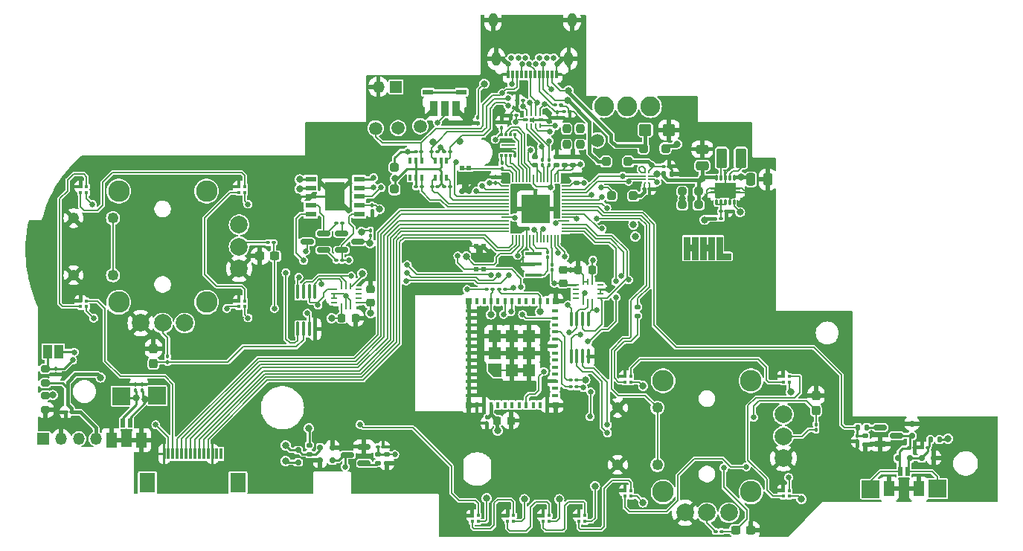
<source format=gbr>
G04 #@! TF.GenerationSoftware,KiCad,Pcbnew,8.0.2*
G04 #@! TF.CreationDate,2024-07-17T21:38:57-07:00*
G04 #@! TF.ProjectId,progcc_3.2_main,70726f67-6363-45f3-932e-325f6d61696e,1*
G04 #@! TF.SameCoordinates,Original*
G04 #@! TF.FileFunction,Copper,L1,Top*
G04 #@! TF.FilePolarity,Positive*
%FSLAX46Y46*%
G04 Gerber Fmt 4.6, Leading zero omitted, Abs format (unit mm)*
G04 Created by KiCad (PCBNEW 8.0.2) date 2024-07-17 21:38:57*
%MOMM*%
%LPD*%
G01*
G04 APERTURE LIST*
G04 Aperture macros list*
%AMRoundRect*
0 Rectangle with rounded corners*
0 $1 Rounding radius*
0 $2 $3 $4 $5 $6 $7 $8 $9 X,Y pos of 4 corners*
0 Add a 4 corners polygon primitive as box body*
4,1,4,$2,$3,$4,$5,$6,$7,$8,$9,$2,$3,0*
0 Add four circle primitives for the rounded corners*
1,1,$1+$1,$2,$3*
1,1,$1+$1,$4,$5*
1,1,$1+$1,$6,$7*
1,1,$1+$1,$8,$9*
0 Add four rect primitives between the rounded corners*
20,1,$1+$1,$2,$3,$4,$5,0*
20,1,$1+$1,$4,$5,$6,$7,0*
20,1,$1+$1,$6,$7,$8,$9,0*
20,1,$1+$1,$8,$9,$2,$3,0*%
%AMFreePoly0*
4,1,14,0.728536,0.728536,0.730000,0.725000,0.730000,-0.725000,0.728536,-0.728536,0.725000,-0.730000,-0.725000,-0.730000,-0.728536,-0.728536,-0.730000,-0.725000,-0.730000,0.125000,-0.728536,0.128536,-0.128536,0.728536,-0.125000,0.730000,0.725000,0.730000,0.728536,0.728536,0.728536,0.728536,$1*%
%AMFreePoly1*
4,1,45,-0.121464,1.703536,-0.120000,1.700000,-0.120000,1.205000,0.120000,1.205000,0.120000,1.700000,0.121464,1.703536,0.125000,1.705000,0.375000,1.705000,0.378536,1.703536,0.380000,1.700000,0.380000,1.205000,0.825000,1.205000,0.828536,1.203536,0.830000,1.200000,0.830000,-1.200000,0.828536,-1.203536,0.825000,-1.205000,0.380000,-1.205000,0.380000,-1.700000,0.378536,-1.703536,
0.375000,-1.705000,0.125000,-1.705000,0.121464,-1.703536,0.120000,-1.700000,0.120000,-1.205000,-0.120000,-1.205000,-0.120000,-1.700000,-0.121464,-1.703536,-0.125000,-1.705000,-0.375000,-1.705000,-0.378536,-1.703536,-0.380000,-1.700000,-0.380000,-1.205000,-0.825000,-1.205000,-0.828536,-1.203536,-0.830000,-1.200000,-0.830000,1.200000,-0.828536,1.203536,-0.825000,1.205000,-0.380000,1.205000,
-0.380000,1.700000,-0.378536,1.703536,-0.375000,1.705000,-0.125000,1.705000,-0.121464,1.703536,-0.121464,1.703536,$1*%
G04 Aperture macros list end*
G04 #@! TA.AperFunction,EtchedComponent*
%ADD10C,0.050000*%
G04 #@! TD*
G04 #@! TA.AperFunction,SMDPad,CuDef*
%ADD11RoundRect,0.100000X-0.130000X-0.100000X0.130000X-0.100000X0.130000X0.100000X-0.130000X0.100000X0*%
G04 #@! TD*
G04 #@! TA.AperFunction,SMDPad,CuDef*
%ADD12RoundRect,0.250000X-0.250000X-0.475000X0.250000X-0.475000X0.250000X0.475000X-0.250000X0.475000X0*%
G04 #@! TD*
G04 #@! TA.AperFunction,SMDPad,CuDef*
%ADD13R,0.950000X1.700000*%
G04 #@! TD*
G04 #@! TA.AperFunction,SMDPad,CuDef*
%ADD14R,0.900000X1.700000*%
G04 #@! TD*
G04 #@! TA.AperFunction,SMDPad,CuDef*
%ADD15R,1.200000X0.600000*%
G04 #@! TD*
G04 #@! TA.AperFunction,SMDPad,CuDef*
%ADD16RoundRect,0.100000X-0.100000X0.130000X-0.100000X-0.130000X0.100000X-0.130000X0.100000X0.130000X0*%
G04 #@! TD*
G04 #@! TA.AperFunction,SMDPad,CuDef*
%ADD17RoundRect,0.150000X-0.150000X-0.200000X0.150000X-0.200000X0.150000X0.200000X-0.150000X0.200000X0*%
G04 #@! TD*
G04 #@! TA.AperFunction,SMDPad,CuDef*
%ADD18R,0.370000X0.370000*%
G04 #@! TD*
G04 #@! TA.AperFunction,SMDPad,CuDef*
%ADD19RoundRect,0.225000X-0.250000X0.225000X-0.250000X-0.225000X0.250000X-0.225000X0.250000X0.225000X0*%
G04 #@! TD*
G04 #@! TA.AperFunction,SMDPad,CuDef*
%ADD20RoundRect,0.237500X-0.250000X-0.237500X0.250000X-0.237500X0.250000X0.237500X-0.250000X0.237500X0*%
G04 #@! TD*
G04 #@! TA.AperFunction,SMDPad,CuDef*
%ADD21RoundRect,0.140000X0.140000X0.170000X-0.140000X0.170000X-0.140000X-0.170000X0.140000X-0.170000X0*%
G04 #@! TD*
G04 #@! TA.AperFunction,SMDPad,CuDef*
%ADD22RoundRect,0.100000X0.100000X-0.130000X0.100000X0.130000X-0.100000X0.130000X-0.100000X-0.130000X0*%
G04 #@! TD*
G04 #@! TA.AperFunction,SMDPad,CuDef*
%ADD23RoundRect,0.237500X-0.237500X0.250000X-0.237500X-0.250000X0.237500X-0.250000X0.237500X0.250000X0*%
G04 #@! TD*
G04 #@! TA.AperFunction,SMDPad,CuDef*
%ADD24RoundRect,0.100000X0.100000X-0.712500X0.100000X0.712500X-0.100000X0.712500X-0.100000X-0.712500X0*%
G04 #@! TD*
G04 #@! TA.AperFunction,SMDPad,CuDef*
%ADD25RoundRect,0.237500X-0.237500X0.300000X-0.237500X-0.300000X0.237500X-0.300000X0.237500X0.300000X0*%
G04 #@! TD*
G04 #@! TA.AperFunction,SMDPad,CuDef*
%ADD26R,0.400000X0.650000*%
G04 #@! TD*
G04 #@! TA.AperFunction,SMDPad,CuDef*
%ADD27RoundRect,0.135000X0.185000X-0.135000X0.185000X0.135000X-0.185000X0.135000X-0.185000X-0.135000X0*%
G04 #@! TD*
G04 #@! TA.AperFunction,SMDPad,CuDef*
%ADD28RoundRect,0.237500X0.300000X0.237500X-0.300000X0.237500X-0.300000X-0.237500X0.300000X-0.237500X0*%
G04 #@! TD*
G04 #@! TA.AperFunction,SMDPad,CuDef*
%ADD29RoundRect,0.250000X0.250000X0.250000X-0.250000X0.250000X-0.250000X-0.250000X0.250000X-0.250000X0*%
G04 #@! TD*
G04 #@! TA.AperFunction,SMDPad,CuDef*
%ADD30RoundRect,0.100000X0.130000X0.100000X-0.130000X0.100000X-0.130000X-0.100000X0.130000X-0.100000X0*%
G04 #@! TD*
G04 #@! TA.AperFunction,SMDPad,CuDef*
%ADD31RoundRect,0.135000X-0.135000X-0.185000X0.135000X-0.185000X0.135000X0.185000X-0.135000X0.185000X0*%
G04 #@! TD*
G04 #@! TA.AperFunction,ComponentPad*
%ADD32R,2.000000X2.000000*%
G04 #@! TD*
G04 #@! TA.AperFunction,SMDPad,CuDef*
%ADD33RoundRect,0.050000X-0.387500X-0.050000X0.387500X-0.050000X0.387500X0.050000X-0.387500X0.050000X0*%
G04 #@! TD*
G04 #@! TA.AperFunction,SMDPad,CuDef*
%ADD34RoundRect,0.050000X-0.050000X-0.387500X0.050000X-0.387500X0.050000X0.387500X-0.050000X0.387500X0*%
G04 #@! TD*
G04 #@! TA.AperFunction,SMDPad,CuDef*
%ADD35R,3.200000X3.200000*%
G04 #@! TD*
G04 #@! TA.AperFunction,SMDPad,CuDef*
%ADD36C,1.500000*%
G04 #@! TD*
G04 #@! TA.AperFunction,SMDPad,CuDef*
%ADD37R,0.400000X0.800000*%
G04 #@! TD*
G04 #@! TA.AperFunction,SMDPad,CuDef*
%ADD38R,0.800000X0.400000*%
G04 #@! TD*
G04 #@! TA.AperFunction,SMDPad,CuDef*
%ADD39R,1.450000X1.450000*%
G04 #@! TD*
G04 #@! TA.AperFunction,SMDPad,CuDef*
%ADD40R,0.700000X0.700000*%
G04 #@! TD*
G04 #@! TA.AperFunction,SMDPad,CuDef*
%ADD41FreePoly0,90.000000*%
G04 #@! TD*
G04 #@! TA.AperFunction,SMDPad,CuDef*
%ADD42RoundRect,0.140000X0.170000X-0.140000X0.170000X0.140000X-0.170000X0.140000X-0.170000X-0.140000X0*%
G04 #@! TD*
G04 #@! TA.AperFunction,SMDPad,CuDef*
%ADD43RoundRect,0.250000X-0.250000X-0.250000X0.250000X-0.250000X0.250000X0.250000X-0.250000X0.250000X0*%
G04 #@! TD*
G04 #@! TA.AperFunction,SMDPad,CuDef*
%ADD44RoundRect,0.150000X0.150000X0.200000X-0.150000X0.200000X-0.150000X-0.200000X0.150000X-0.200000X0*%
G04 #@! TD*
G04 #@! TA.AperFunction,SMDPad,CuDef*
%ADD45RoundRect,0.150000X-0.587500X-0.150000X0.587500X-0.150000X0.587500X0.150000X-0.587500X0.150000X0*%
G04 #@! TD*
G04 #@! TA.AperFunction,SMDPad,CuDef*
%ADD46RoundRect,0.135000X-0.185000X0.135000X-0.185000X-0.135000X0.185000X-0.135000X0.185000X0.135000X0*%
G04 #@! TD*
G04 #@! TA.AperFunction,SMDPad,CuDef*
%ADD47RoundRect,0.007200X-0.112800X0.292800X-0.112800X-0.292800X0.112800X-0.292800X0.112800X0.292800X0*%
G04 #@! TD*
G04 #@! TA.AperFunction,SMDPad,CuDef*
%ADD48FreePoly1,270.000000*%
G04 #@! TD*
G04 #@! TA.AperFunction,SMDPad,CuDef*
%ADD49RoundRect,0.225000X0.225000X0.250000X-0.225000X0.250000X-0.225000X-0.250000X0.225000X-0.250000X0*%
G04 #@! TD*
G04 #@! TA.AperFunction,SMDPad,CuDef*
%ADD50C,0.230000*%
G04 #@! TD*
G04 #@! TA.AperFunction,SMDPad,CuDef*
%ADD51R,0.500000X1.000000*%
G04 #@! TD*
G04 #@! TA.AperFunction,SMDPad,CuDef*
%ADD52R,1.200000X1.700000*%
G04 #@! TD*
G04 #@! TA.AperFunction,SMDPad,CuDef*
%ADD53R,0.300000X0.400000*%
G04 #@! TD*
G04 #@! TA.AperFunction,HeatsinkPad*
%ADD54R,1.600000X0.200000*%
G04 #@! TD*
G04 #@! TA.AperFunction,SMDPad,CuDef*
%ADD55RoundRect,0.237500X-0.300000X-0.237500X0.300000X-0.237500X0.300000X0.237500X-0.300000X0.237500X0*%
G04 #@! TD*
G04 #@! TA.AperFunction,SMDPad,CuDef*
%ADD56RoundRect,0.250000X-0.450000X-0.425000X0.450000X-0.425000X0.450000X0.425000X-0.450000X0.425000X0*%
G04 #@! TD*
G04 #@! TA.AperFunction,SMDPad,CuDef*
%ADD57R,1.000000X1.500000*%
G04 #@! TD*
G04 #@! TA.AperFunction,ComponentPad*
%ADD58R,1.350000X1.350000*%
G04 #@! TD*
G04 #@! TA.AperFunction,ComponentPad*
%ADD59O,1.350000X1.350000*%
G04 #@! TD*
G04 #@! TA.AperFunction,SMDPad,CuDef*
%ADD60R,1.900000X0.400000*%
G04 #@! TD*
G04 #@! TA.AperFunction,SMDPad,CuDef*
%ADD61RoundRect,0.225000X-0.225000X-0.250000X0.225000X-0.250000X0.225000X0.250000X-0.225000X0.250000X0*%
G04 #@! TD*
G04 #@! TA.AperFunction,SMDPad,CuDef*
%ADD62R,1.300000X0.600000*%
G04 #@! TD*
G04 #@! TA.AperFunction,HeatsinkPad*
%ADD63R,2.300000X3.200000*%
G04 #@! TD*
G04 #@! TA.AperFunction,ComponentPad*
%ADD64C,2.450000*%
G04 #@! TD*
G04 #@! TA.AperFunction,ComponentPad*
%ADD65C,1.250000*%
G04 #@! TD*
G04 #@! TA.AperFunction,ComponentPad*
%ADD66C,2.000000*%
G04 #@! TD*
G04 #@! TA.AperFunction,SMDPad,CuDef*
%ADD67RoundRect,0.150000X0.587500X0.150000X-0.587500X0.150000X-0.587500X-0.150000X0.587500X-0.150000X0*%
G04 #@! TD*
G04 #@! TA.AperFunction,SMDPad,CuDef*
%ADD68R,0.500000X0.550000*%
G04 #@! TD*
G04 #@! TA.AperFunction,SMDPad,CuDef*
%ADD69RoundRect,0.140000X-0.170000X0.140000X-0.170000X-0.140000X0.170000X-0.140000X0.170000X0.140000X0*%
G04 #@! TD*
G04 #@! TA.AperFunction,SMDPad,CuDef*
%ADD70R,0.300000X1.300000*%
G04 #@! TD*
G04 #@! TA.AperFunction,SMDPad,CuDef*
%ADD71R,1.800000X2.200000*%
G04 #@! TD*
G04 #@! TA.AperFunction,SMDPad,CuDef*
%ADD72RoundRect,0.200000X-0.275000X0.200000X-0.275000X-0.200000X0.275000X-0.200000X0.275000X0.200000X0*%
G04 #@! TD*
G04 #@! TA.AperFunction,SMDPad,CuDef*
%ADD73R,0.300000X0.900000*%
G04 #@! TD*
G04 #@! TA.AperFunction,ComponentPad*
%ADD74C,0.650000*%
G04 #@! TD*
G04 #@! TA.AperFunction,ComponentPad*
%ADD75O,1.000000X1.600000*%
G04 #@! TD*
G04 #@! TA.AperFunction,SMDPad,CuDef*
%ADD76RoundRect,0.050000X0.075000X-0.225000X0.075000X0.225000X-0.075000X0.225000X-0.075000X-0.225000X0*%
G04 #@! TD*
G04 #@! TA.AperFunction,SMDPad,CuDef*
%ADD77RoundRect,0.050000X0.050000X-0.225000X0.050000X0.225000X-0.050000X0.225000X-0.050000X-0.225000X0*%
G04 #@! TD*
G04 #@! TA.AperFunction,SMDPad,CuDef*
%ADD78RoundRect,0.050000X0.250000X-0.100000X0.250000X0.100000X-0.250000X0.100000X-0.250000X-0.100000X0*%
G04 #@! TD*
G04 #@! TA.AperFunction,SMDPad,CuDef*
%ADD79RoundRect,0.150000X-0.200000X0.150000X-0.200000X-0.150000X0.200000X-0.150000X0.200000X0.150000X0*%
G04 #@! TD*
G04 #@! TA.AperFunction,SMDPad,CuDef*
%ADD80R,0.745000X0.280000*%
G04 #@! TD*
G04 #@! TA.AperFunction,SMDPad,CuDef*
%ADD81R,0.280000X0.745000*%
G04 #@! TD*
G04 #@! TA.AperFunction,SMDPad,CuDef*
%ADD82RoundRect,0.150000X0.200000X-0.150000X0.200000X0.150000X-0.200000X0.150000X-0.200000X-0.150000X0*%
G04 #@! TD*
G04 #@! TA.AperFunction,SMDPad,CuDef*
%ADD83RoundRect,0.250000X-0.375000X-0.850000X0.375000X-0.850000X0.375000X0.850000X-0.375000X0.850000X0*%
G04 #@! TD*
G04 #@! TA.AperFunction,SMDPad,CuDef*
%ADD84RoundRect,0.250000X-0.250000X0.250000X-0.250000X-0.250000X0.250000X-0.250000X0.250000X0.250000X0*%
G04 #@! TD*
G04 #@! TA.AperFunction,SMDPad,CuDef*
%ADD85RoundRect,0.200000X0.275000X-0.200000X0.275000X0.200000X-0.275000X0.200000X-0.275000X-0.200000X0*%
G04 #@! TD*
G04 #@! TA.AperFunction,SMDPad,CuDef*
%ADD86RoundRect,0.250000X-0.475000X0.250000X-0.475000X-0.250000X0.475000X-0.250000X0.475000X0.250000X0*%
G04 #@! TD*
G04 #@! TA.AperFunction,ViaPad*
%ADD87C,0.650000*%
G04 #@! TD*
G04 #@! TA.AperFunction,ViaPad*
%ADD88C,0.800000*%
G04 #@! TD*
G04 #@! TA.AperFunction,ViaPad*
%ADD89C,2.250000*%
G04 #@! TD*
G04 #@! TA.AperFunction,Conductor*
%ADD90C,0.150000*%
G04 #@! TD*
G04 #@! TA.AperFunction,Conductor*
%ADD91C,0.200000*%
G04 #@! TD*
G04 #@! TA.AperFunction,Conductor*
%ADD92C,0.250000*%
G04 #@! TD*
G04 #@! TA.AperFunction,Conductor*
%ADD93C,0.400000*%
G04 #@! TD*
G04 APERTURE END LIST*
D10*
X160069029Y-119197498D02*
X161022984Y-119197498D01*
X161022984Y-119866867D01*
X159436370Y-119866867D01*
X159436370Y-117313695D01*
X160069029Y-117313695D01*
X160069029Y-119197498D01*
G04 #@! TA.AperFunction,EtchedComponent*
G36*
X160069029Y-119197498D02*
G01*
X161022984Y-119197498D01*
X161022984Y-119866867D01*
X159436370Y-119866867D01*
X159436370Y-117313695D01*
X160069029Y-117313695D01*
X160069029Y-119197498D01*
G37*
G04 #@! TD.AperFunction*
X157303266Y-119866867D02*
X156622405Y-119866867D01*
X156622405Y-118898745D01*
X156382749Y-118898745D01*
X156382749Y-119866867D01*
X155697449Y-119866867D01*
X155697449Y-117314215D01*
X156380463Y-117313695D01*
X156380463Y-118236497D01*
X156622405Y-118236497D01*
X156622405Y-117313695D01*
X157303266Y-117313695D01*
X157303266Y-119866867D01*
G04 #@! TA.AperFunction,EtchedComponent*
G36*
X157303266Y-119866867D02*
G01*
X156622405Y-119866867D01*
X156622405Y-118898745D01*
X156382749Y-118898745D01*
X156382749Y-119866867D01*
X155697449Y-119866867D01*
X155697449Y-117314215D01*
X156380463Y-117313695D01*
X156380463Y-118236497D01*
X156622405Y-118236497D01*
X156622405Y-117313695D01*
X157303266Y-117313695D01*
X157303266Y-119866867D01*
G37*
G04 #@! TD.AperFunction*
X159153266Y-119866867D02*
X158472405Y-119866867D01*
X158472405Y-118898745D01*
X158232749Y-118898745D01*
X158232749Y-119866867D01*
X157547449Y-119866867D01*
X157547449Y-117314215D01*
X158230463Y-117313695D01*
X158230463Y-118236497D01*
X158472405Y-118236497D01*
X158472405Y-117313695D01*
X159153266Y-117313695D01*
X159153266Y-119866867D01*
G04 #@! TA.AperFunction,EtchedComponent*
G36*
X159153266Y-119866867D02*
G01*
X158472405Y-119866867D01*
X158472405Y-118898745D01*
X158232749Y-118898745D01*
X158232749Y-119866867D01*
X157547449Y-119866867D01*
X157547449Y-117314215D01*
X158230463Y-117313695D01*
X158230463Y-118236497D01*
X158472405Y-118236497D01*
X158472405Y-117313695D01*
X159153266Y-117313695D01*
X159153266Y-119866867D01*
G37*
G04 #@! TD.AperFunction*
D11*
X85360000Y-137280000D03*
X86000000Y-137280000D03*
D12*
X163320000Y-110770000D03*
X165220000Y-110770000D03*
D13*
X127208519Y-102740000D03*
D14*
X128483519Y-102740000D03*
D13*
X129758519Y-102740000D03*
D15*
X126583519Y-100840000D03*
X130383519Y-100840000D03*
D16*
X139611100Y-108543094D03*
X139611100Y-109183094D03*
D17*
X181421000Y-142494000D03*
X180021000Y-142494000D03*
D18*
X166985200Y-133857000D03*
X167655200Y-133857000D03*
X167655200Y-133187000D03*
X166985200Y-133187000D03*
D19*
X120018689Y-123258755D03*
X120018689Y-124808755D03*
D20*
X155527500Y-113670000D03*
X157352500Y-113670000D03*
D21*
X154356400Y-110163000D03*
X153396400Y-110163000D03*
D22*
X170739623Y-139288477D03*
X170739623Y-138648477D03*
D23*
X142350000Y-104987500D03*
X142350000Y-106812500D03*
D24*
X111750200Y-127791700D03*
X112400200Y-127791700D03*
X113050200Y-127791700D03*
X113700200Y-127791700D03*
X113700200Y-123566700D03*
X113050200Y-123566700D03*
X112400200Y-123566700D03*
X111750200Y-123566700D03*
D25*
X95317457Y-130017891D03*
X95317457Y-131742891D03*
D26*
X124546600Y-110556100D03*
X125196600Y-110556100D03*
X125846600Y-110556100D03*
X125846600Y-108656100D03*
X125196600Y-108656100D03*
X124546600Y-108656100D03*
D27*
X150418800Y-126290800D03*
X150418800Y-125270800D03*
D17*
X115685800Y-142773400D03*
X114285800Y-142773400D03*
D11*
X120838000Y-141224000D03*
X121478000Y-141224000D03*
X142807000Y-133583600D03*
X143447000Y-133583600D03*
D28*
X163312504Y-150698757D03*
X161587504Y-150698757D03*
D18*
X87042000Y-112267600D03*
X87712000Y-112267600D03*
X87712000Y-111597600D03*
X87042000Y-111597600D03*
D29*
X149352626Y-108746930D03*
X146852626Y-108746930D03*
D30*
X127660800Y-111612700D03*
X127020800Y-111612700D03*
D31*
X183741600Y-140411200D03*
X184761600Y-140411200D03*
D22*
X134950900Y-104884294D03*
X134950900Y-104244294D03*
D32*
X176936400Y-146021300D03*
D27*
X113055400Y-142038800D03*
X113055400Y-141018800D03*
D33*
X135348200Y-111508094D03*
X135348200Y-111908094D03*
X135348200Y-112308094D03*
X135348200Y-112708094D03*
X135348200Y-113108094D03*
X135348200Y-113508094D03*
X135348200Y-113908094D03*
X135348200Y-114308094D03*
X135348200Y-114708094D03*
X135348200Y-115108094D03*
X135348200Y-115508094D03*
X135348200Y-115908094D03*
X135348200Y-116308094D03*
X135348200Y-116708094D03*
D34*
X136185700Y-117545594D03*
X136585700Y-117545594D03*
X136985700Y-117545594D03*
X137385700Y-117545594D03*
X137785700Y-117545594D03*
X138185700Y-117545594D03*
X138585700Y-117545594D03*
X138985700Y-117545594D03*
X139385700Y-117545594D03*
X139785700Y-117545594D03*
X140185700Y-117545594D03*
X140585700Y-117545594D03*
X140985700Y-117545594D03*
X141385700Y-117545594D03*
D33*
X142223200Y-116708094D03*
X142223200Y-116308094D03*
X142223200Y-115908094D03*
X142223200Y-115508094D03*
X142223200Y-115108094D03*
X142223200Y-114708094D03*
X142223200Y-114308094D03*
X142223200Y-113908094D03*
X142223200Y-113508094D03*
X142223200Y-113108094D03*
X142223200Y-112708094D03*
X142223200Y-112308094D03*
X142223200Y-111908094D03*
X142223200Y-111508094D03*
D34*
X141385700Y-110670594D03*
X140985700Y-110670594D03*
X140585700Y-110670594D03*
X140185700Y-110670594D03*
X139785700Y-110670594D03*
X139385700Y-110670594D03*
X138985700Y-110670594D03*
X138585700Y-110670594D03*
X138185700Y-110670594D03*
X137785700Y-110670594D03*
X137385700Y-110670594D03*
X136985700Y-110670594D03*
X136585700Y-110670594D03*
X136185700Y-110670594D03*
D35*
X138785700Y-114108094D03*
D18*
X105042000Y-125267600D03*
X105712000Y-125267600D03*
X105712000Y-124597600D03*
X105042000Y-124597600D03*
D36*
X145872200Y-106324400D03*
D37*
X132144200Y-136448800D03*
X132944200Y-136448800D03*
X133744200Y-136448800D03*
X134544200Y-136448800D03*
X135344200Y-136448800D03*
X136144200Y-136448800D03*
X136944200Y-136448800D03*
X137744200Y-136448800D03*
X138544200Y-136448800D03*
X139344200Y-136448800D03*
X140144200Y-136448800D03*
D38*
X141044200Y-135348800D03*
X141044200Y-134548800D03*
X141044200Y-133748800D03*
X141044200Y-132948800D03*
X141044200Y-132148800D03*
X141044200Y-131348800D03*
X141044200Y-130548800D03*
X141044200Y-129748800D03*
X141044200Y-128948800D03*
X141044200Y-128148800D03*
X141044200Y-127348800D03*
X141044200Y-126548800D03*
X141044200Y-125748800D03*
D37*
X140144200Y-124648800D03*
X139344200Y-124648800D03*
X138544200Y-124648800D03*
X137744200Y-124648800D03*
X136944200Y-124648800D03*
X136144200Y-124648800D03*
X135344200Y-124648800D03*
X134544200Y-124648800D03*
X133744200Y-124648800D03*
X132944200Y-124648800D03*
X132144200Y-124648800D03*
D38*
X131244200Y-125748800D03*
X131244200Y-126548800D03*
X131244200Y-127348800D03*
X131244200Y-128148800D03*
X131244200Y-128948800D03*
X131244200Y-129748800D03*
X131244200Y-130548800D03*
X131244200Y-131348800D03*
X131244200Y-132148800D03*
X131244200Y-132948800D03*
X131244200Y-133748800D03*
X131244200Y-134548800D03*
X131244200Y-135348800D03*
D39*
X136144200Y-130548800D03*
D40*
X131194200Y-124598800D03*
X141094200Y-124598800D03*
X141094200Y-136498800D03*
X131194200Y-136498800D03*
D39*
X136144200Y-132498800D03*
X138094200Y-132498800D03*
X138094200Y-130548800D03*
X138094200Y-128598800D03*
X136144200Y-128598800D03*
X134194200Y-128598800D03*
X134194200Y-130548800D03*
D41*
X134194200Y-132498800D03*
D42*
X142151100Y-109137294D03*
X142151100Y-108177294D03*
D11*
X125206800Y-111612700D03*
X125846800Y-111612700D03*
D43*
X147441600Y-112649000D03*
X149941600Y-112649000D03*
D32*
X91623896Y-135440000D03*
D16*
X175412400Y-139938800D03*
X175412400Y-140578800D03*
D18*
X143746226Y-149724357D03*
X144416226Y-149724357D03*
X144416226Y-149054357D03*
X143746226Y-149054357D03*
D29*
X153599200Y-107238800D03*
X151099200Y-107238800D03*
D44*
X182738800Y-142494000D03*
X184138800Y-142494000D03*
D22*
X134251700Y-111164294D03*
X134251700Y-110524294D03*
D45*
X178005500Y-139015300D03*
X178005500Y-140915300D03*
X179880500Y-139965300D03*
D36*
X123164600Y-104927400D03*
D16*
X141274800Y-103108800D03*
X141274800Y-103748800D03*
D11*
X125181400Y-107599500D03*
X125821400Y-107599500D03*
D27*
X176326800Y-140997400D03*
X176326800Y-139977400D03*
D22*
X93268800Y-134762200D03*
X93268800Y-134122200D03*
D30*
X143447000Y-134396400D03*
X142807000Y-134396400D03*
D46*
X120853200Y-142085600D03*
X120853200Y-143105600D03*
D11*
X116143023Y-119981101D03*
X116783023Y-119981101D03*
D47*
X161400000Y-110600000D03*
X160900000Y-110600000D03*
X160400000Y-110600000D03*
X159900000Y-110600000D03*
X159400000Y-110600000D03*
X159400000Y-113400000D03*
X159900000Y-113400000D03*
X160400000Y-113400000D03*
X160900000Y-113400000D03*
X161400000Y-113400000D03*
D48*
X160400000Y-112000000D03*
D20*
X155527500Y-112140000D03*
X157352500Y-112140000D03*
D49*
X118314100Y-126547002D03*
X116764100Y-126547002D03*
D16*
X140322300Y-108543094D03*
X140322300Y-109183094D03*
X94056200Y-134122200D03*
X94056200Y-134762200D03*
D50*
X151288800Y-109969400D03*
X151688800Y-109969400D03*
X151288800Y-110369400D03*
X151688800Y-110369400D03*
X151288800Y-110769400D03*
X151688800Y-110769400D03*
X151288800Y-111169400D03*
X151688800Y-111169400D03*
D51*
X91840000Y-138495000D03*
X92640000Y-138495000D03*
D52*
X90540000Y-140445000D03*
X93940000Y-140445000D03*
D53*
X134949500Y-108081894D03*
X135449500Y-108081894D03*
X135949500Y-108081894D03*
X136449500Y-108081894D03*
X136449500Y-105681894D03*
X135949500Y-105681894D03*
X135449500Y-105681894D03*
X134949500Y-105681894D03*
D54*
X135699500Y-106881894D03*
D55*
X107418809Y-119497056D03*
X109143809Y-119497056D03*
D51*
X180330000Y-144055000D03*
X181130000Y-144055000D03*
D52*
X179030000Y-146005000D03*
X182430000Y-146005000D03*
D11*
X142072400Y-103073200D03*
X142712400Y-103073200D03*
D56*
X151304000Y-105130600D03*
X154004000Y-105130600D03*
D18*
X148985200Y-146857000D03*
X149655200Y-146857000D03*
X149655200Y-146187000D03*
X148985200Y-146187000D03*
D45*
X116744723Y-116922901D03*
X116744723Y-118822901D03*
X118619723Y-117872901D03*
D57*
X83271600Y-130352800D03*
X84571600Y-130352800D03*
D19*
X141938323Y-121038129D03*
X141938323Y-122588129D03*
D58*
X82810000Y-140310000D03*
D59*
X84810000Y-140310000D03*
X86810000Y-140310000D03*
X88810000Y-140310000D03*
D11*
X136738400Y-101752400D03*
X137378400Y-101752400D03*
D22*
X134975600Y-109564094D03*
X134975600Y-108924094D03*
D11*
X116132423Y-115764701D03*
X116772423Y-115764701D03*
D60*
X138595100Y-119236494D03*
X138595100Y-120436494D03*
X138595100Y-121636494D03*
D42*
X143471900Y-111197294D03*
X143471900Y-110237294D03*
D18*
X105042000Y-112267600D03*
X105712000Y-112267600D03*
X105712000Y-111597600D03*
X105042000Y-111597600D03*
D30*
X136641800Y-103505000D03*
X136001800Y-103505000D03*
D61*
X134454600Y-138226800D03*
X136004600Y-138226800D03*
D25*
X170738456Y-135352081D03*
X170738456Y-137077081D03*
D16*
X84175600Y-132329400D03*
X84175600Y-132969400D03*
D18*
X166985200Y-146857000D03*
X167655200Y-146857000D03*
X167655200Y-146187000D03*
X166985200Y-146187000D03*
D26*
X127391400Y-110556100D03*
X128041400Y-110556100D03*
X128691400Y-110556100D03*
X128691400Y-108656100D03*
X128041400Y-108656100D03*
X127391400Y-108656100D03*
D62*
X113227302Y-110726102D03*
X113227302Y-111726102D03*
X113227302Y-112726102D03*
X113227302Y-113726102D03*
X113227302Y-114726102D03*
X118727302Y-114726102D03*
X118727302Y-113726102D03*
X118727302Y-112726102D03*
X118727302Y-111726102D03*
X118727302Y-110726102D03*
D63*
X115977302Y-112726102D03*
D11*
X159325629Y-150847756D03*
X159965629Y-150847756D03*
D64*
X153320200Y-133697000D03*
X153320200Y-146347000D03*
X163320200Y-133697000D03*
X163320200Y-146347000D03*
D65*
X152670200Y-136772000D03*
X152670200Y-143272000D03*
X148170200Y-136772000D03*
X148170200Y-143272000D03*
D66*
X155820200Y-148722000D03*
X158320200Y-148722000D03*
X160820200Y-148722000D03*
X167020200Y-142522000D03*
X167020200Y-140022000D03*
X167020200Y-137522000D03*
D67*
X114708123Y-118822901D03*
X114708123Y-116922901D03*
X112833123Y-117872901D03*
D30*
X133873200Y-123266200D03*
X133233200Y-123266200D03*
D68*
X130435400Y-112119800D03*
X131235400Y-112119800D03*
X130435400Y-109469800D03*
X131235400Y-109469800D03*
D11*
X181315400Y-141300200D03*
X181955400Y-141300200D03*
X108365401Y-117977059D03*
X109005401Y-117977059D03*
D61*
X143678194Y-121060800D03*
X145228194Y-121060800D03*
D69*
X143065500Y-108177294D03*
X143065500Y-109137294D03*
D11*
X153353200Y-109274000D03*
X153993200Y-109274000D03*
D22*
X140703300Y-121121094D03*
X140703300Y-120481094D03*
D67*
X119301500Y-143088400D03*
X119301500Y-141188400D03*
X117426500Y-142138400D03*
D16*
X120225902Y-113736302D03*
X120225902Y-114376302D03*
D11*
X182788600Y-141300200D03*
X183428600Y-141300200D03*
D69*
X138747500Y-108179894D03*
X138747500Y-109139894D03*
D58*
X122920000Y-100228400D03*
D59*
X120920000Y-100228400D03*
D18*
X135646226Y-149724357D03*
X136316226Y-149724357D03*
X136316226Y-149054357D03*
X135646226Y-149054357D03*
D36*
X120599200Y-104952800D03*
D69*
X141236700Y-108179894D03*
X141236700Y-109139894D03*
D70*
X96540000Y-142030000D03*
X97040000Y-142030000D03*
X97540000Y-142030000D03*
X98040000Y-142030000D03*
X98540000Y-142030000D03*
X99040000Y-142030000D03*
X99540000Y-142030000D03*
X100040000Y-142030000D03*
X100540000Y-142030000D03*
X101040000Y-142030000D03*
X101540000Y-142030000D03*
X102040000Y-142030000D03*
X102540000Y-142030000D03*
X103040000Y-142030000D03*
D71*
X94640000Y-145280000D03*
X104940000Y-145280000D03*
D36*
X125679200Y-104724200D03*
D72*
X83007200Y-132321800D03*
X83007200Y-133971800D03*
D30*
X127624800Y-107599500D03*
X126984800Y-107599500D03*
D73*
X141210000Y-98835000D03*
X140710000Y-98835000D03*
X140210000Y-98835000D03*
X139710000Y-98835000D03*
X139210000Y-98835000D03*
X138710000Y-98835000D03*
X138210000Y-98835000D03*
X137710000Y-98835000D03*
X137210000Y-98835000D03*
X136710000Y-98835000D03*
X136210000Y-98835000D03*
X135710000Y-98835000D03*
D74*
X135660000Y-97625000D03*
X136060000Y-96925000D03*
X136860000Y-96925000D03*
X137260000Y-97625000D03*
X137660000Y-96925000D03*
X138060000Y-97625000D03*
X138860000Y-97625000D03*
X139260000Y-96925000D03*
X139660000Y-97625000D03*
X140060000Y-96925000D03*
X140860000Y-96925000D03*
X141260000Y-97625000D03*
D75*
X142950000Y-92635000D03*
X142590000Y-97025000D03*
X134330000Y-97025000D03*
X133970000Y-92635000D03*
D76*
X137807000Y-104688000D03*
D77*
X138307000Y-104688000D03*
X138807000Y-104688000D03*
D76*
X139307000Y-104688000D03*
D78*
X139457000Y-104013000D03*
D76*
X139307000Y-103338000D03*
D77*
X138807000Y-103338000D03*
X138307000Y-103338000D03*
D76*
X137807000Y-103338000D03*
D78*
X137657000Y-104013000D03*
D24*
X142865200Y-130915900D03*
X143515200Y-130915900D03*
X144165200Y-130915900D03*
X144815200Y-130915900D03*
X144815200Y-126690900D03*
X144165200Y-126690900D03*
X143515200Y-126690900D03*
X142865200Y-126690900D03*
D68*
X132861000Y-118385200D03*
X132061000Y-118385200D03*
X132861000Y-121035200D03*
X132061000Y-121035200D03*
D79*
X181635400Y-139968200D03*
X181635400Y-138568200D03*
D44*
X114285800Y-141300200D03*
X115685800Y-141300200D03*
D11*
X128432600Y-107599500D03*
X129072600Y-107599500D03*
D22*
X140220700Y-119664294D03*
X140220700Y-119024294D03*
D16*
X96933652Y-130932363D03*
X96933652Y-131572363D03*
D22*
X133248400Y-138521400D03*
X133248400Y-137881400D03*
D18*
X87042000Y-125267600D03*
X87712000Y-125267600D03*
X87712000Y-124597600D03*
X87042000Y-124597600D03*
D80*
X146159800Y-124295600D03*
X146159800Y-123795600D03*
X146159800Y-123295600D03*
X146159800Y-122795600D03*
D81*
X145261800Y-122397600D03*
X144761800Y-122397600D03*
X144261800Y-122397600D03*
D80*
X143363800Y-122795600D03*
X143363800Y-123295600D03*
X143363800Y-123795600D03*
X143363800Y-124295600D03*
D81*
X144261800Y-124693600D03*
X144761800Y-124693600D03*
X145261800Y-124693600D03*
D82*
X111785400Y-141590800D03*
X111785400Y-142990800D03*
D11*
X128443200Y-111612700D03*
X129083200Y-111612700D03*
D23*
X143870000Y-104987500D03*
X143870000Y-106812500D03*
D11*
X151143400Y-111864800D03*
X151783400Y-111864800D03*
D18*
X131596226Y-149724357D03*
X132266226Y-149724357D03*
X132266226Y-149054357D03*
X131596226Y-149054357D03*
D80*
X115841200Y-123303600D03*
X115841200Y-123803600D03*
X115841200Y-124303600D03*
X115841200Y-124803600D03*
D81*
X116739200Y-125201600D03*
X117239200Y-125201600D03*
X117739200Y-125201600D03*
D80*
X118637200Y-124803600D03*
X118637200Y-124303600D03*
X118637200Y-123803600D03*
X118637200Y-123303600D03*
D81*
X117739200Y-122905600D03*
X117239200Y-122905600D03*
X116739200Y-122905600D03*
D83*
X160015000Y-108340000D03*
X162165000Y-108340000D03*
D16*
X132257800Y-103718400D03*
X132257800Y-104358400D03*
D64*
X91377000Y-112107600D03*
X91377000Y-124757600D03*
X101377000Y-112107600D03*
X101377000Y-124757600D03*
D65*
X90727000Y-115182600D03*
X90727000Y-121682600D03*
X86227000Y-115182600D03*
X86227000Y-121682600D03*
D66*
X93877000Y-127132600D03*
X96377000Y-127132600D03*
X98877000Y-127132600D03*
X105077000Y-120932600D03*
X105077000Y-118432600D03*
X105077000Y-115932600D03*
D30*
X160538077Y-114402950D03*
X159898077Y-114402950D03*
D84*
X122758200Y-109392400D03*
X122758200Y-111892400D03*
D85*
X83007200Y-137007600D03*
X83007200Y-135357600D03*
D11*
X159258348Y-115214226D03*
X159898348Y-115214226D03*
D18*
X148985200Y-133857000D03*
X149655200Y-133857000D03*
X149655200Y-133187000D03*
X148985200Y-133187000D03*
X139696226Y-149724357D03*
X140366226Y-149724357D03*
X140366226Y-149054357D03*
X139696226Y-149054357D03*
D27*
X121894600Y-143105600D03*
X121894600Y-142085600D03*
D32*
X95740000Y-135410000D03*
X184556400Y-145995900D03*
D31*
X175486600Y-138988800D03*
X176506600Y-138988800D03*
D86*
X157782026Y-107324670D03*
X157782026Y-109224670D03*
D11*
X141056400Y-102311200D03*
X141696400Y-102311200D03*
D16*
X120019023Y-116562301D03*
X120019023Y-117202301D03*
D30*
X135346400Y-123266200D03*
X134706400Y-123266200D03*
D87*
X123774200Y-141427200D03*
X123774200Y-140462000D03*
X118643400Y-145415000D03*
X111785400Y-145237200D03*
X189738000Y-141401800D03*
X189484000Y-140309600D03*
X188798200Y-139192000D03*
X145948400Y-130708400D03*
X147193000Y-126593600D03*
X120192800Y-121437400D03*
X135128000Y-134721600D03*
X134188200Y-134543800D03*
X121920000Y-134950200D03*
X122885200Y-134950200D03*
X122174000Y-135940800D03*
X168833800Y-138836400D03*
X161544000Y-144830800D03*
D88*
X133240000Y-147070000D03*
X145570000Y-145690000D03*
X120040000Y-126000000D03*
D87*
X142494000Y-125095000D03*
D88*
X113004600Y-139115800D03*
D87*
X136296400Y-123139200D03*
D88*
X167843200Y-135001000D03*
D87*
X140926929Y-122588129D03*
X120396000Y-110566200D03*
D88*
X169062400Y-147167600D03*
D87*
X111861600Y-121920000D03*
D88*
X134493000Y-139395200D03*
X119006702Y-116774102D03*
D87*
X136448800Y-115112800D03*
D88*
X141510000Y-147190000D03*
D87*
X106095800Y-126542800D03*
X138208690Y-107452022D03*
X138620500Y-116483094D03*
D88*
X122783600Y-110693200D03*
X185750200Y-140284200D03*
D87*
X144297400Y-111201200D03*
D88*
X151053800Y-147548600D03*
D87*
X145313400Y-119964200D03*
X88519000Y-126568200D03*
X106070400Y-113588800D03*
X134213600Y-106222800D03*
X88392000Y-113614200D03*
X133553200Y-111150400D03*
D88*
X115595400Y-126568200D03*
X162080000Y-114510000D03*
X121031000Y-114173000D03*
D87*
X136555272Y-104215215D03*
X143520073Y-115278056D03*
D88*
X162175896Y-110478591D03*
D87*
X95590000Y-138710000D03*
X131013200Y-123317000D03*
D88*
X137540000Y-147190000D03*
D87*
X143891000Y-109042200D03*
D88*
X151053800Y-134289800D03*
D87*
X149555200Y-107696000D03*
X142824200Y-121038129D03*
X152603200Y-128727200D03*
X180746400Y-145948400D03*
X149402800Y-105435400D03*
D88*
X159607099Y-112015147D03*
D87*
X137072363Y-121131594D03*
D88*
X161199272Y-112009786D03*
D87*
X95710000Y-139780000D03*
D89*
X154533400Y-102463600D03*
D88*
X131191000Y-118135400D03*
D87*
X134277100Y-107339094D03*
X152984200Y-121056400D03*
X111836200Y-113030000D03*
X150266400Y-119405400D03*
X132892800Y-110591600D03*
X155650000Y-109800000D03*
X172847000Y-133375400D03*
X120421400Y-115366800D03*
X144110000Y-108170000D03*
X140335784Y-104124918D03*
D88*
X165227000Y-112242600D03*
D87*
X157430000Y-105660000D03*
X174320200Y-137033000D03*
X153350000Y-111675000D03*
X174345600Y-142341600D03*
X138988800Y-122834400D03*
X147040600Y-123240800D03*
X117246400Y-124079000D03*
X177596800Y-142341600D03*
X153060400Y-127152400D03*
D88*
X131394200Y-104241600D03*
D87*
X152527000Y-114960400D03*
X174142400Y-132461000D03*
X144297400Y-110109000D03*
X150723600Y-118389400D03*
X138214403Y-106526609D03*
X147929600Y-103606600D03*
X138785600Y-114096800D03*
X174040800Y-141427200D03*
X124231400Y-107599500D03*
X128016000Y-107091500D03*
D88*
X142570200Y-100660200D03*
D87*
X139661900Y-116432294D03*
X140552529Y-111680482D03*
X135661400Y-102387400D03*
X136093200Y-99923600D03*
D88*
X125722725Y-104956086D03*
X130199837Y-106444519D03*
X127177237Y-106529446D03*
X123215400Y-105206800D03*
D87*
X140589000Y-100482400D03*
X135686800Y-101523800D03*
X138105188Y-102039497D03*
X142350000Y-104987500D03*
D89*
X151883400Y-102463600D03*
D87*
X139802765Y-102180015D03*
X145144807Y-112533218D03*
D88*
X157782026Y-110690426D03*
X152657200Y-110163000D03*
X154910000Y-106750000D03*
X158055736Y-115366800D03*
X89310000Y-133330000D03*
D87*
X152618203Y-111081857D03*
X138957046Y-102068159D03*
D89*
X149233400Y-102463600D03*
D87*
X143870000Y-104987500D03*
X135026400Y-100965000D03*
D88*
X120599200Y-105257600D03*
X132969000Y-99872800D03*
D87*
X112852200Y-126009400D03*
X109093000Y-125476000D03*
X146989800Y-139623800D03*
X160248600Y-143586200D03*
X146989800Y-138709400D03*
X163626800Y-137845800D03*
X167589200Y-144703800D03*
X162788600Y-143484600D03*
X136753600Y-119430800D03*
X133705600Y-121640600D03*
X124219200Y-120510800D03*
X114054979Y-125077210D03*
X149387551Y-122193703D03*
X103657400Y-125476000D03*
X118821200Y-138684000D03*
X129794000Y-108762800D03*
X127641468Y-104273468D03*
X132723174Y-111472425D03*
X146253200Y-111709200D03*
X145808515Y-115208631D03*
X86309200Y-130450000D03*
X124080000Y-122310000D03*
X135813800Y-121640600D03*
D88*
X119075200Y-121488200D03*
D87*
X142113000Y-119532400D03*
X147955000Y-124206000D03*
X147929600Y-122377200D03*
X117830600Y-121793000D03*
X142671800Y-128168400D03*
X144754600Y-129235200D03*
X148590000Y-121793000D03*
X145745200Y-125628400D03*
X114477800Y-122707400D03*
X141325600Y-119151400D03*
X124204300Y-121435700D03*
X134569200Y-121666000D03*
X110413800Y-121412000D03*
X143891000Y-128447800D03*
X146380000Y-116380000D03*
X144373600Y-123698000D03*
X146912549Y-114022382D03*
D88*
X142440709Y-101770594D03*
D89*
X146583400Y-102463600D03*
D88*
X145326152Y-106303738D03*
D87*
X137367240Y-102463027D03*
X132089527Y-112088469D03*
X144221200Y-134467600D03*
X117551200Y-119964200D03*
D88*
X130911600Y-119557800D03*
D87*
X139750800Y-132638800D03*
D88*
X119983925Y-118022388D03*
D87*
X137337800Y-126161800D03*
X137160000Y-122986800D03*
X112649000Y-118922800D03*
X129971800Y-119481600D03*
D88*
X150164800Y-117271800D03*
D87*
X148767800Y-110369400D03*
D88*
X139344400Y-125831600D03*
D87*
X149377400Y-110972600D03*
D88*
X149936200Y-115900200D03*
X133731000Y-126136400D03*
D87*
X112420400Y-120015000D03*
D88*
X144475200Y-133578600D03*
D87*
X140470827Y-105311470D03*
D88*
X111963200Y-110777800D03*
D87*
X141058451Y-104693756D03*
D88*
X111963200Y-111827800D03*
D87*
X135991600Y-125857000D03*
X121234200Y-111709200D03*
X120370600Y-111658400D03*
X135153400Y-126136400D03*
X142350000Y-106813850D03*
X139497933Y-107031003D03*
X143870000Y-106812500D03*
X140380000Y-106390000D03*
X86130000Y-131360000D03*
D88*
X83870800Y-135331200D03*
D87*
X146366405Y-112789152D03*
D88*
X155528941Y-112932354D03*
D87*
X152027395Y-109166476D03*
X141122400Y-115722400D03*
X122783600Y-142087600D03*
X145008600Y-137769600D03*
X145110200Y-134975600D03*
D88*
X110363000Y-141046200D03*
X94380000Y-135840000D03*
D87*
X117144800Y-143484600D03*
D88*
X93360000Y-135680000D03*
X110363000Y-142824200D03*
D90*
X144932400Y-129235200D02*
X144754600Y-129235200D01*
X146278600Y-127889000D02*
X144932400Y-129235200D01*
X147955000Y-124206000D02*
X147955000Y-126949200D01*
X147955000Y-126949200D02*
X147015200Y-127889000D01*
X147015200Y-127889000D02*
X146278600Y-127889000D01*
X165805400Y-146857000D02*
X166985200Y-146857000D01*
X165125400Y-146177000D02*
X165805400Y-146857000D01*
X165125400Y-144881600D02*
X165125400Y-146177000D01*
X163855400Y-135661400D02*
X162991800Y-136525000D01*
X168275000Y-135661400D02*
X163855400Y-135661400D01*
X168910000Y-135026400D02*
X168275000Y-135661400D01*
X168910000Y-133273800D02*
X168910000Y-135026400D01*
X168823200Y-133187000D02*
X168910000Y-133273800D01*
X167655200Y-133187000D02*
X168823200Y-133187000D01*
X162991800Y-142748000D02*
X165125400Y-144881600D01*
X162991800Y-136525000D02*
X162991800Y-142748000D01*
D91*
X167655200Y-134813000D02*
X167655200Y-133857000D01*
X167843200Y-135001000D02*
X167655200Y-134813000D01*
X164211000Y-135991600D02*
X163626800Y-136575800D01*
X163626800Y-136575800D02*
X163626800Y-137845800D01*
X169652975Y-135991600D02*
X164211000Y-135991600D01*
X170738456Y-137077081D02*
X169652975Y-135991600D01*
D92*
X120703900Y-143254900D02*
X120853200Y-143105600D01*
X119860300Y-143254900D02*
X120703900Y-143254900D01*
D90*
X121896600Y-142087600D02*
X121894600Y-142085600D01*
X122783600Y-142087600D02*
X121896600Y-142087600D01*
D92*
X120838000Y-142070400D02*
X120838000Y-141224000D01*
X120853200Y-142085600D02*
X120838000Y-142070400D01*
X121894600Y-142085600D02*
X120853200Y-142085600D01*
X116371600Y-142773400D02*
X115685800Y-142773400D01*
X116836671Y-142308329D02*
X116371600Y-142773400D01*
X117144800Y-142308329D02*
X116836671Y-142308329D01*
X117144800Y-143484600D02*
X117144800Y-142308329D01*
X113790000Y-142038800D02*
X113055400Y-142038800D01*
X114285800Y-141543000D02*
X113790000Y-142038800D01*
X114285800Y-141300200D02*
X114285800Y-141543000D01*
X126583519Y-100840000D02*
X130383519Y-100840000D01*
X124175500Y-109606100D02*
X125196600Y-109606100D01*
X185750200Y-140284200D02*
X185623200Y-140411200D01*
D91*
X143352017Y-115110000D02*
X142225106Y-115110000D01*
X145228194Y-120049406D02*
X145313400Y-119964200D01*
D90*
X119218503Y-116562301D02*
X119006702Y-116774102D01*
D92*
X128041400Y-110556100D02*
X128041400Y-111210900D01*
X127812800Y-109606100D02*
X128041400Y-109377500D01*
D91*
X134950900Y-104884294D02*
X134950900Y-105680494D01*
X138747500Y-109139894D02*
X138985700Y-109378094D01*
D93*
X162300000Y-110502417D02*
X161487325Y-110502417D01*
D90*
X105712000Y-125267600D02*
X105712000Y-126159000D01*
D93*
X133248400Y-137881400D02*
X133390600Y-137881400D01*
D90*
X120019023Y-116562301D02*
X119218503Y-116562301D01*
D93*
X133744200Y-137516400D02*
X133749900Y-137522100D01*
D91*
X142151100Y-109137294D02*
X143065500Y-109137294D01*
X120040000Y-126000000D02*
X120018689Y-125978689D01*
D92*
X128041400Y-111210900D02*
X128443200Y-111612700D01*
D93*
X133749900Y-137522100D02*
X134454600Y-138226800D01*
D91*
X120018689Y-125978689D02*
X120018689Y-124808755D01*
D90*
X87712000Y-125267600D02*
X87712000Y-125761200D01*
X142223200Y-111508094D02*
X142731900Y-111508094D01*
D92*
X128041400Y-109377500D02*
X128041400Y-108656100D01*
D91*
X149655200Y-146857000D02*
X150362200Y-146857000D01*
D90*
X140926929Y-122588129D02*
X141938323Y-122588129D01*
X143042700Y-111197294D02*
X143471900Y-111197294D01*
D91*
X116739200Y-125201600D02*
X116739200Y-126522102D01*
X143520073Y-115278056D02*
X143352017Y-115110000D01*
D90*
X135348200Y-115108094D02*
X136444094Y-115108094D01*
D91*
X145261800Y-122397600D02*
X145261800Y-121094406D01*
D93*
X162752417Y-110502417D02*
X162300000Y-110502417D01*
D91*
X161400000Y-113830000D02*
X161400000Y-113400000D01*
D90*
X135346400Y-123266200D02*
X136169400Y-123266200D01*
X140366226Y-149724357D02*
X141175643Y-149724357D01*
D91*
X139385700Y-110670594D02*
X139385700Y-110075894D01*
D92*
X118727302Y-110726102D02*
X120236098Y-110726102D01*
D90*
X136316226Y-149724357D02*
X137175643Y-149724357D01*
D93*
X134454600Y-139356800D02*
X134493000Y-139395200D01*
D92*
X143363800Y-122795600D02*
X142145794Y-122795600D01*
D91*
X162080000Y-114510000D02*
X161400000Y-113830000D01*
D93*
X133744200Y-136448800D02*
X133744200Y-137516400D01*
D92*
X123088400Y-110693200D02*
X124175500Y-109606100D01*
D91*
X141871700Y-109752094D02*
X142151100Y-109472694D01*
X143065500Y-109137294D02*
X143065500Y-109523494D01*
D90*
X120225902Y-113736302D02*
X118737502Y-113736302D01*
D91*
X140985700Y-110670594D02*
X140985700Y-110206294D01*
D92*
X127812800Y-109606100D02*
X128041400Y-109834700D01*
D91*
X145261800Y-121094406D02*
X145228194Y-121060800D01*
D90*
X97040000Y-140160000D02*
X97040000Y-142030000D01*
X87712000Y-112267600D02*
X87712000Y-112934200D01*
X142865200Y-126690900D02*
X142865200Y-125466200D01*
D91*
X143065500Y-109523494D02*
X142836900Y-109752094D01*
D90*
X135348200Y-111508094D02*
X134940900Y-111508094D01*
X144416226Y-149724357D02*
X145185643Y-149724357D01*
D93*
X162199722Y-110502417D02*
X162175896Y-110478591D01*
D90*
X105712000Y-113230400D02*
X106070400Y-113588800D01*
X118737502Y-113736302D02*
X118727302Y-113726102D01*
D91*
X141385700Y-110670594D02*
X141385700Y-109806294D01*
X137967500Y-107693212D02*
X138208690Y-107452022D01*
D90*
X144293494Y-111197294D02*
X144297400Y-111201200D01*
D91*
X138985700Y-109675894D02*
X138985700Y-110670594D01*
D92*
X125196600Y-111602500D02*
X125206800Y-111612700D01*
D90*
X111750200Y-122031400D02*
X111861600Y-121920000D01*
X136757487Y-104013000D02*
X136555272Y-104215215D01*
X121031000Y-114173000D02*
X120594302Y-113736302D01*
X145185643Y-149724357D02*
X145570000Y-149340000D01*
D91*
X168751800Y-146857000D02*
X169062400Y-147167600D01*
X150621000Y-133857000D02*
X151053800Y-134289800D01*
D90*
X136444094Y-115108094D02*
X136448800Y-115112800D01*
D91*
X138747500Y-109139894D02*
X138440100Y-109139894D01*
X167655200Y-146857000D02*
X168751800Y-146857000D01*
X150362200Y-146857000D02*
X151053800Y-147548600D01*
D90*
X136641800Y-103505000D02*
X136641800Y-104128687D01*
D92*
X125196600Y-108656100D02*
X125196600Y-109606100D01*
X185623200Y-140411200D02*
X184761600Y-140411200D01*
D90*
X133567094Y-111164294D02*
X133553200Y-111150400D01*
D91*
X120013534Y-124803600D02*
X120018689Y-124808755D01*
D90*
X142865200Y-125466200D02*
X142494000Y-125095000D01*
D92*
X128041400Y-111232100D02*
X127660800Y-111612700D01*
D91*
X116764100Y-126547002D02*
X116742902Y-126568200D01*
X142836900Y-109752094D02*
X141871700Y-109752094D01*
D92*
X113055400Y-139166600D02*
X113004600Y-139115800D01*
D91*
X116742902Y-126568200D02*
X115595400Y-126568200D01*
D90*
X105712000Y-112267600D02*
X105712000Y-113230400D01*
D93*
X162300000Y-110502417D02*
X162199722Y-110502417D01*
D90*
X132266226Y-149724357D02*
X133075643Y-149724357D01*
X140703300Y-121121094D02*
X140703300Y-122364500D01*
D91*
X138440100Y-109139894D02*
X137967500Y-108667294D01*
X145228194Y-121060800D02*
X145228194Y-120049406D01*
X134213600Y-106222800D02*
X134754506Y-105681894D01*
D92*
X122783600Y-110693200D02*
X122783600Y-111867000D01*
D90*
X134597100Y-111164294D02*
X134251700Y-111164294D01*
X134251700Y-111164294D02*
X133567094Y-111164294D01*
X136641800Y-104128687D02*
X136555272Y-104215215D01*
D92*
X125196600Y-110556100D02*
X125196600Y-111602500D01*
D90*
X133233200Y-123266200D02*
X131064000Y-123266200D01*
D91*
X141439900Y-109752094D02*
X141871700Y-109752094D01*
X142225106Y-115110000D02*
X142223200Y-115108094D01*
D93*
X134454600Y-138226800D02*
X134454600Y-139356800D01*
D91*
X118637200Y-124803600D02*
X120013534Y-124803600D01*
X134754506Y-105681894D02*
X134949500Y-105681894D01*
X139385700Y-110075894D02*
X138985700Y-109675894D01*
D90*
X141175643Y-149724357D02*
X141510000Y-149390000D01*
D91*
X149655200Y-133857000D02*
X150621000Y-133857000D01*
D90*
X133075643Y-149724357D02*
X133240000Y-149560000D01*
D91*
X138985700Y-116848294D02*
X138620500Y-116483094D01*
D90*
X95590000Y-138710000D02*
X97040000Y-140160000D01*
X105712000Y-126159000D02*
X106095800Y-126542800D01*
D91*
X134950900Y-105680494D02*
X134949500Y-105681894D01*
D90*
X141510000Y-149390000D02*
X141510000Y-147190000D01*
D93*
X163200000Y-110950000D02*
X162752417Y-110502417D01*
D90*
X136169400Y-123266200D02*
X136296400Y-123139200D01*
D92*
X128041400Y-109834700D02*
X128041400Y-110556100D01*
D91*
X140985700Y-110206294D02*
X141439900Y-109752094D01*
D90*
X134940900Y-111508094D02*
X134597100Y-111164294D01*
X131064000Y-123266200D02*
X131013200Y-123317000D01*
X137657000Y-104013000D02*
X136757487Y-104013000D01*
D91*
X116739200Y-126522102D02*
X116764100Y-126547002D01*
D90*
X142731900Y-111508094D02*
X143042700Y-111197294D01*
X133240000Y-149560000D02*
X133240000Y-147070000D01*
D92*
X125196600Y-109606100D02*
X127812800Y-109606100D01*
X128041400Y-110556100D02*
X128041400Y-111232100D01*
D91*
X137967500Y-108667294D02*
X137967500Y-107693212D01*
D90*
X143471900Y-111197294D02*
X144293494Y-111197294D01*
D92*
X142145794Y-122795600D02*
X141938323Y-122588129D01*
D93*
X133390600Y-137881400D02*
X133749900Y-137522100D01*
D90*
X137540000Y-149360000D02*
X137540000Y-147190000D01*
D91*
X143795906Y-109137294D02*
X143891000Y-109042200D01*
D90*
X87712000Y-125761200D02*
X88519000Y-126568200D01*
D91*
X143065500Y-109137294D02*
X143795906Y-109137294D01*
D92*
X120236098Y-110726102D02*
X120396000Y-110566200D01*
X122783600Y-111867000D02*
X122758200Y-111892400D01*
D90*
X120594302Y-113736302D02*
X120225902Y-113736302D01*
D91*
X142151100Y-109472694D02*
X142151100Y-109137294D01*
X138985700Y-117545594D02*
X138985700Y-116848294D01*
D92*
X122783600Y-110693200D02*
X123088400Y-110693200D01*
D91*
X141385700Y-109806294D02*
X141439900Y-109752094D01*
D90*
X140703300Y-122364500D02*
X140926929Y-122588129D01*
D92*
X113055400Y-141018800D02*
X113055400Y-139166600D01*
D90*
X87712000Y-112934200D02*
X88392000Y-113614200D01*
D92*
X125196600Y-109606100D02*
X125196600Y-110556100D01*
D90*
X145570000Y-149340000D02*
X145570000Y-145690000D01*
X111750200Y-123566700D02*
X111750200Y-122031400D01*
X137175643Y-149724357D02*
X137540000Y-149360000D01*
D91*
X138985700Y-109378094D02*
X138985700Y-109675894D01*
D90*
X142824200Y-121038129D02*
X143655523Y-121038129D01*
X146159800Y-123295600D02*
X146985800Y-123295600D01*
D92*
X113227302Y-112726102D02*
X112140098Y-112726102D01*
D91*
X160400000Y-112000000D02*
X160147542Y-112252458D01*
X136001800Y-103505000D02*
X135128000Y-103505000D01*
X131235400Y-111741000D02*
X132384800Y-110591600D01*
X160400000Y-112000000D02*
X160643298Y-112243298D01*
D90*
X141938323Y-121038129D02*
X142824200Y-121038129D01*
D91*
X160400000Y-110600000D02*
X160400000Y-110133501D01*
D92*
X120225902Y-114376302D02*
X120225902Y-115171302D01*
D91*
X138785700Y-114108094D02*
X138785700Y-114096900D01*
D90*
X96540000Y-140610000D02*
X96540000Y-142030000D01*
D91*
X130435400Y-112196000D02*
X131235400Y-112196000D01*
D90*
X137072363Y-121131594D02*
X137072363Y-120508831D01*
X134251700Y-110524294D02*
X132960106Y-110524294D01*
D91*
X117739200Y-125201600D02*
X117739200Y-124571800D01*
X117239200Y-125201600D02*
X117239200Y-124086200D01*
D90*
X95710000Y-139780000D02*
X96540000Y-140610000D01*
X144169106Y-110237294D02*
X144297400Y-110109000D01*
X144261800Y-121644406D02*
X144261800Y-122397600D01*
D91*
X160649553Y-111750447D02*
X162310447Y-111750447D01*
D90*
X137370100Y-120211094D02*
X137370100Y-118914766D01*
D91*
X136001800Y-103190000D02*
X136738400Y-102453400D01*
X158280000Y-111990000D02*
X158280000Y-112450000D01*
X105477000Y-120386800D02*
X105765600Y-120675400D01*
D90*
X160900000Y-112500000D02*
X160400000Y-112000000D01*
X140711902Y-103748800D02*
X141274800Y-103748800D01*
X142558773Y-102706173D02*
X142558773Y-103169657D01*
X137595500Y-120436494D02*
X137370100Y-120211094D01*
D91*
X132061000Y-118385200D02*
X132861000Y-118385200D01*
D90*
X115841200Y-123803600D02*
X115841200Y-124303600D01*
D91*
X141210000Y-97675000D02*
X141260000Y-97625000D01*
X158477542Y-112252458D02*
X158280000Y-112450000D01*
D90*
X132960106Y-110524294D02*
X132892800Y-110591600D01*
D91*
X136738400Y-102453400D02*
X136738400Y-101752400D01*
D90*
X151783400Y-111264000D02*
X151688800Y-111169400D01*
X116971000Y-123803600D02*
X117246400Y-124079000D01*
X146159800Y-123795600D02*
X146159800Y-123295600D01*
X141655581Y-102437658D02*
X142290258Y-102437658D01*
D92*
X135445500Y-107491494D02*
X134429500Y-107491494D01*
D91*
X131235400Y-112196000D02*
X131235400Y-111741000D01*
X136001800Y-103505000D02*
X136001800Y-103190000D01*
D90*
X140223866Y-104013000D02*
X139457000Y-104013000D01*
X143678194Y-121060800D02*
X144261800Y-121644406D01*
D91*
X160400000Y-110133501D02*
X160794431Y-109739070D01*
D90*
X143164734Y-103073200D02*
X143512710Y-103421176D01*
D91*
X160147542Y-112252458D02*
X158477542Y-112252458D01*
X141210000Y-98835000D02*
X141210000Y-97675000D01*
D92*
X154356400Y-109637200D02*
X153993200Y-109274000D01*
D90*
X143655523Y-121038129D02*
X143678194Y-121060800D01*
D91*
X134950900Y-103682100D02*
X134950900Y-104244294D01*
D90*
X137370100Y-118914766D02*
X137785700Y-118499166D01*
D91*
X138785700Y-114096900D02*
X138785600Y-114096800D01*
X162310447Y-111750447D02*
X162548600Y-111988600D01*
D92*
X138858690Y-108068704D02*
X138858690Y-107170896D01*
D90*
X142846871Y-121060800D02*
X142824200Y-121038129D01*
X131587200Y-104434600D02*
X131394200Y-104241600D01*
X143678194Y-121060800D02*
X142846871Y-121060800D01*
X144761800Y-122397600D02*
X144261800Y-122397600D01*
X142151100Y-108177294D02*
X143065500Y-108177294D01*
D91*
X162548600Y-111988600D02*
X162839400Y-111988600D01*
D90*
X132334000Y-104434600D02*
X131587200Y-104434600D01*
X160400000Y-112000000D02*
X160384853Y-112015147D01*
D92*
X113227302Y-112726102D02*
X115977302Y-112726102D01*
D91*
X160400000Y-112000000D02*
X160649553Y-111750447D01*
D90*
X144110000Y-108170000D02*
X142158394Y-108170000D01*
D92*
X138747500Y-108179894D02*
X138858690Y-108068704D01*
D90*
X142158394Y-108170000D02*
X142151100Y-108177294D01*
X151783400Y-111864800D02*
X151783400Y-111264000D01*
D91*
X160151505Y-111751505D02*
X158518495Y-111751505D01*
X94285600Y-127532600D02*
X94157800Y-127660400D01*
X160643298Y-112243298D02*
X162849219Y-112243298D01*
X158518495Y-111751505D02*
X158280000Y-111990000D01*
D90*
X146985800Y-123295600D02*
X147040600Y-123240800D01*
X143512710Y-103421176D02*
X143512710Y-103551754D01*
D92*
X136449500Y-108081894D02*
X136449500Y-107708094D01*
X112140098Y-112726102D02*
X111836200Y-113030000D01*
X136334500Y-107593094D02*
X136232900Y-107491494D01*
D90*
X180803000Y-146005000D02*
X180746400Y-145948400D01*
X182430000Y-146005000D02*
X180803000Y-146005000D01*
D91*
X156032200Y-149326600D02*
X156236800Y-149122000D01*
D90*
X140335784Y-104124918D02*
X140711902Y-103748800D01*
X142148500Y-108179894D02*
X142151100Y-108177294D01*
X160409786Y-112009786D02*
X161199272Y-112009786D01*
D92*
X134429500Y-107491494D02*
X134277100Y-107339094D01*
D90*
X160900000Y-113400000D02*
X160900000Y-112500000D01*
D91*
X160400000Y-110600000D02*
X160400000Y-112000000D01*
D90*
X140335784Y-104124918D02*
X140223866Y-104013000D01*
D91*
X131440800Y-118385200D02*
X131191000Y-118135400D01*
D90*
X142712400Y-103073200D02*
X143164734Y-103073200D01*
D92*
X136449500Y-107708094D02*
X136334500Y-107593094D01*
D90*
X137072363Y-120508831D02*
X137370100Y-120211094D01*
D91*
X135128000Y-103505000D02*
X134950900Y-103682100D01*
X160400000Y-112000000D02*
X160151505Y-111751505D01*
D90*
X138595100Y-120436494D02*
X137595500Y-120436494D01*
X141236700Y-108179894D02*
X142148500Y-108179894D01*
D92*
X154356400Y-110163000D02*
X154356400Y-109637200D01*
D91*
X117739200Y-124571800D02*
X117246400Y-124079000D01*
D90*
X137785700Y-118499166D02*
X137785700Y-117545594D01*
D92*
X120225902Y-115171302D02*
X120421400Y-115366800D01*
D91*
X132061000Y-118385200D02*
X131440800Y-118385200D01*
X132384800Y-110591600D02*
X132892800Y-110591600D01*
D90*
X142290258Y-102437658D02*
X142558773Y-102706173D01*
X143471900Y-110237294D02*
X144169106Y-110237294D01*
D91*
X135710000Y-98835000D02*
X135710000Y-97675000D01*
D90*
X160384853Y-112015147D02*
X159607099Y-112015147D01*
D91*
X134194200Y-132498800D02*
X136144200Y-132498800D01*
D92*
X136232900Y-107491494D02*
X135445500Y-107491494D01*
X138858690Y-107170896D02*
X138214403Y-106526609D01*
D91*
X117239200Y-124086200D02*
X117246400Y-124079000D01*
D90*
X115841200Y-123803600D02*
X116971000Y-123803600D01*
D91*
X135710000Y-97675000D02*
X135660000Y-97625000D01*
D90*
X160400000Y-112000000D02*
X160409786Y-112009786D01*
D91*
X158280000Y-112450000D02*
X158280000Y-112870000D01*
D90*
X88961400Y-124597600D02*
X89839800Y-125476000D01*
X89839800Y-125476000D02*
X89839800Y-131470400D01*
X89839800Y-131470400D02*
X91567000Y-133197600D01*
X87712000Y-124597600D02*
X88961400Y-124597600D01*
X97540000Y-134090600D02*
X97540000Y-142030000D01*
X91567000Y-133197600D02*
X96647000Y-133197600D01*
X96647000Y-133197600D02*
X97540000Y-134090600D01*
D92*
X128432600Y-107508100D02*
X128016000Y-107091500D01*
X124231400Y-107599500D02*
X125181400Y-107599500D01*
X128016000Y-107091500D02*
X128016000Y-107208300D01*
X123489700Y-107599500D02*
X124231400Y-107599500D01*
X128016000Y-107208300D02*
X127624800Y-107599500D01*
X122758200Y-108331000D02*
X123489700Y-107599500D01*
X122758200Y-109392400D02*
X122758200Y-108331000D01*
X128432600Y-107599500D02*
X128432600Y-107508100D01*
D93*
X147396200Y-105638600D02*
X142570200Y-100812600D01*
X147396200Y-106400600D02*
X147396200Y-105638600D01*
X151304000Y-107034000D02*
X151099200Y-107238800D01*
X147930171Y-106934571D02*
X147396200Y-106400600D01*
X151304000Y-105130600D02*
X151304000Y-107034000D01*
D91*
X141655800Y-100660200D02*
X140710000Y-99714400D01*
D93*
X151099200Y-107238800D02*
X150794971Y-106934571D01*
X150794971Y-106934571D02*
X147930171Y-106934571D01*
D91*
X140710000Y-99714400D02*
X140710000Y-98835000D01*
X142570200Y-100660200D02*
X141655800Y-100660200D01*
D93*
X142570200Y-100812600D02*
X142570200Y-100660200D01*
D90*
X138585700Y-111292094D02*
X138899900Y-111606294D01*
D91*
X141236700Y-109167894D02*
X141236700Y-109139894D01*
X140585700Y-109818894D02*
X141236700Y-109167894D01*
D90*
X140585700Y-111317494D02*
X140585700Y-110670594D01*
X140423900Y-111479294D02*
X140585700Y-111317494D01*
D91*
X140585700Y-110670594D02*
X140585700Y-109818894D01*
X139385700Y-116708494D02*
X139661900Y-116432294D01*
X139385700Y-117545594D02*
X139385700Y-116708494D01*
D90*
X140552529Y-111607923D02*
X140552529Y-111680482D01*
X138899900Y-111606294D02*
X140296900Y-111606294D01*
X140296900Y-111606294D02*
X140423900Y-111479294D01*
X138585700Y-110670594D02*
X138585700Y-111292094D01*
X140423900Y-111479294D02*
X140552529Y-111607923D01*
D91*
X138941700Y-118582294D02*
X138585700Y-118226294D01*
X138585700Y-118226294D02*
X138585700Y-117545594D01*
X140008500Y-118582294D02*
X138941700Y-118582294D01*
X140220700Y-118794494D02*
X140008500Y-118582294D01*
X140220700Y-119024294D02*
X140220700Y-118794494D01*
X135280400Y-102006400D02*
X135661400Y-102387400D01*
X134289800Y-102006400D02*
X134874000Y-102006400D01*
X133629400Y-102666800D02*
X134061200Y-102235000D01*
X130200400Y-106019600D02*
X130454400Y-105765600D01*
X132892800Y-105765600D02*
X133375400Y-105283000D01*
X130035300Y-106184700D02*
X130199837Y-106349237D01*
X132410200Y-105765600D02*
X132892800Y-105765600D01*
X129072600Y-108274900D02*
X128691400Y-108656100D01*
X133629400Y-105029000D02*
X133629400Y-103606600D01*
X134061200Y-102235000D02*
X134289800Y-102006400D01*
X130454400Y-105765600D02*
X132410200Y-105765600D01*
X129072600Y-107599500D02*
X129072600Y-107147400D01*
X129072600Y-107599500D02*
X129072600Y-108274900D01*
X130035300Y-106184700D02*
X130200400Y-106019600D01*
X130199837Y-106349237D02*
X130199837Y-106444519D01*
D90*
X136210000Y-98835000D02*
X136210000Y-99806800D01*
D91*
X134874000Y-102006400D02*
X135280400Y-102006400D01*
D90*
X136210000Y-99806800D02*
X136093200Y-99923600D01*
D91*
X133629400Y-103606600D02*
X133629400Y-102666800D01*
X129072600Y-107147400D02*
X130035300Y-106184700D01*
X133375400Y-105283000D02*
X133629400Y-105029000D01*
X126984800Y-107599500D02*
X126984800Y-107152400D01*
X134112000Y-101600000D02*
X134721600Y-101600000D01*
D90*
X140210000Y-100103400D02*
X140210000Y-98835000D01*
D91*
X133223000Y-104869714D02*
X133223000Y-104140000D01*
X126984800Y-108249500D02*
X127391400Y-108656100D01*
X135610600Y-101600000D02*
X135686800Y-101523800D01*
X123164600Y-104927400D02*
X123164600Y-105156000D01*
X127812800Y-106324400D02*
X128778000Y-105359200D01*
X130784600Y-105359200D02*
X132733514Y-105359200D01*
X123164600Y-105156000D02*
X123215400Y-105206800D01*
X133143357Y-104949357D02*
X133223000Y-104869714D01*
X133223000Y-102489000D02*
X133731000Y-101981000D01*
X126984800Y-107599500D02*
X126984800Y-108249500D01*
X128778000Y-105359200D02*
X130784600Y-105359200D01*
X132733514Y-105359200D02*
X133143357Y-104949357D01*
X133731000Y-101981000D02*
X134112000Y-101600000D01*
X126984800Y-107152400D02*
X127609600Y-106527600D01*
X127607754Y-106529446D02*
X127177237Y-106529446D01*
X127609600Y-106527600D02*
X127812800Y-106324400D01*
D90*
X140589000Y-100482400D02*
X140210000Y-100103400D01*
D91*
X134721600Y-101600000D02*
X135610600Y-101600000D01*
X133223000Y-104140000D02*
X133223000Y-102489000D01*
X127812800Y-106324400D02*
X127607754Y-106529446D01*
D90*
X139210000Y-100729000D02*
X140792200Y-102311200D01*
X139210000Y-98835000D02*
X139210000Y-100729000D01*
X140792200Y-102311200D02*
X141056400Y-102311200D01*
X138060000Y-97625000D02*
X138060000Y-97673529D01*
X138710000Y-98323529D02*
X138710000Y-98835000D01*
X138105188Y-102039497D02*
X138307000Y-102241309D01*
X138307000Y-102241309D02*
X138307000Y-103338000D01*
X138060000Y-97673529D02*
X138710000Y-98323529D01*
X140127615Y-102180015D02*
X141020800Y-103073200D01*
X145144807Y-112533218D02*
X144969931Y-112708094D01*
X139802765Y-102180015D02*
X140127615Y-102180015D01*
X139802765Y-102180015D02*
X139307000Y-102675780D01*
X141020800Y-103073200D02*
X142072400Y-103073200D01*
X139307000Y-102675780D02*
X139307000Y-103338000D01*
X144969931Y-112708094D02*
X142223200Y-112708094D01*
D93*
X157597452Y-110875000D02*
X153851800Y-110875000D01*
X157352500Y-112140000D02*
X157352500Y-111119952D01*
X153851800Y-110875000D02*
X153396400Y-110419600D01*
X153894066Y-106943934D02*
X153599200Y-107238800D01*
X157782026Y-110690426D02*
X157597452Y-110875000D01*
X157352500Y-113670000D02*
X157352500Y-112140000D01*
X157352500Y-111119952D02*
X157782026Y-110690426D01*
D91*
X153396400Y-110163000D02*
X152657200Y-110163000D01*
X151688800Y-110369400D02*
X152450800Y-110369400D01*
D93*
X157782026Y-110690426D02*
X157969827Y-110502625D01*
X153396400Y-110419600D02*
X153396400Y-110163000D01*
D92*
X158258936Y-115163600D02*
X158055736Y-115366800D01*
D93*
X154910000Y-106750000D02*
X154716066Y-106943934D01*
X157969827Y-110502625D02*
X159319303Y-110502625D01*
X157782026Y-110690426D02*
X157782026Y-109224670D01*
X158208310Y-115214226D02*
X158055736Y-115366800D01*
D91*
X152450800Y-110369400D02*
X152657200Y-110163000D01*
D93*
X154716066Y-106943934D02*
X153894066Y-106943934D01*
X159258348Y-115214226D02*
X158208310Y-115214226D01*
D91*
X152305746Y-110769400D02*
X151688800Y-110769400D01*
D93*
X87020000Y-137280000D02*
X86000000Y-137280000D01*
X86000000Y-136830000D02*
X85550000Y-136380000D01*
X86000000Y-137280000D02*
X86000000Y-136830000D01*
X88920000Y-132940000D02*
X89310000Y-133330000D01*
X85550000Y-136380000D02*
X85550000Y-133830000D01*
X88810000Y-140310000D02*
X88810000Y-139070000D01*
D92*
X83007200Y-133971800D02*
X85001800Y-133971800D01*
D93*
X88810000Y-139070000D02*
X87020000Y-137280000D01*
X86440000Y-132940000D02*
X88920000Y-132940000D01*
D91*
X152618203Y-111081857D02*
X152305746Y-110769400D01*
D92*
X85001800Y-133971800D02*
X85550000Y-134520000D01*
D93*
X85550000Y-133830000D02*
X86440000Y-132940000D01*
D91*
X138185700Y-118435894D02*
X138185700Y-117545594D01*
X138595100Y-119236494D02*
X138595100Y-118845294D01*
X138595100Y-118845294D02*
X138185700Y-118435894D01*
D90*
X140585700Y-118499094D02*
X140585700Y-117545594D01*
X140703300Y-118616694D02*
X140585700Y-118499094D01*
X140703300Y-120481094D02*
X140703300Y-118616694D01*
X118199226Y-131140200D02*
X107213400Y-131140200D01*
X135348200Y-114308094D02*
X123410506Y-114308094D01*
X120878600Y-128460826D02*
X118199226Y-131140200D01*
X123410506Y-114308094D02*
X120878600Y-116840000D01*
X98040000Y-140313600D02*
X98040000Y-142030000D01*
X107213400Y-131140200D02*
X98040000Y-140313600D01*
X120878600Y-116840000D02*
X120878600Y-128460826D01*
X118338600Y-131495800D02*
X107365800Y-131495800D01*
X135348200Y-114708094D02*
X123518506Y-114708094D01*
X123518506Y-114708094D02*
X121234200Y-116992400D01*
X98540000Y-140321600D02*
X98540000Y-142030000D01*
X121234200Y-128600200D02*
X118338600Y-131495800D01*
X121234200Y-116992400D02*
X121234200Y-128600200D01*
X107365800Y-131495800D02*
X98540000Y-140321600D01*
X123226506Y-115508094D02*
X121589800Y-117144800D01*
X107518200Y-131851400D02*
X99040000Y-140329600D01*
X118479278Y-131851400D02*
X107518200Y-131851400D01*
X135348200Y-115508094D02*
X123226506Y-115508094D01*
X99040000Y-140329600D02*
X99040000Y-142030000D01*
X121589800Y-117144800D02*
X121589800Y-128740878D01*
X121589800Y-128740878D02*
X118479278Y-131851400D01*
X123334506Y-115908094D02*
X121956600Y-117286000D01*
X121956600Y-117286000D02*
X121956600Y-128869052D01*
X107670600Y-132207000D02*
X99540000Y-140337600D01*
X135348200Y-115908094D02*
X123334506Y-115908094D01*
X121956600Y-128869052D02*
X118618652Y-132207000D01*
X118618652Y-132207000D02*
X107670600Y-132207000D01*
X99540000Y-140337600D02*
X99540000Y-142030000D01*
X107823000Y-132562600D02*
X100040000Y-140345600D01*
X118758026Y-132562600D02*
X107823000Y-132562600D01*
X123442506Y-116308094D02*
X122306600Y-117444000D01*
X122306600Y-129014026D02*
X118758026Y-132562600D01*
X135348200Y-116308094D02*
X123442506Y-116308094D01*
X122306600Y-117444000D02*
X122306600Y-129014026D01*
X100040000Y-140345600D02*
X100040000Y-142030000D01*
X122656600Y-117589626D02*
X122656600Y-129159000D01*
X107975400Y-132918200D02*
X100540000Y-140353600D01*
X118897400Y-132918200D02*
X107975400Y-132918200D01*
X122656600Y-129159000D02*
X118897400Y-132918200D01*
X123538132Y-116708094D02*
X122656600Y-117589626D01*
X100540000Y-140353600D02*
X100540000Y-142030000D01*
X135348200Y-116708094D02*
X123538132Y-116708094D01*
X123017800Y-117723400D02*
X123017800Y-129293426D01*
X136185700Y-117545594D02*
X136185700Y-118105094D01*
X133045200Y-117068600D02*
X123672600Y-117068600D01*
X119037426Y-133273800D02*
X108127800Y-133273800D01*
X123672600Y-117068600D02*
X123017800Y-117723400D01*
X108127800Y-133273800D02*
X101040000Y-140361600D01*
X123017800Y-129293426D02*
X119037426Y-133273800D01*
X135748994Y-118541800D02*
X134518400Y-118541800D01*
X101040000Y-140361600D02*
X101040000Y-142030000D01*
X136185700Y-118105094D02*
X135748994Y-118541800D01*
X134518400Y-118541800D02*
X133045200Y-117068600D01*
X132900226Y-117418600D02*
X123830600Y-117418600D01*
X119176800Y-133629400D02*
X108280200Y-133629400D01*
X123367800Y-117881400D02*
X123367800Y-129438400D01*
X135898599Y-118891800D02*
X134373426Y-118891800D01*
X108280200Y-133629400D02*
X101540000Y-140369600D01*
X101540000Y-140369600D02*
X101540000Y-142030000D01*
X136585700Y-118204699D02*
X135898599Y-118891800D01*
X134373426Y-118891800D02*
X132900226Y-117418600D01*
X123367800Y-129438400D02*
X119176800Y-133629400D01*
X123830600Y-117418600D02*
X123367800Y-117881400D01*
X136585700Y-117545594D02*
X136585700Y-118204699D01*
X138201400Y-101269800D02*
X138201400Y-98843600D01*
X138807000Y-102218205D02*
X138807000Y-103338000D01*
X138201400Y-98843600D02*
X138210000Y-98835000D01*
X138860000Y-97625000D02*
X138860000Y-97381800D01*
X138957046Y-102068159D02*
X138957046Y-102025446D01*
X138957046Y-102025446D02*
X138201400Y-101269800D01*
X138957046Y-102068159D02*
X138807000Y-102218205D01*
D91*
X127508000Y-104952800D02*
X132537200Y-104952800D01*
X132537200Y-104952800D02*
X132823000Y-104667000D01*
X125821400Y-107599500D02*
X125821400Y-108630900D01*
X134797800Y-101193600D02*
X135026400Y-100965000D01*
X125821400Y-106639400D02*
X121346000Y-106639400D01*
X132823000Y-104667000D02*
X132823000Y-102323314D01*
D90*
X135458200Y-100533200D02*
X135026400Y-100965000D01*
X136710000Y-100221200D02*
X136398000Y-100533200D01*
D91*
X120599200Y-105257600D02*
X120599200Y-104952800D01*
X121346000Y-106639400D02*
X120599200Y-105892600D01*
X125821400Y-107599500D02*
X125821400Y-106639400D01*
X125821400Y-108630900D02*
X125846600Y-108656100D01*
X125821400Y-106639400D02*
X127508000Y-104952800D01*
X120599200Y-105892600D02*
X120599200Y-105257600D01*
D90*
X136398000Y-100533200D02*
X135458200Y-100533200D01*
D91*
X132823000Y-102323314D02*
X133952714Y-101193600D01*
D90*
X136710000Y-98835000D02*
X136710000Y-100221200D01*
D91*
X133952714Y-101193600D02*
X134797800Y-101193600D01*
D90*
X132334000Y-100507800D02*
X132334000Y-103794600D01*
X132969000Y-99872800D02*
X132334000Y-100507800D01*
X148985200Y-133857000D02*
X148257000Y-133857000D01*
X147790000Y-133390000D02*
X147790000Y-130340000D01*
X148257000Y-133857000D02*
X147790000Y-133390000D01*
X147790000Y-130340000D02*
X148894800Y-129235200D01*
X148894800Y-129235200D02*
X149656800Y-129235200D01*
X150418800Y-128473200D02*
X150418800Y-126290800D01*
X149656800Y-129235200D02*
X150418800Y-128473200D01*
X149655200Y-133187000D02*
X149655200Y-132284800D01*
X164160200Y-131241800D02*
X165100000Y-132181600D01*
X165100000Y-132181600D02*
X165100000Y-133629400D01*
X150698200Y-131241800D02*
X164160200Y-131241800D01*
X165327600Y-133857000D02*
X166985200Y-133857000D01*
X149655200Y-132284800D02*
X150698200Y-131241800D01*
X165100000Y-133629400D02*
X165327600Y-133857000D01*
X127990600Y-113080800D02*
X128817894Y-113908094D01*
X128817894Y-113908094D02*
X135348200Y-113908094D01*
D91*
X125846800Y-110556300D02*
X125846600Y-110556100D01*
D90*
X125846800Y-111612700D02*
X125846800Y-112105400D01*
X126822200Y-113080800D02*
X127990600Y-113080800D01*
X125846800Y-112105400D02*
X126822200Y-113080800D01*
D91*
X125846800Y-111612700D02*
X125846800Y-110556300D01*
D90*
X127279400Y-112268000D02*
X127020800Y-112009400D01*
D91*
X127020800Y-111612700D02*
X127020800Y-110926700D01*
D90*
X128925894Y-113508094D02*
X127685800Y-112268000D01*
X135348200Y-113508094D02*
X128925894Y-113508094D01*
X127020800Y-112009400D02*
X127020800Y-111612700D01*
D91*
X127020800Y-110926700D02*
X127391400Y-110556100D01*
D90*
X127685800Y-112268000D02*
X127279400Y-112268000D01*
X129083200Y-112776400D02*
X129414894Y-113108094D01*
X129414894Y-113108094D02*
X135348200Y-113108094D01*
D91*
X129083200Y-110947900D02*
X128691400Y-110556100D01*
X129083200Y-111612700D02*
X129083200Y-110947900D01*
D90*
X129083200Y-111612700D02*
X129083200Y-112776400D01*
X150418800Y-124333000D02*
X150418800Y-125270800D01*
X151765000Y-122986800D02*
X150418800Y-124333000D01*
X151765000Y-115798600D02*
X151765000Y-122986800D01*
X142223200Y-114308094D02*
X145829494Y-114308094D01*
X150886400Y-114920000D02*
X151765000Y-115798600D01*
X145829494Y-114308094D02*
X146441400Y-114920000D01*
X146441400Y-114920000D02*
X150886400Y-114920000D01*
D91*
X111582200Y-129819400D02*
X112400200Y-129001400D01*
X105511600Y-129819400D02*
X111582200Y-129819400D01*
X112400200Y-129001400D02*
X112400200Y-127791700D01*
X96933652Y-131572363D02*
X103758637Y-131572363D01*
X103758637Y-131572363D02*
X105511600Y-129819400D01*
X96933652Y-131572363D02*
X95487985Y-131572363D01*
D90*
X95487985Y-131572363D02*
X95317457Y-131742891D01*
D91*
X109005401Y-117977059D02*
X109005401Y-119358648D01*
X113050200Y-127791700D02*
X113050200Y-126207400D01*
X113050200Y-126207400D02*
X112852200Y-126009400D01*
D90*
X109093000Y-119547865D02*
X109143809Y-119497056D01*
D91*
X109093000Y-125476000D02*
X109093000Y-119547865D01*
D90*
X109005401Y-119358648D02*
X109143809Y-119497056D01*
D91*
X162864800Y-149453600D02*
X162864800Y-148412200D01*
X162864800Y-148412200D02*
X160248600Y-145796000D01*
X161619643Y-150698757D02*
X162864800Y-149453600D01*
X145223914Y-132657800D02*
X144138600Y-132657800D01*
X160426400Y-143764000D02*
X160248600Y-143586200D01*
X161587504Y-150698757D02*
X161619643Y-150698757D01*
X146989800Y-139623800D02*
X146354800Y-138988800D01*
X159965629Y-150847756D02*
X161438505Y-150847756D01*
X161438505Y-150847756D02*
X161587504Y-150698757D01*
X143515200Y-132034400D02*
X143515200Y-130915900D01*
X144138600Y-132657800D02*
X143515200Y-132034400D01*
X146354800Y-133788686D02*
X145223914Y-132657800D01*
X146354800Y-138988800D02*
X146354800Y-133788686D01*
X160248600Y-145796000D02*
X160248600Y-143586200D01*
X144165200Y-131998600D02*
X144165200Y-130915900D01*
X146989800Y-133858000D02*
X145389600Y-132257800D01*
X170739623Y-138648477D02*
X170739623Y-137078248D01*
X146989800Y-138709400D02*
X146989800Y-133858000D01*
X144424400Y-132257800D02*
X144165200Y-131998600D01*
X145389600Y-132257800D02*
X144424400Y-132257800D01*
X170739623Y-137078248D02*
X170738456Y-137077081D01*
D90*
X153720800Y-148590000D02*
X149453600Y-148590000D01*
X160096200Y-142544800D02*
X156895800Y-142544800D01*
X149453600Y-148590000D02*
X148985200Y-148121600D01*
X148985200Y-148121600D02*
X148985200Y-146857000D01*
X167655200Y-144769800D02*
X167655200Y-146187000D01*
X162788600Y-143484600D02*
X161036000Y-143484600D01*
X161036000Y-143484600D02*
X160096200Y-142544800D01*
X155016200Y-147294600D02*
X153720800Y-148590000D01*
X155016200Y-144424400D02*
X155016200Y-147294600D01*
X167589200Y-144703800D02*
X167655200Y-144769800D01*
X156895800Y-142544800D02*
X155016200Y-144424400D01*
X105712000Y-124597600D02*
X105712000Y-123263400D01*
X105359200Y-122910600D02*
X102489000Y-122910600D01*
X104064200Y-112267600D02*
X105042000Y-112267600D01*
X101168200Y-121589800D02*
X101168200Y-115163600D01*
X105712000Y-123263400D02*
X105359200Y-122910600D01*
X101168200Y-115163600D02*
X104064200Y-112267600D01*
X102489000Y-122910600D02*
X101168200Y-121589800D01*
X124219200Y-120510800D02*
X125298200Y-121589800D01*
X137385700Y-117545594D02*
X137385700Y-118394648D01*
X125298200Y-121589800D02*
X133654800Y-121589800D01*
X137385700Y-118394648D02*
X137173874Y-118606474D01*
X136753600Y-119026748D02*
X136753600Y-119430800D01*
X137173874Y-118606474D02*
X136753600Y-119026748D01*
X133654800Y-121589800D02*
X133705600Y-121640600D01*
X90727000Y-115182600D02*
X90727000Y-121682600D01*
X144165200Y-127756800D02*
X144449800Y-128041400D01*
X142223200Y-115908094D02*
X144584694Y-115908094D01*
X113050200Y-123566700D02*
X113050200Y-124683400D01*
X146380200Y-127279400D02*
X146380200Y-124516000D01*
X145872200Y-117195600D02*
X147497800Y-117195600D01*
X113207800Y-124841000D02*
X114046000Y-124841000D01*
X146380200Y-124516000D02*
X146159800Y-124295600D01*
X114731800Y-123672600D02*
X115100800Y-123303600D01*
X115100800Y-123303600D02*
X115841200Y-123303600D01*
X144584694Y-115908094D02*
X145872200Y-117195600D01*
X144165200Y-126690900D02*
X144165200Y-127756800D01*
X147497800Y-117195600D02*
X149199600Y-118897400D01*
X149199600Y-122047000D02*
X146951000Y-124295600D01*
X149199600Y-118897400D02*
X149199600Y-122047000D01*
X149346303Y-122193703D02*
X149387551Y-122193703D01*
X114731800Y-124155200D02*
X114731800Y-123672600D01*
X146951000Y-124295600D02*
X146159800Y-124295600D01*
X149199600Y-122047000D02*
X149346303Y-122193703D01*
X144449800Y-128041400D02*
X145618200Y-128041400D01*
X113050200Y-124683400D02*
X113207800Y-124841000D01*
X145618200Y-128041400D02*
X146380200Y-127279400D01*
X114046000Y-124841000D02*
X114731800Y-124155200D01*
X105359200Y-109982000D02*
X90678000Y-109982000D01*
X87042000Y-113915200D02*
X87042000Y-112267600D01*
X88950800Y-114300000D02*
X87426800Y-114300000D01*
X90678000Y-109982000D02*
X89535000Y-111125000D01*
X105712000Y-111597600D02*
X105712000Y-110334800D01*
X105712000Y-110334800D02*
X105359200Y-109982000D01*
X87426800Y-114300000D02*
X87042000Y-113915200D01*
X89535000Y-111125000D02*
X89535000Y-113715800D01*
X89535000Y-113715800D02*
X88950800Y-114300000D01*
X131960000Y-147350000D02*
X132266226Y-147656226D01*
X103865800Y-125267600D02*
X103657400Y-125476000D01*
X129240000Y-143413200D02*
X129240000Y-146460000D01*
X132266226Y-147656226D02*
X132266226Y-149054357D01*
X118821200Y-138684000D02*
X119202200Y-139065000D01*
X124891800Y-139065000D02*
X129240000Y-143413200D01*
X130130000Y-147350000D02*
X131960000Y-147350000D01*
X129240000Y-146460000D02*
X130130000Y-147350000D01*
X119202200Y-139065000D02*
X124891800Y-139065000D01*
X105042000Y-125267600D02*
X103865800Y-125267600D01*
D91*
X139785700Y-109357694D02*
X139611100Y-109183094D01*
X139785700Y-110670594D02*
X139785700Y-109357694D01*
X140185700Y-110670594D02*
X140185700Y-109319694D01*
X140185700Y-109319694D02*
X140322300Y-109183094D01*
D90*
X129588296Y-112417896D02*
X129878494Y-112708094D01*
X127641468Y-104273468D02*
X128483519Y-103431417D01*
X128483519Y-103431417D02*
X128483519Y-102740000D01*
X129878494Y-112708094D02*
X135348200Y-112708094D01*
X129794000Y-108762800D02*
X129588296Y-108968504D01*
X129588296Y-108968504D02*
X129588296Y-112417896D01*
X148234400Y-135382000D02*
X151280200Y-135382000D01*
X152670200Y-143272000D02*
X152670200Y-136772000D01*
X149504400Y-128879600D02*
X148755426Y-128879600D01*
X151280200Y-135382000D02*
X152670200Y-136772000D01*
X145839884Y-115240000D02*
X150711426Y-115240000D01*
X148755426Y-128879600D02*
X147440000Y-130195026D01*
X146253200Y-111709200D02*
X147066000Y-111709200D01*
X149656800Y-128727200D02*
X149504400Y-128879600D01*
X147441600Y-112084800D02*
X147441600Y-112649000D01*
X135348200Y-111908094D02*
X133158843Y-111908094D01*
X151409400Y-122834400D02*
X149656800Y-124587000D01*
X145808515Y-115208631D02*
X145839884Y-115240000D01*
X151409400Y-115937974D02*
X151409400Y-122834400D01*
X149656800Y-124587000D02*
X149656800Y-128727200D01*
X147440000Y-130195026D02*
X147440000Y-134587600D01*
X147440000Y-134587600D02*
X148234400Y-135382000D01*
X133158843Y-111908094D02*
X132723174Y-111472425D01*
X147066000Y-111709200D02*
X147441600Y-112084800D01*
X150711426Y-115240000D02*
X151409400Y-115937974D01*
D92*
X86309200Y-130450000D02*
X86212000Y-130352800D01*
X86212000Y-130352800D02*
X84571600Y-130352800D01*
D90*
X131915225Y-122301000D02*
X132204825Y-122590600D01*
X141385700Y-117545594D02*
X141385700Y-118288211D01*
X142113000Y-119015511D02*
X142113000Y-119532400D01*
X141572305Y-118474816D02*
X141744700Y-118647211D01*
X141744700Y-118647211D02*
X142113000Y-119015511D01*
X119075200Y-121767600D02*
X117937200Y-122905600D01*
X141385700Y-118288211D02*
X141572305Y-118474816D01*
X124080000Y-122310000D02*
X124089000Y-122301000D01*
X134863800Y-122590600D02*
X135813800Y-121640600D01*
X117937200Y-122905600D02*
X117739200Y-122905600D01*
X119075200Y-121488200D02*
X119075200Y-121767600D01*
X132204825Y-122590600D02*
X134863800Y-122590600D01*
X124089000Y-122301000D02*
X131915225Y-122301000D01*
X147624800Y-118313200D02*
X147929600Y-118618000D01*
X112400200Y-122727600D02*
X112699800Y-122428000D01*
X146329400Y-117906800D02*
X147218400Y-117906800D01*
X147218400Y-117906800D02*
X147624800Y-118313200D01*
X144703800Y-117043200D02*
X145567400Y-117906800D01*
X114071400Y-121767600D02*
X116459000Y-121767600D01*
X147929600Y-118618000D02*
X147929600Y-122377200D01*
X116572975Y-121767600D02*
X117239200Y-122433825D01*
X142223200Y-116708094D02*
X144368694Y-116708094D01*
X117805200Y-121767600D02*
X117830600Y-121793000D01*
X116459000Y-121767600D02*
X117805200Y-121767600D01*
X143515200Y-126690900D02*
X143515200Y-125877200D01*
X113411000Y-122428000D02*
X114071400Y-121767600D01*
X143002000Y-128168400D02*
X143515200Y-127655200D01*
X143515200Y-127655200D02*
X143515200Y-126690900D01*
X145567400Y-117906800D02*
X146329400Y-117906800D01*
X112699800Y-122428000D02*
X113411000Y-122428000D01*
X142671800Y-128168400D02*
X143002000Y-128168400D01*
X143515200Y-125877200D02*
X143789000Y-125603400D01*
X144368694Y-116708094D02*
X144703800Y-117043200D01*
X144449400Y-125603400D02*
X144761800Y-125291000D01*
X143789000Y-125603400D02*
X144449400Y-125603400D01*
X112400200Y-123566700D02*
X112400200Y-122727600D01*
X116459000Y-121767600D02*
X116572975Y-121767600D01*
X144761800Y-125291000D02*
X144761800Y-124693600D01*
X117239200Y-122433825D02*
X117239200Y-122905600D01*
X116433600Y-122123200D02*
X116739200Y-122428800D01*
X114223800Y-122123200D02*
X116433600Y-122123200D01*
X144476694Y-116308094D02*
X142223200Y-116308094D01*
X145261800Y-125603800D02*
X145261800Y-124693600D01*
X114477800Y-122377200D02*
X114223800Y-122123200D01*
X114477800Y-122707400D02*
X114477800Y-122377200D01*
X116739200Y-122428800D02*
X116739200Y-122905600D01*
X144815200Y-126690900D02*
X144815200Y-126050400D01*
X148844000Y-119036774D02*
X147358426Y-117551200D01*
X113700200Y-123566700D02*
X113700200Y-122646800D01*
X145719800Y-117551200D02*
X144476694Y-116308094D01*
X148590000Y-121793000D02*
X148844000Y-121539000D01*
X144815200Y-126050400D02*
X145261800Y-125603800D01*
X148844000Y-121539000D02*
X148844000Y-119036774D01*
X147358426Y-117551200D02*
X145719800Y-117551200D01*
X113700200Y-122646800D02*
X114223800Y-122123200D01*
X145261800Y-125603800D02*
X145286400Y-125628400D01*
X145286400Y-125628400D02*
X145745200Y-125628400D01*
X110413800Y-121412000D02*
X110413800Y-128981200D01*
X110845600Y-129413000D02*
X111429800Y-129413000D01*
X141389100Y-118794494D02*
X141389100Y-119087900D01*
X140985700Y-118391094D02*
X141135100Y-118540494D01*
X132349800Y-122240600D02*
X133994600Y-122240600D01*
X132054600Y-121945400D02*
X132349800Y-122240600D01*
X110413800Y-128981200D02*
X110845600Y-129413000D01*
X141389100Y-119087900D02*
X141325600Y-119151400D01*
X111429800Y-129413000D02*
X111750200Y-129092600D01*
X111750200Y-129092600D02*
X111750200Y-127791700D01*
X133994600Y-122240600D02*
X134569200Y-121666000D01*
X140985700Y-117545594D02*
X140985700Y-118391094D01*
X124204300Y-121435700D02*
X124714000Y-121945400D01*
X141135100Y-118540494D02*
X141389100Y-118794494D01*
X124714000Y-121945400D02*
X132054600Y-121945400D01*
X142865200Y-128889400D02*
X142865200Y-130915900D01*
X143891000Y-128447800D02*
X143306800Y-128447800D01*
X146020000Y-116380000D02*
X144348094Y-114708094D01*
X143306800Y-128447800D02*
X142865200Y-128889400D01*
X146380000Y-116380000D02*
X146020000Y-116380000D01*
X144348094Y-114708094D02*
X142223200Y-114708094D01*
X146398261Y-113508094D02*
X142223200Y-113508094D01*
X144261800Y-123809800D02*
X144373600Y-123698000D01*
X144261800Y-124693600D02*
X144261800Y-123809800D01*
X146912549Y-114022382D02*
X146398261Y-113508094D01*
X151143400Y-111314800D02*
X151288800Y-111169400D01*
D93*
X150723600Y-112649000D02*
X151143400Y-112229200D01*
D90*
X151143400Y-111864800D02*
X151143400Y-111314800D01*
D93*
X151143400Y-112229200D02*
X151143400Y-111864800D01*
X149941600Y-112649000D02*
X150723600Y-112649000D01*
D91*
X139710000Y-98835000D02*
X139710000Y-97675000D01*
X139710000Y-100492400D02*
X139710000Y-98835000D01*
X142440709Y-101770594D02*
X140988194Y-101770594D01*
X145872200Y-106324400D02*
X145084800Y-106324400D01*
D93*
X142440709Y-101770594D02*
X142512194Y-101770594D01*
D91*
X145084800Y-106324400D02*
X144932400Y-106172000D01*
D93*
X142512194Y-101770594D02*
X144932400Y-104190800D01*
X144932400Y-106172000D02*
X144932400Y-107752400D01*
D91*
X137210000Y-98835000D02*
X137210000Y-97675000D01*
X140988194Y-101770594D02*
X139710000Y-100492400D01*
X137210000Y-97675000D02*
X137260000Y-97625000D01*
D93*
X144932400Y-104190800D02*
X144932400Y-106172000D01*
D91*
X139710000Y-97675000D02*
X139660000Y-97625000D01*
D93*
X144932400Y-107752400D02*
X145926930Y-108746930D01*
X145926930Y-108746930D02*
X146852626Y-108746930D01*
D90*
X137378400Y-102451867D02*
X137367240Y-102463027D01*
X137378400Y-101752400D02*
X137378400Y-102451867D01*
X132089527Y-112088469D02*
X132309152Y-112308094D01*
X132309152Y-112308094D02*
X135348200Y-112308094D01*
X137807000Y-103338000D02*
X137807000Y-102902787D01*
X137807000Y-102902787D02*
X137367240Y-102463027D01*
X116783023Y-118861201D02*
X116744723Y-118822901D01*
X118117702Y-116240702D02*
X118117702Y-116951902D01*
X118117702Y-116951902D02*
X116744723Y-118324881D01*
X117879702Y-114726102D02*
X117584302Y-115021502D01*
X144150000Y-134396400D02*
X144221200Y-134467600D01*
X116783023Y-119981101D02*
X116783023Y-118861201D01*
X117584302Y-115021502D02*
X117584302Y-115707302D01*
X143447000Y-134396400D02*
X144150000Y-134396400D01*
X117584302Y-115707302D02*
X118117702Y-116240702D01*
X118727302Y-114726102D02*
X117879702Y-114726102D01*
X117534299Y-119981101D02*
X117551200Y-119964200D01*
X116744723Y-118324881D02*
X116744723Y-118822901D01*
X116783023Y-119981101D02*
X117534299Y-119981101D01*
X119663423Y-117872901D02*
X118619723Y-117872901D01*
X120019023Y-117202301D02*
X120019023Y-117517301D01*
X119983925Y-117951925D02*
X119983925Y-118022388D01*
X120019023Y-117517301D02*
X119784162Y-117752162D01*
D91*
X138099800Y-135229600D02*
X138734800Y-135229600D01*
X138734800Y-135229600D02*
X139192000Y-134772400D01*
X137744200Y-136448800D02*
X137744200Y-135585200D01*
X137744200Y-135585200D02*
X138099800Y-135229600D01*
D90*
X134086600Y-120446800D02*
X131800600Y-120446800D01*
X136985700Y-118299673D02*
X136043573Y-119241800D01*
D91*
X139192000Y-134772400D02*
X139192000Y-133197600D01*
D90*
X134732800Y-119241800D02*
X134315200Y-119659400D01*
X136043573Y-119241800D02*
X134732800Y-119241800D01*
X136985700Y-117545594D02*
X136985700Y-118299673D01*
X134315200Y-120218200D02*
X134086600Y-120446800D01*
X134315200Y-119659400D02*
X134315200Y-120218200D01*
D91*
X139192000Y-133197600D02*
X139750800Y-132638800D01*
D90*
X131800600Y-120446800D02*
X130911600Y-119557800D01*
X119784162Y-117752162D02*
X119663423Y-117872901D01*
X119784162Y-117752162D02*
X119983925Y-117951925D01*
X114984823Y-118822901D02*
X114708123Y-118822901D01*
X116143023Y-119981101D02*
X114984823Y-118822901D01*
X115050823Y-116922901D02*
X116132423Y-115841301D01*
X114282302Y-114005502D02*
X114002902Y-113726102D01*
X114708123Y-116922901D02*
X115050823Y-116922901D01*
X114002902Y-113726102D02*
X113227302Y-113726102D01*
X114282302Y-114589702D02*
X114282302Y-114005502D01*
X114708123Y-116922901D02*
X114708123Y-115015523D01*
X114708123Y-115015523D02*
X114282302Y-114589702D01*
X112833123Y-118738677D02*
X112649000Y-118922800D01*
X141044200Y-126548800D02*
X137724800Y-126548800D01*
X136122800Y-121035200D02*
X132861000Y-121035200D01*
X129971800Y-119481600D02*
X129971800Y-120269000D01*
X129971800Y-120269000D02*
X130738000Y-121035200D01*
X130738000Y-121035200D02*
X132061000Y-121035200D01*
X137160000Y-122986800D02*
X137160000Y-122072400D01*
X137724800Y-126548800D02*
X137337800Y-126161800D01*
X112833123Y-117872901D02*
X112833123Y-118738677D01*
X132861000Y-121035200D02*
X132061000Y-121035200D01*
X137160000Y-122072400D02*
X136122800Y-121035200D01*
D91*
X130435400Y-109546000D02*
X131235400Y-109546000D01*
D90*
X135176300Y-109701294D02*
X135013700Y-109538694D01*
X136185700Y-110060494D02*
X135826500Y-109701294D01*
X135826500Y-109701294D02*
X135176300Y-109701294D01*
D91*
X131235400Y-109546000D02*
X134995606Y-109546000D01*
D90*
X136185700Y-110670594D02*
X136185700Y-110060494D01*
D91*
X134949500Y-108834494D02*
X135013700Y-108898694D01*
X134949500Y-108081894D02*
X134949500Y-108834494D01*
D90*
X144454106Y-111908094D02*
X145992800Y-110369400D01*
X134950200Y-123774200D02*
X139039600Y-123774200D01*
X134706400Y-123530400D02*
X134950200Y-123774200D01*
X134706400Y-123266200D02*
X134706400Y-123530400D01*
X151288800Y-110369400D02*
X148767800Y-110369400D01*
X139039600Y-123774200D02*
X139344200Y-124078800D01*
X139344200Y-125831400D02*
X139344400Y-125831600D01*
X145992800Y-110369400D02*
X148767800Y-110369400D01*
X139344200Y-124648800D02*
X139344200Y-125831400D01*
X142223200Y-111908094D02*
X144454106Y-111908094D01*
X139344200Y-124078800D02*
X139344200Y-124648800D01*
X133873200Y-123657400D02*
X133744200Y-123786400D01*
X133744200Y-124648800D02*
X133744200Y-126123200D01*
X133744200Y-126123200D02*
X133731000Y-126136400D01*
X133744200Y-123786400D02*
X133744200Y-124648800D01*
X149377400Y-110972600D02*
X149580600Y-110769400D01*
X133873200Y-123266200D02*
X133873200Y-123657400D01*
X145884574Y-110972600D02*
X144549080Y-112308094D01*
X144549080Y-112308094D02*
X142223200Y-112308094D01*
X149377400Y-110972600D02*
X145884574Y-110972600D01*
X149580600Y-110769400D02*
X151288800Y-110769400D01*
X141585400Y-128148800D02*
X141044200Y-128148800D01*
X142138400Y-128701800D02*
X141585400Y-128148800D01*
X142138400Y-133324600D02*
X142138400Y-128701800D01*
X142397400Y-133583600D02*
X142138400Y-133324600D01*
X142807000Y-133583600D02*
X142397400Y-133583600D01*
X111556800Y-119151400D02*
X111556800Y-115239800D01*
X112420400Y-120015000D02*
X111556800Y-119151400D01*
X112070498Y-114726102D02*
X113227302Y-114726102D01*
X144470200Y-133583600D02*
X144475200Y-133578600D01*
X143447000Y-133583600D02*
X144470200Y-133583600D01*
X111556800Y-115239800D02*
X112070498Y-114726102D01*
X141782800Y-134010400D02*
X142168800Y-134396400D01*
X141782800Y-129311400D02*
X141782800Y-134010400D01*
X141044200Y-128948800D02*
X141420200Y-128948800D01*
X142168800Y-134396400D02*
X142807000Y-134396400D01*
X141420200Y-128948800D02*
X141782800Y-129311400D01*
X137592500Y-108851094D02*
X138185700Y-109444294D01*
X136864608Y-104821202D02*
X137592500Y-105549094D01*
X138185700Y-109444294D02*
X138185700Y-110670594D01*
X136040192Y-104821202D02*
X136864608Y-104821202D01*
X135449500Y-105411894D02*
X136040192Y-104821202D01*
X135449500Y-105681894D02*
X135449500Y-105411894D01*
X137592500Y-105549094D02*
X137592500Y-108851094D01*
X135949500Y-105419894D02*
X135949500Y-105681894D01*
X137231300Y-105695894D02*
X136709300Y-105173894D01*
X136195500Y-105173894D02*
X135949500Y-105419894D01*
X136709300Y-105173894D02*
X136195500Y-105173894D01*
X137231300Y-109010594D02*
X137231300Y-105695894D01*
X137785700Y-109564994D02*
X137231300Y-109010594D01*
X137785700Y-110670594D02*
X137785700Y-109564994D01*
X136881300Y-106469294D02*
X136449500Y-106037494D01*
X137385700Y-109660294D02*
X136881300Y-109155894D01*
X136881300Y-109155894D02*
X136881300Y-106469294D01*
X137385700Y-110670594D02*
X137385700Y-109660294D01*
X136449500Y-106037494D02*
X136449500Y-105681894D01*
X136206848Y-108990094D02*
X136985700Y-109768946D01*
X135949500Y-108909894D02*
X136029700Y-108990094D01*
X135949500Y-108081894D02*
X135949500Y-108909894D01*
X136029700Y-108990094D02*
X136206848Y-108990094D01*
X136985700Y-109768946D02*
X136985700Y-110670594D01*
X136585700Y-109901694D02*
X136035300Y-109351294D01*
X136035300Y-109351294D02*
X135705100Y-109351294D01*
X135449500Y-109095694D02*
X135449500Y-108081894D01*
X136585700Y-110670594D02*
X136585700Y-109901694D01*
X135705100Y-109351294D02*
X135449500Y-109095694D01*
X139097354Y-105237973D02*
X138807000Y-104947619D01*
X140397330Y-105237973D02*
X139097354Y-105237973D01*
D92*
X112014898Y-110726102D02*
X111963200Y-110777800D01*
X113227302Y-110726102D02*
X112014898Y-110726102D01*
D90*
X138807000Y-104947619D02*
X138807000Y-104688000D01*
X140470827Y-105311470D02*
X140397330Y-105237973D01*
D92*
X113227302Y-111726102D02*
X112064898Y-111726102D01*
D90*
X141058451Y-104693756D02*
X141052695Y-104688000D01*
D92*
X112064898Y-111726102D02*
X111963200Y-111827800D01*
D90*
X141052695Y-104688000D02*
X139307000Y-104688000D01*
X120217298Y-112726102D02*
X121234200Y-111709200D01*
X118727302Y-112726102D02*
X120217298Y-112726102D01*
D91*
X136144200Y-124648800D02*
X136144200Y-125704400D01*
X136144200Y-125704400D02*
X135991600Y-125857000D01*
D90*
X120302898Y-111726102D02*
X120370600Y-111658400D01*
D91*
X135344200Y-125945600D02*
X135153400Y-126136400D01*
D90*
X118727302Y-111726102D02*
X120302898Y-111726102D01*
D91*
X135344200Y-124648800D02*
X135344200Y-125945600D01*
D90*
X139497933Y-107031003D02*
X139695588Y-107228658D01*
X137807000Y-105007000D02*
X137807000Y-104688000D01*
X139611100Y-106811100D02*
X137807000Y-105007000D01*
X139695588Y-108458606D02*
X139611100Y-108543094D01*
X139611100Y-106917836D02*
X139611100Y-106811100D01*
X139497933Y-107031003D02*
X139611100Y-106917836D01*
X139695588Y-107228658D02*
X139695588Y-108458606D01*
X140380000Y-106390000D02*
X140322300Y-106447700D01*
X140322300Y-106447700D02*
X140322300Y-108543094D01*
X138307000Y-105014700D02*
X138307000Y-104688000D01*
X140322300Y-107030000D02*
X138307000Y-105014700D01*
X150618222Y-109458778D02*
X150752200Y-109324800D01*
X150752200Y-109324800D02*
X151057000Y-109324800D01*
X150855754Y-109969400D02*
X150618222Y-109731868D01*
X151288800Y-109556600D02*
X151288800Y-109969400D01*
X151288800Y-109969400D02*
X150855754Y-109969400D01*
X150618222Y-109731868D02*
X150618222Y-109458778D01*
X151057000Y-109324800D02*
X151288800Y-109556600D01*
X116772423Y-116895201D02*
X116744723Y-116922901D01*
X116772423Y-115764701D02*
X116772423Y-116895201D01*
D92*
X83870800Y-135331200D02*
X83033600Y-135331200D01*
X86130000Y-131360000D02*
X85168200Y-132321800D01*
X83033600Y-135331200D02*
X83007200Y-135357600D01*
D90*
X146366405Y-112789152D02*
X146047463Y-113108094D01*
D92*
X83271600Y-132057400D02*
X83007200Y-132321800D01*
X85168200Y-132321800D02*
X83007200Y-132321800D01*
D90*
X146047463Y-113108094D02*
X142223200Y-113108094D01*
D92*
X83271600Y-130352800D02*
X83271600Y-132057400D01*
D91*
X159976973Y-113594056D02*
X160403459Y-113594056D01*
X159898077Y-113401923D02*
X159900000Y-113400000D01*
X159893582Y-113574996D02*
X159872139Y-113596439D01*
X159900000Y-113400000D02*
X159893582Y-113406418D01*
X159900000Y-113400000D02*
X159900000Y-113517083D01*
X159872139Y-113596439D02*
X159390853Y-113596439D01*
X159898348Y-114403221D02*
X159898077Y-114402950D01*
X159898348Y-115214226D02*
X159898348Y-114403221D01*
X159898077Y-114402950D02*
X159898077Y-113401923D01*
X159893582Y-113406418D02*
X159893582Y-113574996D01*
X159900000Y-113517083D02*
X159976973Y-113594056D01*
X159900000Y-110600000D02*
X159900000Y-108455000D01*
X159900000Y-108455000D02*
X160015000Y-108340000D01*
X160900000Y-110600000D02*
X160900000Y-110170000D01*
X161880000Y-109800000D02*
X162165000Y-109515000D01*
X161270000Y-109800000D02*
X161880000Y-109800000D01*
X162165000Y-109515000D02*
X162165000Y-108340000D01*
X160900000Y-110170000D02*
X161270000Y-109800000D01*
X151688800Y-109779449D02*
X152194249Y-109274000D01*
X155527500Y-112933795D02*
X155528941Y-112932354D01*
D92*
X155528941Y-112141441D02*
X155527500Y-112140000D01*
D91*
X152194249Y-109274000D02*
X153353200Y-109274000D01*
D93*
X151607849Y-108746930D02*
X152027395Y-109166476D01*
D91*
X155527500Y-113670000D02*
X155527500Y-112933795D01*
D93*
X149352626Y-108746930D02*
X151607849Y-108746930D01*
D91*
X155527500Y-112930913D02*
X155528941Y-112932354D01*
X151688800Y-109969400D02*
X151688800Y-109779449D01*
X153353200Y-109274000D02*
X152134919Y-109274000D01*
D92*
X155528941Y-112932354D02*
X155528941Y-112141441D01*
D91*
X155527500Y-112140000D02*
X155527500Y-112930913D01*
X152134919Y-109274000D02*
X152027395Y-109166476D01*
D90*
X149655200Y-145286400D02*
X149655200Y-146187000D01*
X143746226Y-149724357D02*
X143746226Y-150486226D01*
X143746226Y-150486226D02*
X143920000Y-150660000D01*
X149402800Y-145034000D02*
X149655200Y-145286400D01*
X146590000Y-145950000D02*
X147506000Y-145034000D01*
X146260000Y-150660000D02*
X146590000Y-150330000D01*
X146590000Y-150330000D02*
X146590000Y-145950000D01*
X143920000Y-150660000D02*
X146260000Y-150660000D01*
X147506000Y-145034000D02*
X149402800Y-145034000D01*
X142560000Y-147460000D02*
X144260000Y-147460000D01*
X139696226Y-150436226D02*
X139970000Y-150710000D01*
X141900000Y-150710000D02*
X142090000Y-150520000D01*
X142090000Y-150520000D02*
X142090000Y-147930000D01*
X139970000Y-150710000D02*
X141900000Y-150710000D01*
X142090000Y-147930000D02*
X142560000Y-147460000D01*
X144416226Y-147616226D02*
X144416226Y-149054357D01*
X139696226Y-149724357D02*
X139696226Y-150436226D01*
X144260000Y-147460000D02*
X144416226Y-147616226D01*
X138210000Y-150320000D02*
X138210000Y-148070000D01*
X138790000Y-147490000D02*
X140130000Y-147490000D01*
X135900000Y-150780000D02*
X137750000Y-150780000D01*
X138210000Y-148070000D02*
X138790000Y-147490000D01*
X135646226Y-150526226D02*
X135900000Y-150780000D01*
X140366226Y-147726226D02*
X140366226Y-149054357D01*
X140130000Y-147490000D02*
X140366226Y-147726226D01*
X135646226Y-149724357D02*
X135646226Y-150526226D01*
X137750000Y-150780000D02*
X138210000Y-150320000D01*
D91*
X140220700Y-121199694D02*
X140220700Y-119664294D01*
X139783900Y-121636494D02*
X140220700Y-121199694D01*
X138595100Y-121636494D02*
X139783900Y-121636494D01*
D90*
X87415200Y-110185200D02*
X87712000Y-110482000D01*
X85017600Y-125267600D02*
X84632800Y-124882800D01*
X85547200Y-112064800D02*
X85547200Y-110845600D01*
X85547200Y-110845600D02*
X86207600Y-110185200D01*
X84632800Y-124882800D02*
X84632800Y-112979200D01*
X87042000Y-125267600D02*
X85017600Y-125267600D01*
X86207600Y-110185200D02*
X87415200Y-110185200D01*
X87712000Y-110482000D02*
X87712000Y-111597600D01*
X84632800Y-112979200D02*
X85547200Y-112064800D01*
X131596226Y-149724357D02*
X131596226Y-150346226D01*
X134120000Y-147620000D02*
X134480000Y-147260000D01*
X136316226Y-147536226D02*
X136316226Y-149054357D01*
X134120000Y-150150000D02*
X134120000Y-147620000D01*
X133690000Y-150580000D02*
X134120000Y-150150000D01*
X136040000Y-147260000D02*
X136316226Y-147536226D01*
X134480000Y-147260000D02*
X136040000Y-147260000D01*
X131830000Y-150580000D02*
X133690000Y-150580000D01*
X131596226Y-150346226D02*
X131830000Y-150580000D01*
D91*
X96933652Y-130932363D02*
X96933652Y-128821548D01*
X96377000Y-128264896D02*
X96377000Y-127132600D01*
X96933652Y-128821548D02*
X96377000Y-128264896D01*
X108365401Y-117977059D02*
X108359460Y-117983000D01*
X105526600Y-117983000D02*
X105077000Y-118432600D01*
X108359460Y-117983000D02*
X105526600Y-117983000D01*
X158320200Y-149842327D02*
X159325629Y-150847756D01*
X158320200Y-148722000D02*
X158320200Y-149842327D01*
X167053800Y-140055600D02*
X169113200Y-140055600D01*
X167020200Y-140022000D02*
X167053800Y-140055600D01*
X169880323Y-139288477D02*
X170739623Y-139288477D01*
X169113200Y-140055600D02*
X169880323Y-139288477D01*
D90*
X142223200Y-115508094D02*
X141336706Y-115508094D01*
X141336706Y-115508094D02*
X141122400Y-115722400D01*
X145110200Y-134975600D02*
X145110200Y-137668000D01*
X145110200Y-137668000D02*
X145008600Y-137769600D01*
D92*
X92640000Y-138495000D02*
X92640000Y-137890400D01*
X110907600Y-141590800D02*
X110363000Y-141046200D01*
X94361000Y-136169400D02*
X94361000Y-135859000D01*
X111785400Y-141590800D02*
X110907600Y-141590800D01*
D93*
X95310000Y-135840000D02*
X95740000Y-135410000D01*
D92*
X113055400Y-142038800D02*
X112233400Y-142038800D01*
X94141005Y-134847005D02*
X94141005Y-135601005D01*
X112233400Y-142038800D02*
X111785400Y-141590800D01*
X94141005Y-135601005D02*
X94380000Y-135840000D01*
X92640000Y-137890400D02*
X94361000Y-136169400D01*
D93*
X94380000Y-135840000D02*
X95310000Y-135840000D01*
D92*
X94056200Y-134762200D02*
X94141005Y-134847005D01*
X94361000Y-135859000D02*
X94380000Y-135840000D01*
X91840000Y-137928400D02*
X93360000Y-136408400D01*
X91840000Y-138495000D02*
X91840000Y-137928400D01*
X93268800Y-134762200D02*
X93349511Y-134842911D01*
X93360000Y-136408400D02*
X93360000Y-135680000D01*
X91871800Y-135687904D02*
X91623896Y-135440000D01*
X93349511Y-134842911D02*
X93349511Y-135669511D01*
X110529600Y-142990800D02*
X111785400Y-142990800D01*
X91863896Y-135680000D02*
X91623896Y-135440000D01*
X93360000Y-135680000D02*
X91863896Y-135680000D01*
X110363000Y-142824200D02*
X110529600Y-142990800D01*
X93349511Y-135669511D02*
X93360000Y-135680000D01*
D90*
X146588312Y-114600644D02*
X150991308Y-114600644D01*
X173609000Y-138658600D02*
X173939200Y-138988800D01*
X170484800Y-129921000D02*
X173609000Y-133045200D01*
X173939200Y-138988800D02*
X175486600Y-138988800D01*
D92*
X176326800Y-139977400D02*
X175451000Y-139977400D01*
D90*
X142223200Y-113908094D02*
X145895762Y-113908094D01*
X150991308Y-114600644D02*
X152273000Y-115882336D01*
X152273000Y-115882336D02*
X152273000Y-127381000D01*
X152273000Y-127381000D02*
X154813000Y-129921000D01*
X154813000Y-129921000D02*
X170484800Y-129921000D01*
D92*
X175412400Y-139938800D02*
X175412400Y-139063000D01*
X175412400Y-139063000D02*
X175486600Y-138988800D01*
D90*
X145895762Y-113908094D02*
X146588312Y-114600644D01*
X173609000Y-133045200D02*
X173609000Y-138658600D01*
D92*
X175451000Y-139977400D02*
X175412400Y-139938800D01*
D90*
X181150000Y-144035000D02*
X181130000Y-144055000D01*
X183958400Y-144055000D02*
X184556400Y-144653000D01*
X184556400Y-144653000D02*
X184556400Y-145995900D01*
D92*
X183606060Y-140546740D02*
X183606060Y-141122740D01*
X183606060Y-141122740D02*
X183428600Y-141300200D01*
X183741600Y-140411200D02*
X183606060Y-140546740D01*
X181130000Y-144055000D02*
X181256513Y-143928487D01*
X182738800Y-142432000D02*
X183413400Y-141757400D01*
X182738800Y-142494000D02*
X182738800Y-142432000D01*
X183413400Y-141315400D02*
X183428600Y-141300200D01*
X183413400Y-141757400D02*
X183413400Y-141315400D01*
X181256513Y-143928487D02*
X181256513Y-142658487D01*
X181256513Y-142658487D02*
X181421000Y-142494000D01*
X181421000Y-142494000D02*
X182738800Y-142494000D01*
D90*
X181130000Y-144055000D02*
X183958400Y-144055000D01*
D91*
X178042400Y-144055000D02*
X180330000Y-144055000D01*
D92*
X180021000Y-142494000D02*
X180195611Y-142319389D01*
X180201850Y-142674850D02*
X180201850Y-143926850D01*
X180598146Y-141372254D02*
X181429957Y-141372254D01*
X180195611Y-141774789D02*
X180598146Y-141372254D01*
X181632500Y-139965300D02*
X181635400Y-139968200D01*
D91*
X176936400Y-145135600D02*
X176936400Y-146021300D01*
X176936400Y-145161000D02*
X178042400Y-144055000D01*
D92*
X179880500Y-139965300D02*
X181632500Y-139965300D01*
X180195611Y-142319389D02*
X180195611Y-141774789D01*
X180021000Y-142494000D02*
X180201850Y-142674850D01*
X181315400Y-141300200D02*
X181413845Y-141201755D01*
X180201850Y-143926850D02*
X180330000Y-144055000D01*
D91*
X176936400Y-146021300D02*
X176936400Y-145161000D01*
D92*
X181413845Y-141201755D02*
X181413845Y-139808426D01*
X177979000Y-138988800D02*
X178005500Y-139015300D01*
X176506600Y-138988800D02*
X177979000Y-138988800D01*
G04 #@! TA.AperFunction,Conductor*
G36*
X132962850Y-92035680D02*
G01*
X132993290Y-92088403D01*
X132992932Y-92121221D01*
X132970000Y-92236504D01*
X132970000Y-92384999D01*
X132970001Y-92385000D01*
X133720000Y-92385000D01*
X133720000Y-92885001D01*
X133719999Y-92885000D01*
X132970001Y-92885000D01*
X132970000Y-92885001D01*
X132970000Y-93033495D01*
X133008429Y-93226688D01*
X133008430Y-93226694D01*
X133083809Y-93408674D01*
X133083811Y-93408677D01*
X133193247Y-93572460D01*
X133332539Y-93711752D01*
X133496322Y-93821188D01*
X133496325Y-93821190D01*
X133678305Y-93896569D01*
X133678312Y-93896571D01*
X133720000Y-93904863D01*
X133720000Y-92984728D01*
X133758060Y-93076614D01*
X133828386Y-93146940D01*
X133920272Y-93185000D01*
X134019728Y-93185000D01*
X134111614Y-93146940D01*
X134181940Y-93076614D01*
X134220000Y-92984728D01*
X134220000Y-93904862D01*
X134261687Y-93896571D01*
X134261694Y-93896569D01*
X134443674Y-93821190D01*
X134443677Y-93821188D01*
X134607460Y-93711752D01*
X134746752Y-93572460D01*
X134856188Y-93408677D01*
X134856190Y-93408674D01*
X134931569Y-93226694D01*
X134931570Y-93226688D01*
X134969999Y-93033495D01*
X134970000Y-93033487D01*
X134970000Y-92885001D01*
X134969999Y-92885000D01*
X134220001Y-92885000D01*
X134220000Y-92885001D01*
X134220000Y-92385000D01*
X134969999Y-92385000D01*
X134970000Y-92384999D01*
X134970000Y-92236512D01*
X134969999Y-92236504D01*
X134947068Y-92121221D01*
X134956329Y-92061050D01*
X135002101Y-92020909D01*
X135034358Y-92014858D01*
X141885642Y-92014858D01*
X141942850Y-92035680D01*
X141973290Y-92088403D01*
X141972932Y-92121221D01*
X141950000Y-92236504D01*
X141950000Y-92384999D01*
X141950001Y-92385000D01*
X142700000Y-92385000D01*
X142700000Y-92885001D01*
X142699999Y-92885000D01*
X141950001Y-92885000D01*
X141950000Y-92885001D01*
X141950000Y-93033495D01*
X141988429Y-93226688D01*
X141988430Y-93226694D01*
X142063809Y-93408674D01*
X142063811Y-93408677D01*
X142173247Y-93572460D01*
X142312539Y-93711752D01*
X142476322Y-93821188D01*
X142476325Y-93821190D01*
X142658305Y-93896569D01*
X142658312Y-93896571D01*
X142700000Y-93904863D01*
X142700000Y-92984728D01*
X142738060Y-93076614D01*
X142808386Y-93146940D01*
X142900272Y-93185000D01*
X142999728Y-93185000D01*
X143091614Y-93146940D01*
X143161940Y-93076614D01*
X143200000Y-92984728D01*
X143200000Y-93904862D01*
X143241687Y-93896571D01*
X143241694Y-93896569D01*
X143423674Y-93821190D01*
X143423677Y-93821188D01*
X143587460Y-93711752D01*
X143726752Y-93572460D01*
X143836188Y-93408677D01*
X143836190Y-93408674D01*
X143911569Y-93226694D01*
X143911570Y-93226688D01*
X143949999Y-93033495D01*
X143950000Y-93033487D01*
X143950000Y-92885001D01*
X143949999Y-92885000D01*
X143200001Y-92885000D01*
X143200000Y-92885001D01*
X143200000Y-92385000D01*
X143949999Y-92385000D01*
X143950000Y-92384999D01*
X143950000Y-92236512D01*
X143949999Y-92236504D01*
X143927068Y-92121221D01*
X143936329Y-92061050D01*
X143982101Y-92020909D01*
X144014358Y-92014858D01*
X144466725Y-92014858D01*
X144523933Y-92035680D01*
X144554373Y-92088403D01*
X144555725Y-92103858D01*
X144555725Y-101084422D01*
X144555725Y-101144294D01*
X144578638Y-101199609D01*
X144620974Y-101241945D01*
X144676289Y-101264858D01*
X145737039Y-101264858D01*
X145794247Y-101285680D01*
X145824687Y-101338403D01*
X145814115Y-101398358D01*
X145788087Y-101426762D01*
X145741040Y-101459704D01*
X145579507Y-101621237D01*
X145448483Y-101808360D01*
X145448481Y-101808362D01*
X145351946Y-102015382D01*
X145351943Y-102015391D01*
X145292821Y-102236035D01*
X145292820Y-102236040D01*
X145272913Y-102463596D01*
X145272913Y-102463603D01*
X145292820Y-102691159D01*
X145292821Y-102691165D01*
X145318839Y-102788263D01*
X145313533Y-102848911D01*
X145270485Y-102891959D01*
X145209837Y-102897265D01*
X145169939Y-102874231D01*
X143163499Y-100867791D01*
X143137771Y-100812615D01*
X143138192Y-100793246D01*
X143155709Y-100660200D01*
X143135758Y-100508659D01*
X143077266Y-100367446D01*
X142984217Y-100246183D01*
X142984212Y-100246179D01*
X142984211Y-100246178D01*
X142885422Y-100170374D01*
X142862955Y-100153134D01*
X142862951Y-100153132D01*
X142862949Y-100153131D01*
X142721744Y-100094643D01*
X142721743Y-100094642D01*
X142721741Y-100094642D01*
X142570200Y-100074691D01*
X142418659Y-100094642D01*
X142418657Y-100094642D01*
X142418655Y-100094643D01*
X142277451Y-100153131D01*
X142277443Y-100153136D01*
X142156188Y-100246178D01*
X142156178Y-100246188D01*
X142080450Y-100344880D01*
X142029105Y-100377590D01*
X142009842Y-100379700D01*
X141808853Y-100379700D01*
X141751645Y-100358878D01*
X141745920Y-100353633D01*
X141329220Y-99936933D01*
X141303492Y-99881757D01*
X141319248Y-99822952D01*
X141369118Y-99788033D01*
X141392153Y-99785000D01*
X141407822Y-99785000D01*
X141407837Y-99784999D01*
X141467373Y-99778598D01*
X141602089Y-99728352D01*
X141602091Y-99728351D01*
X141717185Y-99642191D01*
X141717191Y-99642185D01*
X141803351Y-99527091D01*
X141803352Y-99527089D01*
X141853598Y-99392373D01*
X141859999Y-99332837D01*
X141860000Y-99332821D01*
X141860000Y-98985001D01*
X141859999Y-98985000D01*
X141149000Y-98985000D01*
X141091792Y-98964178D01*
X141061352Y-98911455D01*
X141060000Y-98896000D01*
X141060000Y-98774000D01*
X141080822Y-98716792D01*
X141133545Y-98686352D01*
X141149000Y-98685000D01*
X141745293Y-98685000D01*
X141789793Y-98696924D01*
X141866812Y-98741391D01*
X141866814Y-98741392D01*
X141994108Y-98775500D01*
X141994110Y-98775500D01*
X142125890Y-98775500D01*
X142125892Y-98775500D01*
X142253186Y-98741392D01*
X142367314Y-98675500D01*
X142460500Y-98582314D01*
X142526392Y-98468186D01*
X142560500Y-98340892D01*
X142560500Y-98209108D01*
X142526392Y-98081814D01*
X142506457Y-98047285D01*
X142460503Y-97967690D01*
X142460501Y-97967688D01*
X142460500Y-97967686D01*
X142367314Y-97874500D01*
X142367311Y-97874498D01*
X142366067Y-97873254D01*
X142340339Y-97818078D01*
X142340000Y-97810321D01*
X142340000Y-97374728D01*
X142378060Y-97466614D01*
X142448386Y-97536940D01*
X142540272Y-97575000D01*
X142639728Y-97575000D01*
X142731614Y-97536940D01*
X142801940Y-97466614D01*
X142840000Y-97374728D01*
X142840000Y-98294862D01*
X142881687Y-98286571D01*
X142881694Y-98286569D01*
X143063674Y-98211190D01*
X143063677Y-98211188D01*
X143227460Y-98101752D01*
X143366752Y-97962460D01*
X143476188Y-97798677D01*
X143476190Y-97798674D01*
X143551569Y-97616694D01*
X143551570Y-97616688D01*
X143589999Y-97423495D01*
X143590000Y-97423487D01*
X143590000Y-97275001D01*
X143589999Y-97275000D01*
X142840001Y-97275000D01*
X142840000Y-97275001D01*
X142840000Y-96774999D01*
X142840001Y-96775000D01*
X143589999Y-96775000D01*
X143590000Y-96774999D01*
X143590000Y-96626512D01*
X143589999Y-96626504D01*
X143551570Y-96433311D01*
X143551569Y-96433305D01*
X143476190Y-96251325D01*
X143476188Y-96251322D01*
X143366752Y-96087539D01*
X143227460Y-95948247D01*
X143063677Y-95838811D01*
X143063674Y-95838809D01*
X142881689Y-95763429D01*
X142840000Y-95755136D01*
X142840000Y-96675272D01*
X142801940Y-96583386D01*
X142731614Y-96513060D01*
X142639728Y-96475000D01*
X142540272Y-96475000D01*
X142448386Y-96513060D01*
X142378060Y-96583386D01*
X142340000Y-96675272D01*
X142340000Y-95755136D01*
X142298310Y-95763429D01*
X142116325Y-95838809D01*
X142116322Y-95838811D01*
X141952539Y-95948247D01*
X141813247Y-96087539D01*
X141703811Y-96251322D01*
X141703809Y-96251325D01*
X141628430Y-96433305D01*
X141628429Y-96433311D01*
X141590000Y-96626504D01*
X141590000Y-96741807D01*
X141569178Y-96799015D01*
X141516455Y-96829455D01*
X141482495Y-96828862D01*
X141403750Y-96812123D01*
X141352121Y-96779861D01*
X141341298Y-96762040D01*
X141289627Y-96648898D01*
X141289625Y-96648894D01*
X141194436Y-96539040D01*
X141154010Y-96513060D01*
X141072152Y-96460453D01*
X140932680Y-96419500D01*
X140787320Y-96419500D01*
X140647848Y-96460453D01*
X140600757Y-96490716D01*
X140525560Y-96539042D01*
X140520755Y-96543207D01*
X140519291Y-96541518D01*
X140474052Y-96566682D01*
X140414274Y-96555153D01*
X140399578Y-96542822D01*
X140399245Y-96543207D01*
X140394439Y-96539042D01*
X140354010Y-96513060D01*
X140272152Y-96460453D01*
X140132680Y-96419500D01*
X139987320Y-96419500D01*
X139847848Y-96460453D01*
X139800757Y-96490716D01*
X139725560Y-96539042D01*
X139720755Y-96543207D01*
X139719291Y-96541518D01*
X139674052Y-96566682D01*
X139614274Y-96555153D01*
X139599578Y-96542822D01*
X139599245Y-96543207D01*
X139594439Y-96539042D01*
X139554010Y-96513060D01*
X139472152Y-96460453D01*
X139332680Y-96419500D01*
X139187320Y-96419500D01*
X139047848Y-96460453D01*
X139004150Y-96488535D01*
X138925563Y-96539040D01*
X138830374Y-96648894D01*
X138830372Y-96648897D01*
X138769988Y-96781120D01*
X138749302Y-96924999D01*
X138749302Y-96925000D01*
X138766699Y-97045998D01*
X138754231Y-97105587D01*
X138706376Y-97143220D01*
X138703681Y-97144058D01*
X138647849Y-97160452D01*
X138525560Y-97239042D01*
X138520755Y-97243207D01*
X138519291Y-97241518D01*
X138474052Y-97266682D01*
X138414274Y-97255153D01*
X138399578Y-97242822D01*
X138399245Y-97243207D01*
X138394439Y-97239042D01*
X138272152Y-97160453D01*
X138272149Y-97160452D01*
X138216318Y-97144058D01*
X138167295Y-97107962D01*
X138152942Y-97048798D01*
X138153291Y-97046066D01*
X138170698Y-96925000D01*
X138150011Y-96781120D01*
X138089627Y-96648898D01*
X138089627Y-96648897D01*
X138089625Y-96648894D01*
X137994436Y-96539040D01*
X137954010Y-96513060D01*
X137872152Y-96460453D01*
X137732680Y-96419500D01*
X137587320Y-96419500D01*
X137447848Y-96460453D01*
X137400757Y-96490716D01*
X137325560Y-96539042D01*
X137320755Y-96543207D01*
X137319291Y-96541518D01*
X137274052Y-96566682D01*
X137214274Y-96555153D01*
X137199578Y-96542822D01*
X137199245Y-96543207D01*
X137194439Y-96539042D01*
X137154010Y-96513060D01*
X137072152Y-96460453D01*
X136932680Y-96419500D01*
X136787320Y-96419500D01*
X136647848Y-96460453D01*
X136600757Y-96490716D01*
X136525560Y-96539042D01*
X136520755Y-96543207D01*
X136519291Y-96541518D01*
X136474052Y-96566682D01*
X136414274Y-96555153D01*
X136399578Y-96542822D01*
X136399245Y-96543207D01*
X136394439Y-96539042D01*
X136354010Y-96513060D01*
X136272152Y-96460453D01*
X136132680Y-96419500D01*
X135987320Y-96419500D01*
X135847848Y-96460453D01*
X135804150Y-96488535D01*
X135725563Y-96539040D01*
X135630374Y-96648894D01*
X135630372Y-96648898D01*
X135578702Y-96762040D01*
X135535996Y-96805429D01*
X135516250Y-96812123D01*
X135437505Y-96828862D01*
X135377218Y-96820390D01*
X135336481Y-96775148D01*
X135330000Y-96741807D01*
X135330000Y-96626512D01*
X135329999Y-96626504D01*
X135291570Y-96433311D01*
X135291569Y-96433305D01*
X135216190Y-96251325D01*
X135216188Y-96251322D01*
X135106752Y-96087539D01*
X134967460Y-95948247D01*
X134803677Y-95838811D01*
X134803674Y-95838809D01*
X134621689Y-95763429D01*
X134580000Y-95755136D01*
X134580000Y-96675272D01*
X134541940Y-96583386D01*
X134471614Y-96513060D01*
X134379728Y-96475000D01*
X134280272Y-96475000D01*
X134188386Y-96513060D01*
X134118060Y-96583386D01*
X134080000Y-96675272D01*
X134080000Y-95755136D01*
X134038310Y-95763429D01*
X133856325Y-95838809D01*
X133856322Y-95838811D01*
X133692539Y-95948247D01*
X133553247Y-96087539D01*
X133443811Y-96251322D01*
X133443809Y-96251325D01*
X133368430Y-96433305D01*
X133368429Y-96433311D01*
X133330000Y-96626504D01*
X133330000Y-96774999D01*
X133330001Y-96775000D01*
X134079999Y-96775000D01*
X134080000Y-96774999D01*
X134080000Y-97275000D01*
X133330001Y-97275000D01*
X133330000Y-97275001D01*
X133330000Y-97423495D01*
X133368429Y-97616688D01*
X133368430Y-97616694D01*
X133443809Y-97798674D01*
X133443811Y-97798677D01*
X133553247Y-97962460D01*
X133692539Y-98101752D01*
X133856322Y-98211188D01*
X133856325Y-98211190D01*
X134038305Y-98286569D01*
X134038312Y-98286571D01*
X134149481Y-98308683D01*
X134201528Y-98340265D01*
X134218086Y-98372938D01*
X134243606Y-98468180D01*
X134243609Y-98468188D01*
X134309496Y-98582309D01*
X134309498Y-98582311D01*
X134309500Y-98582314D01*
X134402686Y-98675500D01*
X134402688Y-98675501D01*
X134402690Y-98675503D01*
X134439793Y-98696924D01*
X134516814Y-98741392D01*
X134644108Y-98775500D01*
X134644110Y-98775500D01*
X134775890Y-98775500D01*
X134775892Y-98775500D01*
X134903186Y-98741392D01*
X134945794Y-98716792D01*
X134980208Y-98696924D01*
X135024708Y-98685000D01*
X135771000Y-98685000D01*
X135828208Y-98705822D01*
X135858648Y-98758545D01*
X135860000Y-98774000D01*
X135860000Y-98896000D01*
X135839178Y-98953208D01*
X135786455Y-98983648D01*
X135771000Y-98985000D01*
X135060001Y-98985000D01*
X135060000Y-98985001D01*
X135060000Y-99332837D01*
X135066401Y-99392373D01*
X135116647Y-99527089D01*
X135116648Y-99527091D01*
X135202808Y-99642185D01*
X135202814Y-99642191D01*
X135317908Y-99728351D01*
X135317910Y-99728352D01*
X135452626Y-99778598D01*
X135509348Y-99784696D01*
X135564003Y-99811513D01*
X135588633Y-99867188D01*
X135587929Y-99885852D01*
X135582502Y-99923598D01*
X135582502Y-99923600D01*
X135603188Y-100067479D01*
X135641664Y-100151728D01*
X135646489Y-100212416D01*
X135611175Y-100262007D01*
X135560707Y-100277700D01*
X135407375Y-100277700D01*
X135385369Y-100286816D01*
X135385366Y-100286817D01*
X135313474Y-100316594D01*
X135313469Y-100316598D01*
X135241596Y-100388470D01*
X135241597Y-100388471D01*
X135241596Y-100388472D01*
X135241595Y-100388472D01*
X135191679Y-100438387D01*
X135136503Y-100464115D01*
X135103674Y-100460849D01*
X135099081Y-100459500D01*
X135099080Y-100459500D01*
X134953720Y-100459500D01*
X134814248Y-100500453D01*
X134791742Y-100514917D01*
X134691963Y-100579040D01*
X134596774Y-100688894D01*
X134596772Y-100688897D01*
X134536389Y-100821120D01*
X134534139Y-100836768D01*
X134505386Y-100890430D01*
X134448867Y-100913055D01*
X134446045Y-100913100D01*
X133915785Y-100913100D01*
X133844444Y-100932216D01*
X133780483Y-100969143D01*
X132741432Y-102008194D01*
X132686257Y-102033922D01*
X132627452Y-102018166D01*
X132592533Y-101968296D01*
X132589500Y-101945261D01*
X132589500Y-100650495D01*
X132610322Y-100593287D01*
X132615557Y-100587573D01*
X132739868Y-100463261D01*
X132795042Y-100437534D01*
X132814416Y-100437956D01*
X132817454Y-100438355D01*
X132817459Y-100438358D01*
X132969000Y-100458309D01*
X133120541Y-100438358D01*
X133261755Y-100379866D01*
X133383017Y-100286817D01*
X133476066Y-100165555D01*
X133534558Y-100024341D01*
X133554509Y-99872800D01*
X133534558Y-99721259D01*
X133476066Y-99580046D01*
X133388171Y-99465500D01*
X133383021Y-99458788D01*
X133383020Y-99458787D01*
X133383017Y-99458783D01*
X133383012Y-99458779D01*
X133383011Y-99458778D01*
X133271095Y-99372901D01*
X133261755Y-99365734D01*
X133261751Y-99365732D01*
X133261749Y-99365731D01*
X133120544Y-99307243D01*
X133120543Y-99307242D01*
X133120541Y-99307242D01*
X132969000Y-99287291D01*
X132817459Y-99307242D01*
X132817457Y-99307242D01*
X132817455Y-99307243D01*
X132676251Y-99365731D01*
X132676243Y-99365736D01*
X132554988Y-99458778D01*
X132554978Y-99458788D01*
X132461936Y-99580043D01*
X132461931Y-99580051D01*
X132403443Y-99721255D01*
X132403442Y-99721257D01*
X132403442Y-99721259D01*
X132386241Y-99851913D01*
X132383491Y-99872800D01*
X132403842Y-100027381D01*
X132390665Y-100086818D01*
X132378536Y-100101930D01*
X132189272Y-100291195D01*
X132189272Y-100291196D01*
X132189271Y-100291197D01*
X132189270Y-100291196D01*
X132117398Y-100363069D01*
X132117395Y-100363073D01*
X132098013Y-100409866D01*
X132098014Y-100409867D01*
X132086214Y-100438356D01*
X132086213Y-100438358D01*
X132078500Y-100456977D01*
X132078500Y-103258795D01*
X132057678Y-103316003D01*
X132025451Y-103340211D01*
X131996535Y-103352979D01*
X131996533Y-103352980D01*
X131996532Y-103352981D01*
X131922381Y-103427132D01*
X131922378Y-103427136D01*
X131880020Y-103523066D01*
X131880020Y-103523067D01*
X131877300Y-103546520D01*
X131877300Y-103643462D01*
X131856478Y-103700670D01*
X131842480Y-103714070D01*
X131729880Y-103800470D01*
X131729870Y-103800480D01*
X131633702Y-103925808D01*
X131633700Y-103925810D01*
X131573245Y-104071765D01*
X131561840Y-104158400D01*
X132368800Y-104158400D01*
X132426008Y-104179222D01*
X132456448Y-104231945D01*
X132457800Y-104247400D01*
X132457800Y-104469400D01*
X132436978Y-104526608D01*
X132384255Y-104557048D01*
X132368800Y-104558400D01*
X131561840Y-104558400D01*
X131563589Y-104571684D01*
X131550412Y-104631120D01*
X131502112Y-104668181D01*
X131475350Y-104672300D01*
X128153533Y-104672300D01*
X128096325Y-104651478D01*
X128065885Y-104598755D01*
X128072576Y-104546328D01*
X128105701Y-104473794D01*
X128131479Y-104417348D01*
X128152166Y-104273468D01*
X128139729Y-104186973D01*
X128152197Y-104127386D01*
X128164891Y-104111375D01*
X128479701Y-103796566D01*
X128534876Y-103770838D01*
X128542633Y-103770499D01*
X128755400Y-103770499D01*
X128812608Y-103791321D01*
X128838788Y-103828396D01*
X128840164Y-103832087D01*
X128840165Y-103832088D01*
X128926327Y-103947185D01*
X128926333Y-103947191D01*
X129041427Y-104033351D01*
X129041429Y-104033352D01*
X129176145Y-104083598D01*
X129235681Y-104089999D01*
X129235697Y-104090000D01*
X130281341Y-104090000D01*
X130281356Y-104089999D01*
X130340892Y-104083598D01*
X130475608Y-104033352D01*
X130475610Y-104033351D01*
X130590707Y-103947189D01*
X130599888Y-103934923D01*
X129467898Y-102802933D01*
X129442170Y-102747757D01*
X129457926Y-102688952D01*
X129467898Y-102677067D01*
X129695586Y-102449379D01*
X129750762Y-102423651D01*
X129809567Y-102439407D01*
X129821452Y-102449379D01*
X130733519Y-103361446D01*
X130733519Y-102613371D01*
X130754341Y-102556163D01*
X130778017Y-102536296D01*
X130848731Y-102495469D01*
X130913988Y-102430212D01*
X130960133Y-102350288D01*
X130984019Y-102261144D01*
X130984019Y-101668856D01*
X130960133Y-101579712D01*
X130960133Y-101579711D01*
X130935237Y-101536592D01*
X130913988Y-101499788D01*
X130886630Y-101472430D01*
X130860903Y-101417256D01*
X130876659Y-101358451D01*
X130926529Y-101323532D01*
X130949563Y-101320499D01*
X131001295Y-101320499D01*
X131001296Y-101320499D01*
X131027621Y-101315263D01*
X131053947Y-101310027D01*
X131113652Y-101270133D01*
X131132487Y-101241945D01*
X131153545Y-101210430D01*
X131153545Y-101210429D01*
X131153546Y-101210428D01*
X131164019Y-101157777D01*
X131164018Y-100522224D01*
X131153546Y-100469572D01*
X131113652Y-100409867D01*
X131113648Y-100409864D01*
X131113646Y-100409862D01*
X131053948Y-100369973D01*
X131053949Y-100369973D01*
X131001296Y-100359500D01*
X129765742Y-100359500D01*
X129713091Y-100369972D01*
X129653388Y-100409865D01*
X129653381Y-100409872D01*
X129613492Y-100469570D01*
X129610137Y-100477670D01*
X129606705Y-100476248D01*
X129583234Y-100514917D01*
X129527536Y-100534500D01*
X127439501Y-100534500D01*
X127382293Y-100513678D01*
X127360177Y-100476312D01*
X127356900Y-100477670D01*
X127353546Y-100469573D01*
X127353546Y-100469572D01*
X127313652Y-100409867D01*
X127313648Y-100409864D01*
X127313646Y-100409862D01*
X127253948Y-100369973D01*
X127253949Y-100369973D01*
X127201296Y-100359500D01*
X125965742Y-100359500D01*
X125913091Y-100369972D01*
X125853388Y-100409865D01*
X125853381Y-100409872D01*
X125813492Y-100469569D01*
X125803019Y-100522218D01*
X125803019Y-101157776D01*
X125813491Y-101210427D01*
X125834551Y-101241945D01*
X125853386Y-101270133D01*
X125853389Y-101270135D01*
X125853391Y-101270137D01*
X125913089Y-101310026D01*
X125913090Y-101310026D01*
X125913091Y-101310027D01*
X125965742Y-101320500D01*
X126017473Y-101320499D01*
X126074680Y-101341320D01*
X126105121Y-101394043D01*
X126094550Y-101453998D01*
X126080407Y-101472431D01*
X126053050Y-101499788D01*
X126006904Y-101579711D01*
X125995779Y-101621235D01*
X125983019Y-101668856D01*
X125983019Y-102261144D01*
X125990011Y-102287239D01*
X126006904Y-102350288D01*
X126036159Y-102400956D01*
X126053050Y-102430212D01*
X126118307Y-102495469D01*
X126189019Y-102536295D01*
X126228152Y-102582932D01*
X126233519Y-102613371D01*
X126233519Y-103361446D01*
X127145585Y-102449380D01*
X127200761Y-102423651D01*
X127259566Y-102439407D01*
X127271451Y-102449379D01*
X127499139Y-102677067D01*
X127524867Y-102732243D01*
X127509111Y-102791048D01*
X127499139Y-102802933D01*
X126348272Y-103953799D01*
X126344279Y-103962729D01*
X126289516Y-103989326D01*
X126230470Y-103974499D01*
X126228063Y-103972811D01*
X126147013Y-103913925D01*
X125968324Y-103834368D01*
X125891452Y-103818028D01*
X125777003Y-103793700D01*
X125776999Y-103793700D01*
X125581401Y-103793700D01*
X125581396Y-103793700D01*
X125390073Y-103834368D01*
X125390068Y-103834370D01*
X125211393Y-103913922D01*
X125211389Y-103913924D01*
X125211388Y-103913925D01*
X125165604Y-103947189D01*
X125053143Y-104028896D01*
X124922264Y-104174251D01*
X124922262Y-104174253D01*
X124824463Y-104343646D01*
X124764021Y-104529673D01*
X124764019Y-104529680D01*
X124743575Y-104724196D01*
X124743575Y-104724203D01*
X124764019Y-104918719D01*
X124764020Y-104918725D01*
X124764021Y-104918727D01*
X124770923Y-104939969D01*
X124824463Y-105104753D01*
X124920318Y-105270779D01*
X124922263Y-105274147D01*
X125051315Y-105417472D01*
X125053146Y-105419506D01*
X125211382Y-105534472D01*
X125211384Y-105534473D01*
X125211387Y-105534475D01*
X125390076Y-105614032D01*
X125581401Y-105654700D01*
X125581405Y-105654700D01*
X125776995Y-105654700D01*
X125776999Y-105654700D01*
X125968324Y-105614032D01*
X126147013Y-105534475D01*
X126305255Y-105419505D01*
X126436137Y-105274147D01*
X126533936Y-105104753D01*
X126594379Y-104918727D01*
X126594380Y-104918719D01*
X126614825Y-104724203D01*
X126614825Y-104724196D01*
X126594380Y-104529680D01*
X126594379Y-104529678D01*
X126594379Y-104529673D01*
X126544920Y-104377453D01*
X126533936Y-104343646D01*
X126450776Y-104199609D01*
X126441075Y-104182807D01*
X126430504Y-104122853D01*
X126460944Y-104070130D01*
X126518152Y-104049308D01*
X126549255Y-104054920D01*
X126626143Y-104083598D01*
X126626142Y-104083598D01*
X126685681Y-104089999D01*
X126685697Y-104090000D01*
X127054437Y-104090000D01*
X127111645Y-104110822D01*
X127142085Y-104163545D01*
X127142531Y-104191666D01*
X127130770Y-104273467D01*
X127130770Y-104273468D01*
X127151456Y-104417347D01*
X127211840Y-104549570D01*
X127211842Y-104549572D01*
X127219645Y-104558577D01*
X127298103Y-104649124D01*
X127319830Y-104705995D01*
X127299918Y-104763526D01*
X127293774Y-104770338D01*
X125731282Y-106332832D01*
X125676106Y-106358561D01*
X125668349Y-106358900D01*
X121499052Y-106358900D01*
X121441844Y-106338078D01*
X121436120Y-106332833D01*
X121232954Y-106129667D01*
X121019742Y-105916456D01*
X120994014Y-105861281D01*
X121009770Y-105802476D01*
X121046478Y-105772218D01*
X121067005Y-105763079D01*
X121067007Y-105763077D01*
X121067013Y-105763075D01*
X121225255Y-105648105D01*
X121356137Y-105502747D01*
X121453936Y-105333353D01*
X121514379Y-105147327D01*
X121519583Y-105097815D01*
X121534825Y-104952803D01*
X121534825Y-104952796D01*
X121532155Y-104927396D01*
X122228975Y-104927396D01*
X122228975Y-104927403D01*
X122249419Y-105121919D01*
X122249421Y-105121926D01*
X122309863Y-105307953D01*
X122407662Y-105477346D01*
X122407663Y-105477347D01*
X122524817Y-105607458D01*
X122538546Y-105622706D01*
X122696782Y-105737672D01*
X122696784Y-105737673D01*
X122696787Y-105737675D01*
X122875476Y-105817232D01*
X123066801Y-105857900D01*
X123066805Y-105857900D01*
X123262395Y-105857900D01*
X123262399Y-105857900D01*
X123453724Y-105817232D01*
X123632413Y-105737675D01*
X123790655Y-105622705D01*
X123921537Y-105477347D01*
X124019336Y-105307953D01*
X124079779Y-105121927D01*
X124086517Y-105057823D01*
X124100225Y-104927403D01*
X124100225Y-104927396D01*
X124079780Y-104732880D01*
X124079779Y-104732878D01*
X124079779Y-104732873D01*
X124025462Y-104565701D01*
X124019336Y-104546846D01*
X123921537Y-104377453D01*
X123921535Y-104377451D01*
X123895385Y-104348408D01*
X123790655Y-104232095D01*
X123790654Y-104232094D01*
X123790653Y-104232093D01*
X123632417Y-104117127D01*
X123632415Y-104117126D01*
X123618256Y-104110822D01*
X123453724Y-104037568D01*
X123376927Y-104021244D01*
X123262403Y-103996900D01*
X123262399Y-103996900D01*
X123066801Y-103996900D01*
X123066796Y-103996900D01*
X122875473Y-104037568D01*
X122875468Y-104037570D01*
X122696793Y-104117122D01*
X122696789Y-104117124D01*
X122696788Y-104117125D01*
X122659393Y-104144294D01*
X122538543Y-104232096D01*
X122407664Y-104377451D01*
X122407662Y-104377453D01*
X122309863Y-104546846D01*
X122249421Y-104732873D01*
X122249419Y-104732880D01*
X122228975Y-104927396D01*
X121532155Y-104927396D01*
X121514380Y-104758280D01*
X121514379Y-104758278D01*
X121514379Y-104758273D01*
X121453936Y-104572247D01*
X121453936Y-104572246D01*
X121356137Y-104402853D01*
X121356135Y-104402851D01*
X121351548Y-104397756D01*
X121225255Y-104257495D01*
X121225254Y-104257494D01*
X121225253Y-104257493D01*
X121067017Y-104142527D01*
X121067015Y-104142526D01*
X121051690Y-104135703D01*
X120888324Y-104062968D01*
X120824060Y-104049308D01*
X120697003Y-104022300D01*
X120696999Y-104022300D01*
X120501401Y-104022300D01*
X120501396Y-104022300D01*
X120310073Y-104062968D01*
X120310068Y-104062970D01*
X120131393Y-104142522D01*
X120131389Y-104142524D01*
X120131388Y-104142525D01*
X120096548Y-104167838D01*
X119973143Y-104257496D01*
X119842264Y-104402851D01*
X119842262Y-104402853D01*
X119744463Y-104572246D01*
X119684021Y-104758273D01*
X119684019Y-104758280D01*
X119663575Y-104952796D01*
X119663575Y-104952803D01*
X119684019Y-105147319D01*
X119684020Y-105147325D01*
X119684021Y-105147327D01*
X119693195Y-105175561D01*
X119744463Y-105333353D01*
X119839679Y-105498272D01*
X119842263Y-105502747D01*
X119965845Y-105639997D01*
X119973146Y-105648106D01*
X120131382Y-105763072D01*
X120131384Y-105763073D01*
X120131387Y-105763075D01*
X120265899Y-105822963D01*
X120309693Y-105865254D01*
X120318700Y-105904269D01*
X120318700Y-105929529D01*
X120327907Y-105963888D01*
X120334919Y-105990056D01*
X120337816Y-106000869D01*
X120374741Y-106064827D01*
X120374742Y-106064828D01*
X120374744Y-106064831D01*
X120426969Y-106117056D01*
X120426971Y-106117057D01*
X120432043Y-106122129D01*
X120432042Y-106122129D01*
X120432045Y-106122131D01*
X120786296Y-106476383D01*
X121121543Y-106811630D01*
X121121545Y-106811633D01*
X121152792Y-106842879D01*
X121173769Y-106863856D01*
X121237731Y-106900784D01*
X121309072Y-106919900D01*
X121382929Y-106919900D01*
X124132642Y-106919900D01*
X124189850Y-106940722D01*
X124220290Y-106993445D01*
X124209718Y-107053400D01*
X124163082Y-107092533D01*
X124157731Y-107094290D01*
X124019248Y-107134953D01*
X123996326Y-107149684D01*
X123896963Y-107213540D01*
X123876224Y-107237474D01*
X123853861Y-107263283D01*
X123800664Y-107292882D01*
X123786601Y-107294000D01*
X123529920Y-107294000D01*
X123449480Y-107294000D01*
X123422371Y-107301263D01*
X123371781Y-107314818D01*
X123302117Y-107355040D01*
X122513740Y-108143417D01*
X122473518Y-108213081D01*
X122460768Y-108260670D01*
X122452700Y-108290780D01*
X122452700Y-108290782D01*
X122452700Y-108642576D01*
X122431878Y-108699784D01*
X122393095Y-108726581D01*
X122304770Y-108757487D01*
X122304768Y-108757488D01*
X122200356Y-108834548D01*
X122200348Y-108834556D01*
X122123290Y-108938966D01*
X122080426Y-109061463D01*
X122080425Y-109061469D01*
X122077700Y-109090533D01*
X122077700Y-109694264D01*
X122077701Y-109694267D01*
X122080426Y-109723336D01*
X122080426Y-109723338D01*
X122080427Y-109723339D01*
X122123068Y-109845200D01*
X122123290Y-109845833D01*
X122199934Y-109949682D01*
X122200352Y-109950248D01*
X122200355Y-109950250D01*
X122200356Y-109950251D01*
X122302320Y-110025504D01*
X122304769Y-110027311D01*
X122419314Y-110067392D01*
X122466433Y-110105939D01*
X122477752Y-110165758D01*
X122447972Y-110218856D01*
X122444098Y-110222005D01*
X122369588Y-110279178D01*
X122369578Y-110279188D01*
X122276536Y-110400443D01*
X122276531Y-110400451D01*
X122218043Y-110541655D01*
X122218042Y-110541657D01*
X122218042Y-110541659D01*
X122198091Y-110693200D01*
X122218042Y-110844741D01*
X122218042Y-110844743D01*
X122218043Y-110844744D01*
X122276531Y-110985949D01*
X122276532Y-110985951D01*
X122276534Y-110985955D01*
X122343991Y-111073865D01*
X122371898Y-111110234D01*
X122390205Y-111168296D01*
X122366908Y-111224541D01*
X122330687Y-111248419D01*
X122304767Y-111257489D01*
X122200356Y-111334548D01*
X122200348Y-111334556D01*
X122123290Y-111438966D01*
X122080426Y-111561463D01*
X122080425Y-111561469D01*
X122077700Y-111590533D01*
X122077700Y-112194264D01*
X122077701Y-112194267D01*
X122080426Y-112223336D01*
X122080426Y-112223338D01*
X122080427Y-112223339D01*
X122121153Y-112339728D01*
X122123290Y-112345833D01*
X122200348Y-112450243D01*
X122200352Y-112450248D01*
X122200355Y-112450250D01*
X122200356Y-112450251D01*
X122303011Y-112526014D01*
X122304769Y-112527311D01*
X122427261Y-112570173D01*
X122427265Y-112570173D01*
X122427269Y-112570174D01*
X122441801Y-112571536D01*
X122456341Y-112572900D01*
X123060058Y-112572899D01*
X123060064Y-112572899D01*
X123060066Y-112572898D01*
X123089139Y-112570173D01*
X123211631Y-112527311D01*
X123316048Y-112450248D01*
X123393111Y-112345831D01*
X123435973Y-112223339D01*
X123438700Y-112194259D01*
X123438699Y-111590542D01*
X123438699Y-111590541D01*
X123438699Y-111590535D01*
X123438698Y-111590532D01*
X123437786Y-111580801D01*
X123435973Y-111561461D01*
X123393111Y-111438969D01*
X123391766Y-111437147D01*
X123316051Y-111334556D01*
X123316050Y-111334555D01*
X123316048Y-111334552D01*
X123316043Y-111334548D01*
X123211634Y-111257490D01*
X123210036Y-111256646D01*
X123209123Y-111255637D01*
X123206265Y-111253528D01*
X123206691Y-111252950D01*
X123169187Y-111211506D01*
X123166909Y-111150669D01*
X123194160Y-111112009D01*
X123193492Y-111111341D01*
X123197353Y-111107479D01*
X123197446Y-111107347D01*
X123197617Y-111107217D01*
X123290666Y-110985955D01*
X123328424Y-110894795D01*
X123347713Y-110865927D01*
X124014169Y-110199472D01*
X124069343Y-110173745D01*
X124128148Y-110189502D01*
X124163067Y-110239371D01*
X124166100Y-110262406D01*
X124166100Y-110898876D01*
X124176572Y-110951527D01*
X124199578Y-110985957D01*
X124216467Y-111011233D01*
X124216470Y-111011235D01*
X124216472Y-111011237D01*
X124276170Y-111051126D01*
X124276171Y-111051126D01*
X124276172Y-111051127D01*
X124328823Y-111061600D01*
X124764376Y-111061599D01*
X124784738Y-111057549D01*
X124844909Y-111066811D01*
X124885049Y-111112583D01*
X124891100Y-111144839D01*
X124891100Y-111264847D01*
X124870278Y-111322055D01*
X124865034Y-111327778D01*
X124841384Y-111351428D01*
X124841378Y-111351436D01*
X124799020Y-111447366D01*
X124799020Y-111447367D01*
X124796300Y-111470820D01*
X124796300Y-111754579D01*
X124799020Y-111778032D01*
X124799020Y-111778033D01*
X124841378Y-111873963D01*
X124841380Y-111873967D01*
X124915533Y-111948120D01*
X125011467Y-111990479D01*
X125034920Y-111993200D01*
X125378680Y-111993200D01*
X125402133Y-111990479D01*
X125466351Y-111962123D01*
X125527094Y-111958063D01*
X125576237Y-111993998D01*
X125591300Y-112043540D01*
X125591300Y-112156224D01*
X125598042Y-112172500D01*
X125630195Y-112250126D01*
X125630196Y-112250127D01*
X125630197Y-112250129D01*
X125702071Y-112322003D01*
X125702072Y-112322003D01*
X126605596Y-113225527D01*
X126605597Y-113225529D01*
X126677471Y-113297403D01*
X126677472Y-113297403D01*
X126677474Y-113297405D01*
X126743871Y-113324907D01*
X126743872Y-113324907D01*
X126771377Y-113336300D01*
X126771378Y-113336300D01*
X127847903Y-113336300D01*
X127905111Y-113357122D01*
X127910836Y-113362367D01*
X128449130Y-113900661D01*
X128474858Y-113955837D01*
X128459102Y-114014642D01*
X128409232Y-114049561D01*
X128386197Y-114052594D01*
X123359680Y-114052594D01*
X123265780Y-114091488D01*
X123265775Y-114091492D01*
X120733871Y-116623395D01*
X120733872Y-116623396D01*
X120733871Y-116623397D01*
X120733870Y-116623396D01*
X120661998Y-116695269D01*
X120661997Y-116695270D01*
X120647097Y-116731245D01*
X120643460Y-116740025D01*
X120633226Y-116764734D01*
X120627358Y-116778900D01*
X120627356Y-116778904D01*
X120623100Y-116789178D01*
X120623100Y-117639616D01*
X120602278Y-117696824D01*
X120549555Y-117727264D01*
X120489600Y-117716692D01*
X120463492Y-117693796D01*
X120397946Y-117608376D01*
X120397945Y-117608375D01*
X120397942Y-117608371D01*
X120386095Y-117599280D01*
X120383073Y-117596961D01*
X120350364Y-117545614D01*
X120355838Y-117490407D01*
X120396802Y-117397634D01*
X120399523Y-117374181D01*
X120399523Y-117030421D01*
X120396802Y-117006968D01*
X120391017Y-116993867D01*
X120378990Y-116966627D01*
X120357628Y-116918249D01*
X120353568Y-116857507D01*
X120357626Y-116846358D01*
X120396802Y-116757634D01*
X120399523Y-116734181D01*
X120399523Y-116390421D01*
X120396802Y-116366968D01*
X120394112Y-116360876D01*
X120368064Y-116301883D01*
X120354443Y-116271034D01*
X120280290Y-116196881D01*
X120280286Y-116196879D01*
X120184355Y-116154521D01*
X120160903Y-116151801D01*
X119877143Y-116151801D01*
X119853690Y-116154521D01*
X119853689Y-116154521D01*
X119757759Y-116196879D01*
X119757756Y-116196880D01*
X119757756Y-116196881D01*
X119683603Y-116271034D01*
X119683602Y-116271035D01*
X119677772Y-116276866D01*
X119675933Y-116275027D01*
X119636100Y-116303529D01*
X119612189Y-116306801D01*
X119381490Y-116306801D01*
X119327310Y-116288409D01*
X119299457Y-116267036D01*
X119299453Y-116267034D01*
X119299451Y-116267033D01*
X119158246Y-116208545D01*
X119158245Y-116208544D01*
X119158243Y-116208544D01*
X119006702Y-116188593D01*
X118855161Y-116208544D01*
X118855159Y-116208544D01*
X118855157Y-116208545D01*
X118713953Y-116267033D01*
X118713945Y-116267038D01*
X118592690Y-116360080D01*
X118592680Y-116360090D01*
X118532810Y-116438115D01*
X118481465Y-116470825D01*
X118421106Y-116462879D01*
X118379977Y-116417994D01*
X118373202Y-116383935D01*
X118373202Y-116301892D01*
X118373203Y-116301883D01*
X118373203Y-116189878D01*
X118334306Y-116095974D01*
X117865869Y-115627536D01*
X117840141Y-115572361D01*
X117839802Y-115564604D01*
X117839802Y-115251002D01*
X117860624Y-115193794D01*
X117913347Y-115163354D01*
X117973302Y-115173926D01*
X117978244Y-115176999D01*
X117983927Y-115180796D01*
X118006873Y-115196129D01*
X118017346Y-115198212D01*
X118059525Y-115206602D01*
X119395078Y-115206601D01*
X119447730Y-115196129D01*
X119507435Y-115156235D01*
X119520158Y-115137194D01*
X119547328Y-115096532D01*
X119547328Y-115096531D01*
X119547329Y-115096530D01*
X119557802Y-115043879D01*
X119557801Y-115007139D01*
X119578622Y-114949934D01*
X119631344Y-114919492D01*
X119691299Y-114930063D01*
X119700981Y-114936532D01*
X119823310Y-115030399D01*
X119823312Y-115030401D01*
X119969267Y-115090856D01*
X120025902Y-115098312D01*
X120025902Y-114265302D01*
X120046724Y-114208094D01*
X120099447Y-114177654D01*
X120114902Y-114176302D01*
X120336902Y-114176302D01*
X120394110Y-114197124D01*
X120424550Y-114249847D01*
X120425902Y-114265302D01*
X120425902Y-115098312D01*
X120482536Y-115090856D01*
X120628491Y-115030401D01*
X120628493Y-115030399D01*
X120753821Y-114934231D01*
X120753831Y-114934221D01*
X120849999Y-114808894D01*
X120853014Y-114801615D01*
X120894142Y-114756728D01*
X120946856Y-114747431D01*
X121031000Y-114758509D01*
X121182541Y-114738558D01*
X121323755Y-114680066D01*
X121445017Y-114587017D01*
X121538066Y-114465755D01*
X121596558Y-114324541D01*
X121616509Y-114173000D01*
X121596558Y-114021459D01*
X121538066Y-113880246D01*
X121455391Y-113772503D01*
X121445021Y-113758988D01*
X121445020Y-113758987D01*
X121445017Y-113758983D01*
X121445012Y-113758979D01*
X121445011Y-113758978D01*
X121378698Y-113708094D01*
X121323755Y-113665934D01*
X121323751Y-113665932D01*
X121323749Y-113665931D01*
X121182544Y-113607443D01*
X121182543Y-113607442D01*
X121182541Y-113607442D01*
X121031000Y-113587491D01*
X121030999Y-113587491D01*
X121004617Y-113590964D01*
X120879459Y-113607442D01*
X120879456Y-113607442D01*
X120876418Y-113607843D01*
X120816982Y-113594666D01*
X120801873Y-113582541D01*
X120739031Y-113519699D01*
X120735489Y-113518232D01*
X120714406Y-113509499D01*
X120672629Y-113492194D01*
X120645127Y-113480802D01*
X120645125Y-113480802D01*
X120645124Y-113480802D01*
X120632736Y-113480802D01*
X120575528Y-113459980D01*
X120567210Y-113450809D01*
X120567153Y-113450867D01*
X120561322Y-113445036D01*
X120561322Y-113445035D01*
X120487169Y-113370882D01*
X120487165Y-113370880D01*
X120391234Y-113328522D01*
X120367782Y-113325802D01*
X120084022Y-113325802D01*
X120060569Y-113328522D01*
X120060568Y-113328522D01*
X119964638Y-113370880D01*
X119964635Y-113370881D01*
X119964635Y-113370882D01*
X119890482Y-113445035D01*
X119890481Y-113445036D01*
X119884651Y-113450867D01*
X119882812Y-113449028D01*
X119842979Y-113477530D01*
X119819068Y-113480802D01*
X119645258Y-113480802D01*
X119588050Y-113459980D01*
X119557968Y-113409164D01*
X119547329Y-113355674D01*
X119535582Y-113338094D01*
X119507435Y-113295969D01*
X119507431Y-113295966D01*
X119501236Y-113289771D01*
X119504007Y-113286999D01*
X119477612Y-113250970D01*
X119481619Y-113190222D01*
X119503263Y-113164460D01*
X119501236Y-113162433D01*
X119507428Y-113156239D01*
X119507435Y-113156235D01*
X119547328Y-113096531D01*
X119547329Y-113096531D01*
X119555940Y-113053240D01*
X119587522Y-113001193D01*
X119643230Y-112981602D01*
X120268121Y-112981602D01*
X120297861Y-112969283D01*
X120362027Y-112942705D01*
X120433901Y-112870831D01*
X120433901Y-112870829D01*
X120446419Y-112858312D01*
X120446419Y-112858310D01*
X121068919Y-112235811D01*
X121124093Y-112210084D01*
X121156925Y-112213350D01*
X121161520Y-112214700D01*
X121161522Y-112214700D01*
X121306878Y-112214700D01*
X121306880Y-112214700D01*
X121446352Y-112173747D01*
X121568636Y-112095160D01*
X121663826Y-111985304D01*
X121664191Y-111984506D01*
X121677304Y-111955791D01*
X121724211Y-111853080D01*
X121744898Y-111709200D01*
X121743498Y-111699466D01*
X121724211Y-111565320D01*
X121663827Y-111433097D01*
X121663825Y-111433094D01*
X121568636Y-111323240D01*
X121564737Y-111320734D01*
X121446352Y-111244653D01*
X121306880Y-111203700D01*
X121161520Y-111203700D01*
X121022048Y-111244653D01*
X120988049Y-111266502D01*
X120899761Y-111323241D01*
X120891668Y-111332582D01*
X120838468Y-111362180D01*
X120778689Y-111350656D01*
X120757148Y-111332580D01*
X120725428Y-111295974D01*
X120705036Y-111272440D01*
X120582752Y-111193853D01*
X120582749Y-111193852D01*
X120580457Y-111192379D01*
X120543588Y-111143933D01*
X120546484Y-111083123D01*
X120587792Y-111038401D01*
X120603492Y-111032115D01*
X120608152Y-111030747D01*
X120730436Y-110952160D01*
X120825626Y-110842304D01*
X120827609Y-110837963D01*
X120845460Y-110798874D01*
X120886011Y-110710080D01*
X120906698Y-110566200D01*
X120906666Y-110565980D01*
X120886011Y-110422320D01*
X120825627Y-110290097D01*
X120825625Y-110290094D01*
X120730436Y-110180240D01*
X120723460Y-110175757D01*
X120608152Y-110101653D01*
X120468680Y-110060700D01*
X120323320Y-110060700D01*
X120183848Y-110101653D01*
X120147065Y-110125292D01*
X120061563Y-110180240D01*
X119966374Y-110290094D01*
X119966372Y-110290097D01*
X119930534Y-110368574D01*
X119887829Y-110411962D01*
X119849577Y-110420602D01*
X119633284Y-110420602D01*
X119576076Y-110399780D01*
X119553960Y-110362414D01*
X119550683Y-110363772D01*
X119547329Y-110355675D01*
X119547329Y-110355674D01*
X119507435Y-110295969D01*
X119507431Y-110295966D01*
X119507429Y-110295964D01*
X119447731Y-110256075D01*
X119447732Y-110256075D01*
X119395079Y-110245602D01*
X118059525Y-110245602D01*
X118006874Y-110256074D01*
X117947171Y-110295967D01*
X117947164Y-110295974D01*
X117907275Y-110355671D01*
X117896802Y-110408320D01*
X117896802Y-111043878D01*
X117907274Y-111096529D01*
X117927317Y-111126525D01*
X117947169Y-111156235D01*
X117947172Y-111156237D01*
X117953368Y-111162433D01*
X117950594Y-111165206D01*
X117976986Y-111201215D01*
X117972991Y-111261964D01*
X117951350Y-111287753D01*
X117953368Y-111289771D01*
X117947164Y-111295974D01*
X117907275Y-111355671D01*
X117896802Y-111408320D01*
X117896802Y-112043878D01*
X117907274Y-112096529D01*
X117936177Y-112139785D01*
X117947169Y-112156235D01*
X117947172Y-112156237D01*
X117953368Y-112162433D01*
X117950594Y-112165206D01*
X117976986Y-112201215D01*
X117972991Y-112261964D01*
X117951350Y-112287753D01*
X117953368Y-112289771D01*
X117947164Y-112295974D01*
X117907275Y-112355671D01*
X117896802Y-112408320D01*
X117896802Y-113043878D01*
X117907274Y-113096529D01*
X117925244Y-113123422D01*
X117947169Y-113156235D01*
X117947172Y-113156237D01*
X117953368Y-113162433D01*
X117950594Y-113165206D01*
X117976986Y-113201215D01*
X117972991Y-113261964D01*
X117951350Y-113287753D01*
X117953368Y-113289771D01*
X117947164Y-113295974D01*
X117907275Y-113355671D01*
X117896802Y-113408320D01*
X117896802Y-114043878D01*
X117907274Y-114096529D01*
X117939048Y-114144081D01*
X117947169Y-114156235D01*
X117947172Y-114156237D01*
X117953368Y-114162433D01*
X117950594Y-114165206D01*
X117976986Y-114201215D01*
X117972991Y-114261964D01*
X117951350Y-114287753D01*
X117953368Y-114289771D01*
X117947164Y-114295974D01*
X117907275Y-114355671D01*
X117898303Y-114400775D01*
X117866719Y-114452821D01*
X117836785Y-114466780D01*
X117836978Y-114467246D01*
X117734974Y-114509497D01*
X117633991Y-114610480D01*
X117578815Y-114636208D01*
X117520010Y-114620451D01*
X117508126Y-114610479D01*
X115977303Y-113079655D01*
X115623750Y-112726102D01*
X116330856Y-112726102D01*
X117627302Y-114022548D01*
X117627302Y-111429656D01*
X116330856Y-112726102D01*
X115623750Y-112726102D01*
X114327302Y-111429654D01*
X114327302Y-111902194D01*
X114338577Y-111926701D01*
X114332104Y-111968059D01*
X114327302Y-111979653D01*
X114327302Y-111981880D01*
X114306480Y-112039088D01*
X114253757Y-112069528D01*
X114236539Y-112070416D01*
X114209733Y-112097222D01*
X114154557Y-112122950D01*
X114095752Y-112107193D01*
X114060833Y-112057323D01*
X114057801Y-112034296D01*
X114057801Y-111408326D01*
X114055686Y-111397694D01*
X114047329Y-111355674D01*
X114033218Y-111334556D01*
X114007435Y-111295969D01*
X114007431Y-111295966D01*
X114001236Y-111289771D01*
X114004007Y-111286999D01*
X113977612Y-111250970D01*
X113981619Y-111190222D01*
X114003263Y-111164460D01*
X114001236Y-111162433D01*
X114007428Y-111156239D01*
X114007435Y-111156235D01*
X114027287Y-111126525D01*
X114047328Y-111096532D01*
X114047328Y-111096531D01*
X114047329Y-111096530D01*
X114057802Y-111043879D01*
X114057802Y-110824068D01*
X114428822Y-110824068D01*
X115977302Y-112372548D01*
X117525780Y-110824069D01*
X117484493Y-110768916D01*
X117484487Y-110768910D01*
X117369393Y-110682750D01*
X117369391Y-110682749D01*
X117234675Y-110632503D01*
X117175139Y-110626102D01*
X114779464Y-110626102D01*
X114719928Y-110632503D01*
X114585213Y-110682749D01*
X114470109Y-110768916D01*
X114428822Y-110824068D01*
X114057802Y-110824068D01*
X114057801Y-110408326D01*
X114055682Y-110397674D01*
X114047329Y-110355674D01*
X114032360Y-110333272D01*
X114007435Y-110295969D01*
X114007431Y-110295966D01*
X114007429Y-110295964D01*
X113947731Y-110256075D01*
X113947732Y-110256075D01*
X113895079Y-110245602D01*
X112559525Y-110245602D01*
X112506874Y-110256074D01*
X112447171Y-110295967D01*
X112447162Y-110295976D01*
X112446292Y-110297279D01*
X112444673Y-110298465D01*
X112440971Y-110302168D01*
X112440400Y-110301597D01*
X112397193Y-110333272D01*
X112336444Y-110329284D01*
X112318117Y-110318433D01*
X112290549Y-110297279D01*
X112255955Y-110270734D01*
X112255951Y-110270732D01*
X112255949Y-110270731D01*
X112114744Y-110212243D01*
X112114743Y-110212242D01*
X112114741Y-110212242D01*
X111963200Y-110192291D01*
X111811659Y-110212242D01*
X111811657Y-110212242D01*
X111811655Y-110212243D01*
X111670451Y-110270731D01*
X111670443Y-110270736D01*
X111549188Y-110363778D01*
X111549178Y-110363788D01*
X111456136Y-110485043D01*
X111456131Y-110485051D01*
X111397643Y-110626255D01*
X111397642Y-110626257D01*
X111397642Y-110626259D01*
X111377691Y-110777800D01*
X111397642Y-110929341D01*
X111397642Y-110929343D01*
X111397643Y-110929344D01*
X111456131Y-111070549D01*
X111456132Y-111070552D01*
X111456134Y-111070555D01*
X111469852Y-111088432D01*
X111548161Y-111190486D01*
X111549183Y-111191817D01*
X111549187Y-111191820D01*
X111549188Y-111191821D01*
X111601800Y-111232192D01*
X111634510Y-111283537D01*
X111626564Y-111343896D01*
X111601800Y-111373408D01*
X111549188Y-111413778D01*
X111549178Y-111413788D01*
X111456136Y-111535043D01*
X111456131Y-111535051D01*
X111397643Y-111676255D01*
X111397642Y-111676257D01*
X111397642Y-111676259D01*
X111377691Y-111827800D01*
X111397642Y-111979341D01*
X111397642Y-111979343D01*
X111397643Y-111979344D01*
X111456131Y-112120549D01*
X111456132Y-112120551D01*
X111456134Y-112120555D01*
X111492660Y-112168156D01*
X111546654Y-112238522D01*
X111549183Y-112241817D01*
X111549187Y-112241820D01*
X111549188Y-112241821D01*
X111554117Y-112245603D01*
X111670445Y-112334866D01*
X111811659Y-112393358D01*
X111963200Y-112413309D01*
X111973036Y-112412013D01*
X111976684Y-112411534D01*
X112036120Y-112424709D01*
X112073182Y-112473008D01*
X112077302Y-112499772D01*
X112077302Y-113073939D01*
X112083703Y-113133475D01*
X112133949Y-113268191D01*
X112133950Y-113268193D01*
X112218590Y-113381258D01*
X112244869Y-113354980D01*
X112300045Y-113329252D01*
X112358850Y-113345008D01*
X112393769Y-113394878D01*
X112396802Y-113417913D01*
X112396802Y-114043878D01*
X112407274Y-114096529D01*
X112439048Y-114144081D01*
X112447169Y-114156235D01*
X112447172Y-114156237D01*
X112453368Y-114162433D01*
X112450594Y-114165206D01*
X112476986Y-114201215D01*
X112472991Y-114261964D01*
X112451350Y-114287753D01*
X112453368Y-114289771D01*
X112447164Y-114295974D01*
X112407275Y-114355672D01*
X112407274Y-114355672D01*
X112398664Y-114398964D01*
X112367082Y-114451011D01*
X112311374Y-114470602D01*
X112131688Y-114470602D01*
X112131680Y-114470601D01*
X112121321Y-114470601D01*
X112019676Y-114470601D01*
X112019674Y-114470601D01*
X111925770Y-114509497D01*
X111412071Y-115023195D01*
X111412072Y-115023196D01*
X111412071Y-115023197D01*
X111412070Y-115023196D01*
X111340198Y-115095069D01*
X111340197Y-115095070D01*
X111313199Y-115160252D01*
X111313198Y-115160253D01*
X111303942Y-115182597D01*
X111303942Y-115182600D01*
X111301300Y-115188978D01*
X111301300Y-119202225D01*
X111340194Y-119296125D01*
X111340196Y-119296127D01*
X111340197Y-119296129D01*
X111412071Y-119368003D01*
X111412072Y-119368003D01*
X111896976Y-119852907D01*
X111922704Y-119908083D01*
X111922137Y-119928505D01*
X111909702Y-120014998D01*
X111909702Y-120015001D01*
X111930388Y-120158879D01*
X111990772Y-120291102D01*
X111990774Y-120291105D01*
X112078073Y-120391853D01*
X112085964Y-120400960D01*
X112208248Y-120479547D01*
X112347720Y-120520500D01*
X112347722Y-120520500D01*
X112493078Y-120520500D01*
X112493080Y-120520500D01*
X112632552Y-120479547D01*
X112754836Y-120400960D01*
X112850026Y-120291104D01*
X112910411Y-120158880D01*
X112931098Y-120015000D01*
X112930231Y-120008973D01*
X112910411Y-119871120D01*
X112850027Y-119738897D01*
X112850025Y-119738894D01*
X112754836Y-119629040D01*
X112751038Y-119626599D01*
X112693981Y-119589931D01*
X112657114Y-119541487D01*
X112660010Y-119480677D01*
X112701318Y-119435955D01*
X112717026Y-119429666D01*
X112721678Y-119428300D01*
X112721680Y-119428300D01*
X112861152Y-119387347D01*
X112983436Y-119308760D01*
X113078626Y-119198904D01*
X113139011Y-119066680D01*
X113159698Y-118922800D01*
X113157334Y-118906361D01*
X113139011Y-118778920D01*
X113096666Y-118686197D01*
X113088623Y-118649225D01*
X113088623Y-118442401D01*
X113109445Y-118385193D01*
X113162168Y-118354753D01*
X113177623Y-118353401D01*
X113459340Y-118353401D01*
X113459347Y-118353401D01*
X113507482Y-118347064D01*
X113613114Y-118297807D01*
X113695529Y-118215392D01*
X113698097Y-118209886D01*
X113711963Y-118180150D01*
X113744786Y-118109760D01*
X113751123Y-118061625D01*
X113751123Y-117684177D01*
X113744786Y-117636042D01*
X113731883Y-117608371D01*
X113695531Y-117530413D01*
X113695529Y-117530411D01*
X113695529Y-117530410D01*
X113613114Y-117447995D01*
X113613112Y-117447994D01*
X113613110Y-117447992D01*
X113507483Y-117398738D01*
X113459350Y-117392401D01*
X113459347Y-117392401D01*
X112206899Y-117392401D01*
X112206895Y-117392401D01*
X112158762Y-117398738D01*
X112053135Y-117447992D01*
X112053132Y-117447994D01*
X112053132Y-117447995D01*
X111970717Y-117530410D01*
X111970716Y-117530411D01*
X111965212Y-117535916D01*
X111962748Y-117533452D01*
X111924330Y-117560350D01*
X111863683Y-117555040D01*
X111820637Y-117511990D01*
X111812300Y-117474381D01*
X111812300Y-115382496D01*
X111833122Y-115325288D01*
X111838368Y-115319563D01*
X112150263Y-115007669D01*
X112205438Y-114981941D01*
X112213195Y-114981602D01*
X112311375Y-114981602D01*
X112368583Y-115002424D01*
X112398665Y-115053241D01*
X112407274Y-115096528D01*
X112407274Y-115096529D01*
X112407275Y-115096530D01*
X112447169Y-115156235D01*
X112447172Y-115156237D01*
X112447174Y-115156239D01*
X112506872Y-115196128D01*
X112506873Y-115196128D01*
X112506874Y-115196129D01*
X112559525Y-115206602D01*
X113895078Y-115206601D01*
X113947730Y-115196129D01*
X114007435Y-115156235D01*
X114020158Y-115137194D01*
X114047328Y-115096532D01*
X114047328Y-115096531D01*
X114047329Y-115096530D01*
X114057802Y-115043879D01*
X114057801Y-114941397D01*
X114078623Y-114884191D01*
X114131345Y-114853750D01*
X114191300Y-114864321D01*
X114209734Y-114878465D01*
X114426556Y-115095287D01*
X114452284Y-115150463D01*
X114452623Y-115158220D01*
X114452623Y-116353401D01*
X114431801Y-116410609D01*
X114379078Y-116441049D01*
X114363623Y-116442401D01*
X114081895Y-116442401D01*
X114033762Y-116448738D01*
X113928135Y-116497992D01*
X113845714Y-116580413D01*
X113796460Y-116686040D01*
X113790123Y-116734173D01*
X113790123Y-117111628D01*
X113796460Y-117159761D01*
X113845714Y-117265388D01*
X113845716Y-117265390D01*
X113845717Y-117265392D01*
X113928132Y-117347807D01*
X113928133Y-117347807D01*
X113928135Y-117347809D01*
X113978590Y-117371336D01*
X114033764Y-117397064D01*
X114081899Y-117403401D01*
X114081906Y-117403401D01*
X115334340Y-117403401D01*
X115334347Y-117403401D01*
X115382482Y-117397064D01*
X115488114Y-117347807D01*
X115570529Y-117265392D01*
X115619786Y-117159760D01*
X115626123Y-117111625D01*
X115626123Y-116745796D01*
X115646945Y-116688588D01*
X115652189Y-116682865D01*
X115660881Y-116674173D01*
X115675571Y-116659483D01*
X115730744Y-116633754D01*
X115789550Y-116649509D01*
X115824470Y-116699378D01*
X115826561Y-116731245D01*
X115826914Y-116731269D01*
X115826738Y-116733948D01*
X115826743Y-116734019D01*
X115826724Y-116734158D01*
X115826723Y-116734183D01*
X115826723Y-117111628D01*
X115833060Y-117159761D01*
X115882314Y-117265388D01*
X115882316Y-117265390D01*
X115882317Y-117265392D01*
X115964732Y-117347807D01*
X115964733Y-117347807D01*
X115964735Y-117347809D01*
X116015190Y-117371336D01*
X116070364Y-117397064D01*
X116118499Y-117403401D01*
X117090005Y-117403401D01*
X117147213Y-117424223D01*
X117177653Y-117476946D01*
X117167081Y-117536901D01*
X117152938Y-117555334D01*
X116599995Y-118108277D01*
X116599994Y-118108278D01*
X116599993Y-118108277D01*
X116528121Y-118180150D01*
X116528118Y-118180154D01*
X116501841Y-118243593D01*
X116501842Y-118243594D01*
X116493597Y-118263500D01*
X116491379Y-118268856D01*
X116485870Y-118282155D01*
X116483549Y-118281194D01*
X116458297Y-118322810D01*
X116402589Y-118342401D01*
X116118495Y-118342401D01*
X116070362Y-118348738D01*
X115964735Y-118397992D01*
X115882314Y-118480413D01*
X115833060Y-118586040D01*
X115826723Y-118634173D01*
X115826723Y-119011628D01*
X115833060Y-119059760D01*
X115838221Y-119070828D01*
X115843526Y-119131476D01*
X115808607Y-119181345D01*
X115749801Y-119197101D01*
X115694626Y-119171373D01*
X115646542Y-119123289D01*
X115620814Y-119068113D01*
X115621237Y-119048738D01*
X115625364Y-119017391D01*
X115626123Y-119011625D01*
X115626123Y-118634177D01*
X115619786Y-118586042D01*
X115598026Y-118539377D01*
X115570531Y-118480413D01*
X115570529Y-118480411D01*
X115570529Y-118480410D01*
X115488114Y-118397995D01*
X115488112Y-118397994D01*
X115488110Y-118397992D01*
X115382483Y-118348738D01*
X115334350Y-118342401D01*
X115334347Y-118342401D01*
X114081899Y-118342401D01*
X114081895Y-118342401D01*
X114033762Y-118348738D01*
X113928135Y-118397992D01*
X113845714Y-118480413D01*
X113796460Y-118586040D01*
X113790123Y-118634173D01*
X113790123Y-119011628D01*
X113796460Y-119059761D01*
X113845714Y-119165388D01*
X113845716Y-119165390D01*
X113845717Y-119165392D01*
X113928132Y-119247807D01*
X113928133Y-119247807D01*
X113928135Y-119247809D01*
X113982626Y-119273218D01*
X114033764Y-119297064D01*
X114081899Y-119303401D01*
X115067126Y-119303401D01*
X115124334Y-119324223D01*
X115130059Y-119329468D01*
X115706456Y-119905865D01*
X115732184Y-119961041D01*
X115732523Y-119968798D01*
X115732523Y-120122980D01*
X115735243Y-120146433D01*
X115735243Y-120146434D01*
X115776802Y-120240554D01*
X115777603Y-120242368D01*
X115851756Y-120316521D01*
X115947690Y-120358880D01*
X115971143Y-120361601D01*
X116314903Y-120361601D01*
X116338356Y-120358880D01*
X116427074Y-120319706D01*
X116487817Y-120315646D01*
X116498965Y-120319704D01*
X116587690Y-120358880D01*
X116611143Y-120361601D01*
X116954903Y-120361601D01*
X116978356Y-120358880D01*
X117074290Y-120316521D01*
X117074292Y-120316519D01*
X117079865Y-120312702D01*
X117138828Y-120297548D01*
X117193738Y-120323840D01*
X117197425Y-120327842D01*
X117199216Y-120329909D01*
X117216764Y-120350160D01*
X117339048Y-120428747D01*
X117478520Y-120469700D01*
X117478522Y-120469700D01*
X117623878Y-120469700D01*
X117623880Y-120469700D01*
X117763352Y-120428747D01*
X117885636Y-120350160D01*
X117980826Y-120240304D01*
X117982567Y-120236493D01*
X118003879Y-120189826D01*
X118041211Y-120108080D01*
X118061898Y-119964200D01*
X118058484Y-119940458D01*
X118041211Y-119820320D01*
X117980827Y-119688097D01*
X117980825Y-119688094D01*
X117885636Y-119578240D01*
X117883985Y-119577179D01*
X117763352Y-119499653D01*
X117623880Y-119458700D01*
X117478520Y-119458700D01*
X117473906Y-119458700D01*
X117454482Y-119451630D01*
X117438962Y-119468569D01*
X117422944Y-119475018D01*
X117339048Y-119499653D01*
X117216764Y-119578240D01*
X117216763Y-119578240D01*
X117216763Y-119578241D01*
X117194784Y-119603606D01*
X117141585Y-119633205D01*
X117081805Y-119621683D01*
X117043418Y-119574431D01*
X117038523Y-119545323D01*
X117038523Y-119392401D01*
X117059345Y-119335193D01*
X117112068Y-119304753D01*
X117127523Y-119303401D01*
X117370940Y-119303401D01*
X117370947Y-119303401D01*
X117386250Y-119301386D01*
X117415694Y-119307914D01*
X117436293Y-119289039D01*
X117524710Y-119247809D01*
X117524710Y-119247808D01*
X117524714Y-119247807D01*
X117607129Y-119165392D01*
X117656386Y-119059760D01*
X117662723Y-119011625D01*
X117662723Y-118634177D01*
X117656386Y-118586042D01*
X117634626Y-118539377D01*
X117607131Y-118480413D01*
X117607129Y-118480411D01*
X117607129Y-118480410D01*
X117524714Y-118397995D01*
X117524712Y-118397994D01*
X117524710Y-118397992D01*
X117419083Y-118348738D01*
X117370950Y-118342401D01*
X117370947Y-118342401D01*
X117303400Y-118342401D01*
X117246192Y-118321579D01*
X117215752Y-118268856D01*
X117226324Y-118208901D01*
X117240467Y-118190468D01*
X117549790Y-117881145D01*
X117604966Y-117855417D01*
X117663771Y-117871173D01*
X117698690Y-117921043D01*
X117701723Y-117944078D01*
X117701723Y-118061628D01*
X117708060Y-118109761D01*
X117757314Y-118215388D01*
X117757316Y-118215390D01*
X117757317Y-118215392D01*
X117839732Y-118297807D01*
X117839733Y-118297807D01*
X117839735Y-118297809D01*
X117916192Y-118333461D01*
X117945364Y-118347064D01*
X117993499Y-118353401D01*
X117993506Y-118353401D01*
X119245940Y-118353401D01*
X119245947Y-118353401D01*
X119294082Y-118347064D01*
X119381996Y-118306068D01*
X119442642Y-118300762D01*
X119490216Y-118332550D01*
X119566990Y-118432603D01*
X119569908Y-118436405D01*
X119691170Y-118529454D01*
X119832384Y-118587946D01*
X119983925Y-118607897D01*
X120135466Y-118587946D01*
X120276680Y-118529454D01*
X120397942Y-118436405D01*
X120463493Y-118350978D01*
X120514837Y-118318269D01*
X120575196Y-118326215D01*
X120616325Y-118371100D01*
X120623100Y-118405159D01*
X120623100Y-122264176D01*
X120602278Y-122321384D01*
X120549555Y-122351824D01*
X120506106Y-122348659D01*
X120416294Y-122318899D01*
X120317001Y-122308755D01*
X120268690Y-122308755D01*
X120268689Y-122308756D01*
X120268689Y-123419755D01*
X120247867Y-123476963D01*
X120195144Y-123507403D01*
X120179689Y-123508755D01*
X119857689Y-123508755D01*
X119800481Y-123487933D01*
X119770041Y-123435210D01*
X119768689Y-123419755D01*
X119768689Y-122308754D01*
X119720377Y-122308755D01*
X119621083Y-122318899D01*
X119621082Y-122318899D01*
X119460203Y-122372208D01*
X119460200Y-122372210D01*
X119315960Y-122461179D01*
X119196113Y-122581026D01*
X119107144Y-122725266D01*
X119107142Y-122725269D01*
X119053833Y-122886148D01*
X119053833Y-122886149D01*
X119052097Y-122903145D01*
X119025569Y-122957940D01*
X118970026Y-122982865D01*
X118963558Y-122983100D01*
X118728200Y-122983100D01*
X118670992Y-122962278D01*
X118640552Y-122909555D01*
X118640110Y-122904511D01*
X118639200Y-122903601D01*
X118639200Y-122903600D01*
X118639199Y-122903600D01*
X118515396Y-122903600D01*
X118458188Y-122882778D01*
X118427748Y-122830055D01*
X118438320Y-122770100D01*
X118452463Y-122751668D01*
X118618027Y-122586104D01*
X119117432Y-122086698D01*
X119168744Y-122061393D01*
X119226741Y-122053758D01*
X119367955Y-121995266D01*
X119489217Y-121902217D01*
X119582266Y-121780955D01*
X119640758Y-121639741D01*
X119660709Y-121488200D01*
X119640758Y-121336659D01*
X119582266Y-121195446D01*
X119494324Y-121080838D01*
X119489221Y-121074188D01*
X119489220Y-121074187D01*
X119489217Y-121074183D01*
X119489212Y-121074179D01*
X119489211Y-121074178D01*
X119390490Y-120998426D01*
X119367955Y-120981134D01*
X119367951Y-120981132D01*
X119367949Y-120981131D01*
X119226744Y-120922643D01*
X119226743Y-120922642D01*
X119226741Y-120922642D01*
X119075200Y-120902691D01*
X118923659Y-120922642D01*
X118923657Y-120922642D01*
X118923655Y-120922643D01*
X118782451Y-120981131D01*
X118782443Y-120981136D01*
X118661188Y-121074178D01*
X118661178Y-121074188D01*
X118568136Y-121195443D01*
X118568131Y-121195451D01*
X118509643Y-121336655D01*
X118509642Y-121336657D01*
X118509642Y-121336659D01*
X118489691Y-121488200D01*
X118509642Y-121639741D01*
X118509642Y-121639743D01*
X118509643Y-121639744D01*
X118568131Y-121780949D01*
X118568132Y-121780951D01*
X118568134Y-121780955D01*
X118578095Y-121793937D01*
X118596401Y-121851997D01*
X118573103Y-121908243D01*
X118570419Y-121911048D01*
X118472082Y-122009385D01*
X118416906Y-122035113D01*
X118358101Y-122019357D01*
X118323182Y-121969487D01*
X118321055Y-121933789D01*
X118341298Y-121793000D01*
X118339566Y-121780957D01*
X118320611Y-121649120D01*
X118260227Y-121516897D01*
X118260225Y-121516894D01*
X118165036Y-121407040D01*
X118138359Y-121389896D01*
X118042752Y-121328453D01*
X117903280Y-121287500D01*
X117757920Y-121287500D01*
X117618448Y-121328453D01*
X117562364Y-121364496D01*
X117496161Y-121407042D01*
X117431747Y-121481382D01*
X117378548Y-121510982D01*
X117364485Y-121512100D01*
X114132590Y-121512100D01*
X114132582Y-121512099D01*
X114122223Y-121512099D01*
X114020578Y-121512099D01*
X114020576Y-121512099D01*
X113926672Y-121550995D01*
X113331237Y-122146432D01*
X113276061Y-122172161D01*
X113268304Y-122172500D01*
X112648977Y-122172500D01*
X112634914Y-122178325D01*
X112555073Y-122211395D01*
X112555069Y-122211398D01*
X112483196Y-122283270D01*
X112483197Y-122283271D01*
X112483196Y-122283272D01*
X112255472Y-122510996D01*
X112255471Y-122510997D01*
X112255470Y-122510996D01*
X112183595Y-122582872D01*
X112182628Y-122584320D01*
X112179624Y-122586843D01*
X112177399Y-122589069D01*
X112177205Y-122588875D01*
X112144582Y-122616285D01*
X112131391Y-122622110D01*
X112129810Y-122618531D01*
X112086015Y-122629776D01*
X112031112Y-122603471D01*
X112005962Y-122548029D01*
X112005700Y-122541201D01*
X112005700Y-122471153D01*
X112026522Y-122413945D01*
X112069624Y-122385758D01*
X112073752Y-122384547D01*
X112196036Y-122305960D01*
X112291226Y-122196104D01*
X112294928Y-122187999D01*
X112304421Y-122167212D01*
X112351611Y-122063880D01*
X112372298Y-121920000D01*
X112371952Y-121917597D01*
X112351611Y-121776120D01*
X112291227Y-121643897D01*
X112291225Y-121643894D01*
X112196036Y-121534040D01*
X112169356Y-121516894D01*
X112073752Y-121455453D01*
X111934280Y-121414500D01*
X111788920Y-121414500D01*
X111649448Y-121455453D01*
X111619051Y-121474988D01*
X111527163Y-121534040D01*
X111431974Y-121643894D01*
X111431972Y-121643897D01*
X111371588Y-121776120D01*
X111350902Y-121919999D01*
X111350902Y-121920000D01*
X111371588Y-122063879D01*
X111431972Y-122196102D01*
X111431974Y-122196104D01*
X111472961Y-122243406D01*
X111494689Y-122300275D01*
X111494700Y-122301688D01*
X111494700Y-122576148D01*
X111473878Y-122633356D01*
X111468643Y-122639069D01*
X111441221Y-122666492D01*
X111414781Y-122692932D01*
X111414778Y-122692936D01*
X111372420Y-122788866D01*
X111372420Y-122788867D01*
X111369700Y-122812320D01*
X111369700Y-124321079D01*
X111372420Y-124344532D01*
X111372420Y-124344533D01*
X111414718Y-124440327D01*
X111414780Y-124440467D01*
X111488933Y-124514620D01*
X111584867Y-124556979D01*
X111608320Y-124559700D01*
X111892080Y-124559700D01*
X111915533Y-124556979D01*
X112011467Y-124514620D01*
X112012268Y-124513818D01*
X112013418Y-124513281D01*
X112018273Y-124509957D01*
X112018824Y-124510761D01*
X112067443Y-124488091D01*
X112126248Y-124503847D01*
X112138126Y-124513813D01*
X112138933Y-124514620D01*
X112234867Y-124556979D01*
X112258320Y-124559700D01*
X112542080Y-124559700D01*
X112565533Y-124556979D01*
X112661467Y-124514620D01*
X112661467Y-124514619D01*
X112669010Y-124511289D01*
X112670591Y-124514871D01*
X112714360Y-124503620D01*
X112769270Y-124529910D01*
X112794436Y-124585345D01*
X112794700Y-124592198D01*
X112794700Y-124734224D01*
X112804383Y-124757600D01*
X112804383Y-124757601D01*
X112833594Y-124828125D01*
X112833596Y-124828127D01*
X112833597Y-124828129D01*
X112905471Y-124900003D01*
X112905472Y-124900003D01*
X112991196Y-124985727D01*
X112991197Y-124985729D01*
X113063071Y-125057603D01*
X113063072Y-125057603D01*
X113063073Y-125057604D01*
X113126502Y-125083877D01*
X113126503Y-125083877D01*
X113141384Y-125090041D01*
X113156977Y-125096500D01*
X113156978Y-125096500D01*
X113469936Y-125096500D01*
X113527144Y-125117322D01*
X113557584Y-125170045D01*
X113558030Y-125172834D01*
X113564968Y-125221092D01*
X113625351Y-125353311D01*
X113625353Y-125353315D01*
X113720542Y-125463169D01*
X113720543Y-125463170D01*
X113842827Y-125541757D01*
X113982299Y-125582710D01*
X113982301Y-125582710D01*
X114127657Y-125582710D01*
X114127659Y-125582710D01*
X114267131Y-125541757D01*
X114389415Y-125463170D01*
X114484605Y-125353314D01*
X114544990Y-125221090D01*
X114565677Y-125077210D01*
X114556222Y-125011453D01*
X114544990Y-124933330D01*
X114498556Y-124831653D01*
X114493731Y-124770964D01*
X114516579Y-124731750D01*
X114816804Y-124431526D01*
X114871977Y-124405800D01*
X114930782Y-124421557D01*
X114965701Y-124471426D01*
X114968606Y-124489683D01*
X114968699Y-124491428D01*
X114975101Y-124550973D01*
X115025347Y-124685689D01*
X115025348Y-124685691D01*
X115111508Y-124800785D01*
X115111514Y-124800791D01*
X115226608Y-124886951D01*
X115226610Y-124886952D01*
X115230913Y-124888557D01*
X115277238Y-124928059D01*
X115286494Y-124957257D01*
X115287348Y-124957088D01*
X115298672Y-125014027D01*
X115298673Y-125014028D01*
X115338567Y-125073733D01*
X115338570Y-125073735D01*
X115338572Y-125073737D01*
X115398270Y-125113626D01*
X115398271Y-125113626D01*
X115398272Y-125113627D01*
X115450923Y-125124100D01*
X115750200Y-125124099D01*
X115807408Y-125144921D01*
X115837848Y-125197644D01*
X115838289Y-125202688D01*
X115839200Y-125203599D01*
X115839200Y-125203600D01*
X116329701Y-125203600D01*
X116386909Y-125224422D01*
X116417349Y-125277145D01*
X116418701Y-125292600D01*
X116418701Y-125591876D01*
X116429172Y-125644527D01*
X116429174Y-125644530D01*
X116443699Y-125666267D01*
X116458700Y-125715715D01*
X116458700Y-125828324D01*
X116437878Y-125885532D01*
X116410105Y-125907623D01*
X116297786Y-125964852D01*
X116206951Y-126055687D01*
X116162004Y-126143901D01*
X116117480Y-126185420D01*
X116056683Y-126188606D01*
X116012098Y-126157676D01*
X116009422Y-126154189D01*
X116009420Y-126154187D01*
X116009417Y-126154183D01*
X116009412Y-126154179D01*
X116009411Y-126154178D01*
X115929611Y-126092945D01*
X115888155Y-126061134D01*
X115888151Y-126061132D01*
X115888149Y-126061131D01*
X115746944Y-126002643D01*
X115746943Y-126002642D01*
X115746941Y-126002642D01*
X115595400Y-125982691D01*
X115443859Y-126002642D01*
X115443857Y-126002642D01*
X115443855Y-126002643D01*
X115302651Y-126061131D01*
X115302643Y-126061136D01*
X115181388Y-126154178D01*
X115181378Y-126154188D01*
X115088336Y-126275443D01*
X115088331Y-126275451D01*
X115029843Y-126416655D01*
X115029842Y-126416657D01*
X115029842Y-126416659D01*
X115009891Y-126568200D01*
X115029842Y-126719741D01*
X115029842Y-126719743D01*
X115029843Y-126719744D01*
X115088331Y-126860949D01*
X115088332Y-126860951D01*
X115088334Y-126860955D01*
X115128209Y-126912920D01*
X115179606Y-126979902D01*
X115181383Y-126982217D01*
X115302645Y-127075266D01*
X115443859Y-127133758D01*
X115595400Y-127153709D01*
X115746941Y-127133758D01*
X115888155Y-127075266D01*
X116009417Y-126982217D01*
X116025080Y-126961804D01*
X116076424Y-126929096D01*
X116136782Y-126937042D01*
X116174986Y-126975580D01*
X116206954Y-127038320D01*
X116297782Y-127129148D01*
X116412232Y-127187463D01*
X116412233Y-127187463D01*
X116412234Y-127187464D01*
X116507183Y-127202502D01*
X116507184Y-127202502D01*
X117021017Y-127202502D01*
X117115965Y-127187464D01*
X117115965Y-127187463D01*
X117115968Y-127187463D01*
X117230418Y-127129148D01*
X117282509Y-127077056D01*
X117337683Y-127051328D01*
X117396489Y-127067084D01*
X117426102Y-127102375D01*
X117427553Y-127105488D01*
X117516524Y-127249730D01*
X117636371Y-127369577D01*
X117780611Y-127458546D01*
X117780614Y-127458548D01*
X117941494Y-127511857D01*
X118040778Y-127522001D01*
X118064100Y-127522000D01*
X118064100Y-126797003D01*
X118564100Y-126797003D01*
X118564100Y-127522000D01*
X118564101Y-127522001D01*
X118587412Y-127522001D01*
X118686705Y-127511857D01*
X118686706Y-127511857D01*
X118847585Y-127458548D01*
X118847588Y-127458546D01*
X118991828Y-127369577D01*
X119111675Y-127249730D01*
X119200644Y-127105490D01*
X119200646Y-127105487D01*
X119253955Y-126944608D01*
X119253955Y-126944607D01*
X119264100Y-126845314D01*
X119264100Y-126797003D01*
X119264099Y-126797002D01*
X118564101Y-126797002D01*
X118564100Y-126797003D01*
X118064100Y-126797003D01*
X118064100Y-126386002D01*
X118084922Y-126328794D01*
X118137645Y-126298354D01*
X118153100Y-126297002D01*
X119264098Y-126297002D01*
X119264099Y-126297001D01*
X119264099Y-126248690D01*
X119253955Y-126149396D01*
X119253955Y-126149395D01*
X119200646Y-125988516D01*
X119200644Y-125988513D01*
X119111675Y-125844273D01*
X118991828Y-125724426D01*
X118847588Y-125635457D01*
X118847585Y-125635455D01*
X118686705Y-125582146D01*
X118587412Y-125572002D01*
X118468200Y-125572002D01*
X118410992Y-125551180D01*
X118380552Y-125498457D01*
X118379200Y-125483002D01*
X118379200Y-125292600D01*
X118400022Y-125235392D01*
X118452745Y-125204952D01*
X118468200Y-125203600D01*
X118639199Y-125203600D01*
X118639200Y-125203600D01*
X118639200Y-125203598D01*
X118644636Y-125198162D01*
X118660022Y-125155891D01*
X118712745Y-125125451D01*
X118728200Y-125124099D01*
X119027477Y-125124099D01*
X119061550Y-125117322D01*
X119080128Y-125113627D01*
X119101871Y-125099098D01*
X119151316Y-125084100D01*
X119290094Y-125084100D01*
X119347302Y-125104922D01*
X119375685Y-125154083D01*
X119376063Y-125153961D01*
X119376639Y-125155735D01*
X119377742Y-125157645D01*
X119377998Y-125159175D01*
X119378227Y-125160621D01*
X119378227Y-125160622D01*
X119378228Y-125160623D01*
X119436543Y-125275073D01*
X119527371Y-125365901D01*
X119633312Y-125419880D01*
X119674832Y-125464405D01*
X119678018Y-125525201D01*
X119647089Y-125569787D01*
X119625986Y-125585980D01*
X119625978Y-125585988D01*
X119532936Y-125707243D01*
X119532931Y-125707251D01*
X119474443Y-125848455D01*
X119474442Y-125848457D01*
X119474442Y-125848459D01*
X119454491Y-126000000D01*
X119474442Y-126151541D01*
X119474442Y-126151543D01*
X119474443Y-126151544D01*
X119532931Y-126292749D01*
X119532932Y-126292751D01*
X119532934Y-126292755D01*
X119583203Y-126358265D01*
X119624822Y-126412505D01*
X119625983Y-126414017D01*
X119625987Y-126414020D01*
X119625988Y-126414021D01*
X119629421Y-126416655D01*
X119747245Y-126507066D01*
X119888459Y-126565558D01*
X120040000Y-126585509D01*
X120191541Y-126565558D01*
X120332755Y-126507066D01*
X120454017Y-126414017D01*
X120463491Y-126401669D01*
X120514836Y-126368959D01*
X120575195Y-126376905D01*
X120616325Y-126421790D01*
X120623100Y-126455849D01*
X120623100Y-128318129D01*
X120602278Y-128375337D01*
X120597033Y-128381062D01*
X118119462Y-130858633D01*
X118064286Y-130884361D01*
X118056529Y-130884700D01*
X107274590Y-130884700D01*
X107274582Y-130884699D01*
X107264223Y-130884699D01*
X107162578Y-130884699D01*
X107162576Y-130884699D01*
X107068673Y-130923595D01*
X97947433Y-140044835D01*
X97892257Y-140070563D01*
X97833452Y-140054807D01*
X97798533Y-140004937D01*
X97795500Y-139981902D01*
X97795500Y-134151790D01*
X97795501Y-134151781D01*
X97795501Y-134039776D01*
X97756604Y-133945872D01*
X97326777Y-133516045D01*
X96876121Y-133065390D01*
X96863603Y-133052872D01*
X96863603Y-133052871D01*
X96791729Y-132980997D01*
X96725327Y-132953492D01*
X96697825Y-132942100D01*
X96697823Y-132942100D01*
X96697822Y-132942100D01*
X91709698Y-132942100D01*
X91652490Y-132921278D01*
X91646765Y-132916033D01*
X90121367Y-131390635D01*
X90095639Y-131335459D01*
X90095300Y-131327702D01*
X90095300Y-129668746D01*
X94342457Y-129668746D01*
X94342457Y-129767890D01*
X94342458Y-129767891D01*
X95067456Y-129767891D01*
X95067457Y-129767890D01*
X95067457Y-128980392D01*
X95567457Y-128980392D01*
X95567457Y-129767890D01*
X95567458Y-129767891D01*
X96292455Y-129767891D01*
X96292456Y-129767890D01*
X96292456Y-129668747D01*
X96282137Y-129567740D01*
X96282137Y-129567739D01*
X96227908Y-129404086D01*
X96227907Y-129404083D01*
X96137404Y-129257356D01*
X96015491Y-129135443D01*
X95868764Y-129044940D01*
X95868761Y-129044939D01*
X95705107Y-128990710D01*
X95604101Y-128980391D01*
X95567458Y-128980391D01*
X95567457Y-128980392D01*
X95067457Y-128980392D01*
X95067457Y-128980391D01*
X95067456Y-128980390D01*
X95030814Y-128980391D01*
X94929806Y-128990710D01*
X94929805Y-128990710D01*
X94766152Y-129044939D01*
X94766149Y-129044940D01*
X94619422Y-129135443D01*
X94497509Y-129257356D01*
X94407006Y-129404083D01*
X94407005Y-129404086D01*
X94352776Y-129567739D01*
X94352776Y-129567740D01*
X94342457Y-129668746D01*
X90095300Y-129668746D01*
X90095300Y-127132600D01*
X92371859Y-127132600D01*
X92392386Y-127380334D01*
X92392386Y-127380335D01*
X92453412Y-127621320D01*
X92553267Y-127848966D01*
X92653564Y-128002481D01*
X93394037Y-127262008D01*
X93411075Y-127325593D01*
X93476901Y-127439607D01*
X93569993Y-127532699D01*
X93684007Y-127598525D01*
X93747589Y-127615562D01*
X93006942Y-128356209D01*
X93053765Y-128392653D01*
X93272389Y-128510966D01*
X93272396Y-128510969D01*
X93507506Y-128591682D01*
X93507513Y-128591684D01*
X93752704Y-128632599D01*
X93752707Y-128632600D01*
X94001293Y-128632600D01*
X94001295Y-128632599D01*
X94246486Y-128591684D01*
X94246493Y-128591682D01*
X94481603Y-128510969D01*
X94481610Y-128510966D01*
X94700227Y-128392657D01*
X94700229Y-128392656D01*
X94747055Y-128356209D01*
X94006408Y-127615562D01*
X94069993Y-127598525D01*
X94184007Y-127532699D01*
X94277099Y-127439607D01*
X94342925Y-127325593D01*
X94359962Y-127262008D01*
X95100434Y-128002480D01*
X95200733Y-127848965D01*
X95227157Y-127788723D01*
X95269205Y-127744697D01*
X95329715Y-127737999D01*
X95379684Y-127770838D01*
X95411122Y-127812469D01*
X95500863Y-127931305D01*
X95662544Y-128078697D01*
X95848544Y-128193863D01*
X95848553Y-128193868D01*
X95949803Y-128233092D01*
X96050817Y-128272224D01*
X96096640Y-128312306D01*
X96104632Y-128332176D01*
X96107987Y-128344695D01*
X96107988Y-128344699D01*
X96114887Y-128370445D01*
X96115616Y-128373165D01*
X96130281Y-128398566D01*
X96152541Y-128437123D01*
X96152542Y-128437124D01*
X96152544Y-128437127D01*
X96204769Y-128489352D01*
X96204771Y-128489353D01*
X96627085Y-128911667D01*
X96652813Y-128966843D01*
X96653152Y-128974600D01*
X96653152Y-130549310D01*
X96632330Y-130606518D01*
X96627085Y-130612242D01*
X96598235Y-130641091D01*
X96598230Y-130641099D01*
X96555872Y-130737029D01*
X96555872Y-130737030D01*
X96553152Y-130760483D01*
X96553152Y-131104242D01*
X96555872Y-131127695D01*
X96555872Y-131127696D01*
X96573189Y-131166913D01*
X96577250Y-131227657D01*
X96541314Y-131276800D01*
X96491773Y-131291863D01*
X96001676Y-131291863D01*
X95944468Y-131271041D01*
X95922377Y-131243269D01*
X95912370Y-131223630D01*
X95897341Y-131194134D01*
X95839486Y-131136279D01*
X95813759Y-131081105D01*
X95829515Y-131022300D01*
X95864815Y-130992683D01*
X95868764Y-130990841D01*
X96015491Y-130900338D01*
X96137404Y-130778425D01*
X96227907Y-130631698D01*
X96227908Y-130631695D01*
X96282137Y-130468042D01*
X96282137Y-130468041D01*
X96292457Y-130367035D01*
X96292457Y-130267892D01*
X96292456Y-130267891D01*
X94342459Y-130267891D01*
X94342458Y-130267892D01*
X94342458Y-130367034D01*
X94352776Y-130468041D01*
X94352776Y-130468042D01*
X94407005Y-130631695D01*
X94407006Y-130631698D01*
X94497509Y-130778425D01*
X94619422Y-130900338D01*
X94766151Y-130990843D01*
X94770102Y-130992685D01*
X94813152Y-131035731D01*
X94818462Y-131096378D01*
X94795426Y-131136280D01*
X94737573Y-131194133D01*
X94677459Y-131312113D01*
X94677458Y-131312114D01*
X94661957Y-131409995D01*
X94661957Y-132075779D01*
X94670667Y-132130774D01*
X94677460Y-132173670D01*
X94737573Y-132291648D01*
X94831200Y-132385275D01*
X94949178Y-132445388D01*
X94949179Y-132445388D01*
X94949180Y-132445389D01*
X94993037Y-132452334D01*
X95047062Y-132460891D01*
X95587851Y-132460890D01*
X95685736Y-132445388D01*
X95803714Y-132385275D01*
X95897341Y-132291648D01*
X95957454Y-132173670D01*
X95957454Y-132173667D01*
X95957455Y-132173667D01*
X95972957Y-132075786D01*
X95972957Y-131941863D01*
X95993779Y-131884655D01*
X96046502Y-131854215D01*
X96061957Y-131852863D01*
X96550600Y-131852863D01*
X96607808Y-131873685D01*
X96613521Y-131878919D01*
X96672385Y-131937783D01*
X96768319Y-131980142D01*
X96791772Y-131982863D01*
X97075532Y-131982863D01*
X97098985Y-131980142D01*
X97194919Y-131937783D01*
X97253772Y-131878929D01*
X97308947Y-131853202D01*
X97316704Y-131852863D01*
X103795566Y-131852863D01*
X103866906Y-131833747D01*
X103882840Y-131824547D01*
X103882842Y-131824547D01*
X103930863Y-131796822D01*
X103930863Y-131796821D01*
X103930868Y-131796819D01*
X103983093Y-131744594D01*
X103983093Y-131744592D01*
X103990420Y-131737266D01*
X103990421Y-131737263D01*
X105601719Y-130125967D01*
X105656894Y-130100239D01*
X105664651Y-130099900D01*
X111619129Y-130099900D01*
X111690469Y-130080784D01*
X111754431Y-130043856D01*
X111806656Y-129991631D01*
X111806656Y-129991629D01*
X111813983Y-129984303D01*
X111813984Y-129984300D01*
X112624656Y-129173631D01*
X112633244Y-129158756D01*
X112661584Y-129109669D01*
X112680700Y-129038328D01*
X112680700Y-128828417D01*
X112701522Y-128771209D01*
X112754245Y-128740769D01*
X112805649Y-128747000D01*
X112867917Y-128774495D01*
X112884867Y-128781979D01*
X112908320Y-128784700D01*
X113015261Y-128784700D01*
X113072469Y-128805522D01*
X113085869Y-128819520D01*
X113172270Y-128932119D01*
X113172280Y-128932129D01*
X113297608Y-129028297D01*
X113297610Y-129028299D01*
X113443565Y-129088754D01*
X113500200Y-129096210D01*
X113500200Y-127991701D01*
X113900200Y-127991701D01*
X113900200Y-129096210D01*
X113956834Y-129088754D01*
X114102789Y-129028299D01*
X114102791Y-129028297D01*
X114228119Y-128932129D01*
X114228129Y-128932119D01*
X114324297Y-128806791D01*
X114324299Y-128806789D01*
X114384754Y-128660834D01*
X114400199Y-128543524D01*
X114400200Y-128543509D01*
X114400200Y-127991701D01*
X114400199Y-127991700D01*
X113900201Y-127991700D01*
X113900200Y-127991701D01*
X113500200Y-127991701D01*
X113500200Y-127591699D01*
X113900200Y-127591699D01*
X113900201Y-127591700D01*
X114400198Y-127591700D01*
X114400199Y-127591699D01*
X114400199Y-127039884D01*
X114400198Y-127039872D01*
X114384754Y-126922565D01*
X114324299Y-126776610D01*
X114324297Y-126776608D01*
X114228129Y-126651280D01*
X114228119Y-126651270D01*
X114102791Y-126555102D01*
X114102789Y-126555100D01*
X113956834Y-126494644D01*
X113900200Y-126487188D01*
X113900200Y-127591699D01*
X113500200Y-127591699D01*
X113500200Y-126487188D01*
X113443557Y-126494646D01*
X113442721Y-126494870D01*
X113442201Y-126494824D01*
X113437785Y-126495406D01*
X113437655Y-126494426D01*
X113382074Y-126489554D01*
X113339033Y-126446499D01*
X113330700Y-126408899D01*
X113330700Y-126197845D01*
X113338742Y-126160875D01*
X113342211Y-126153280D01*
X113362898Y-126009400D01*
X113361926Y-126002643D01*
X113342211Y-125865520D01*
X113281827Y-125733297D01*
X113281825Y-125733294D01*
X113186636Y-125623440D01*
X113183340Y-125621322D01*
X113064352Y-125544853D01*
X112924880Y-125503900D01*
X112779520Y-125503900D01*
X112640048Y-125544853D01*
X112630203Y-125551180D01*
X112517763Y-125623440D01*
X112422574Y-125733294D01*
X112422572Y-125733297D01*
X112362188Y-125865520D01*
X112341502Y-126009399D01*
X112341502Y-126009400D01*
X112362188Y-126153279D01*
X112422572Y-126285502D01*
X112422574Y-126285505D01*
X112501773Y-126376905D01*
X112517764Y-126395360D01*
X112640048Y-126473947D01*
X112705774Y-126493245D01*
X112754798Y-126529340D01*
X112769700Y-126578640D01*
X112769700Y-126754982D01*
X112748878Y-126812190D01*
X112696155Y-126842630D01*
X112644751Y-126836399D01*
X112618075Y-126824620D01*
X112565533Y-126801421D01*
X112565532Y-126801420D01*
X112542080Y-126798700D01*
X112258320Y-126798700D01*
X112234867Y-126801420D01*
X112234866Y-126801420D01*
X112138936Y-126843778D01*
X112138926Y-126843785D01*
X112138128Y-126844584D01*
X112136978Y-126845119D01*
X112132127Y-126848443D01*
X112131576Y-126847638D01*
X112082950Y-126870309D01*
X112024146Y-126854548D01*
X112012272Y-126844584D01*
X112011473Y-126843785D01*
X112011469Y-126843782D01*
X112011467Y-126843780D01*
X112011463Y-126843778D01*
X111915532Y-126801420D01*
X111892080Y-126798700D01*
X111608320Y-126798700D01*
X111584867Y-126801420D01*
X111584866Y-126801420D01*
X111488936Y-126843778D01*
X111488932Y-126843781D01*
X111414781Y-126917932D01*
X111414778Y-126917936D01*
X111372420Y-127013866D01*
X111372420Y-127013867D01*
X111369700Y-127037320D01*
X111369700Y-128546079D01*
X111372420Y-128569532D01*
X111372420Y-128569533D01*
X111413689Y-128662997D01*
X111414780Y-128665467D01*
X111468633Y-128719320D01*
X111494361Y-128774495D01*
X111494700Y-128782252D01*
X111494700Y-128949903D01*
X111473878Y-129007111D01*
X111468633Y-129012836D01*
X111350036Y-129131433D01*
X111294860Y-129157161D01*
X111287103Y-129157500D01*
X110988297Y-129157500D01*
X110931089Y-129136678D01*
X110925364Y-129131433D01*
X110695367Y-128901436D01*
X110669639Y-128846260D01*
X110669300Y-128838503D01*
X110669300Y-121897286D01*
X110690122Y-121840078D01*
X110710183Y-121822414D01*
X110748236Y-121797960D01*
X110843426Y-121688104D01*
X110903811Y-121555880D01*
X110924498Y-121412000D01*
X110919554Y-121377617D01*
X110903811Y-121268120D01*
X110843427Y-121135897D01*
X110843425Y-121135894D01*
X110748236Y-121026040D01*
X110625952Y-120947453D01*
X110486480Y-120906500D01*
X110341120Y-120906500D01*
X110201648Y-120947453D01*
X110194142Y-120952277D01*
X110079363Y-121026040D01*
X109984174Y-121135894D01*
X109984172Y-121135897D01*
X109923788Y-121268120D01*
X109903102Y-121411999D01*
X109903102Y-121412000D01*
X109923788Y-121555879D01*
X109984172Y-121688102D01*
X109984174Y-121688105D01*
X110079365Y-121797961D01*
X110084712Y-121801397D01*
X110117415Y-121822413D01*
X110154286Y-121870858D01*
X110158300Y-121897286D01*
X110158300Y-129032024D01*
X110164091Y-129046004D01*
X110197195Y-129125926D01*
X110197196Y-129125927D01*
X110197197Y-129125929D01*
X110269071Y-129197803D01*
X110269072Y-129197803D01*
X110458236Y-129386967D01*
X110483964Y-129442143D01*
X110468208Y-129500948D01*
X110418338Y-129535867D01*
X110395303Y-129538900D01*
X105548529Y-129538900D01*
X105474671Y-129538900D01*
X105412840Y-129555468D01*
X105408085Y-129556742D01*
X105403330Y-129558016D01*
X105339369Y-129594943D01*
X105287146Y-129647165D01*
X105287142Y-129647171D01*
X104466272Y-130468042D01*
X103668519Y-131265795D01*
X103613343Y-131291524D01*
X103605586Y-131291863D01*
X97375531Y-131291863D01*
X97318323Y-131271041D01*
X97287883Y-131218318D01*
X97294115Y-131166913D01*
X97311431Y-131127696D01*
X97311431Y-131127695D01*
X97312800Y-131115900D01*
X97314152Y-131104243D01*
X97314152Y-130760483D01*
X97311431Y-130737030D01*
X97306605Y-130726101D01*
X97269073Y-130641099D01*
X97269072Y-130641096D01*
X97269069Y-130641093D01*
X97269068Y-130641091D01*
X97240219Y-130612242D01*
X97214491Y-130557066D01*
X97214152Y-130549310D01*
X97214152Y-128784619D01*
X97213444Y-128781978D01*
X97213446Y-128781977D01*
X97213441Y-128781970D01*
X97195036Y-128713279D01*
X97158108Y-128649317D01*
X97019757Y-128510966D01*
X96855864Y-128347072D01*
X96830136Y-128291897D01*
X96845893Y-128233092D01*
X96886649Y-128201149D01*
X96896614Y-128197289D01*
X96905446Y-128193868D01*
X96905455Y-128193863D01*
X97091455Y-128078697D01*
X97091455Y-128078696D01*
X97091458Y-128078695D01*
X97253137Y-127931305D01*
X97384981Y-127756715D01*
X97482499Y-127560873D01*
X97515389Y-127445279D01*
X97541398Y-127353868D01*
X97577081Y-127304542D01*
X97636122Y-127289693D01*
X97690894Y-127316268D01*
X97712602Y-127353868D01*
X97771500Y-127560872D01*
X97771502Y-127560876D01*
X97863035Y-127744697D01*
X97869019Y-127756715D01*
X97915803Y-127818667D01*
X98000863Y-127931305D01*
X98162544Y-128078697D01*
X98348544Y-128193863D01*
X98348553Y-128193868D01*
X98494715Y-128250491D01*
X98552557Y-128272899D01*
X98767611Y-128313100D01*
X98767613Y-128313100D01*
X98986387Y-128313100D01*
X98986389Y-128313100D01*
X99201443Y-128272899D01*
X99338022Y-128219988D01*
X99405446Y-128193868D01*
X99405455Y-128193863D01*
X99591455Y-128078697D01*
X99591455Y-128078696D01*
X99591458Y-128078695D01*
X99753137Y-127931305D01*
X99884981Y-127756715D01*
X99982499Y-127560873D01*
X100042371Y-127350446D01*
X100044250Y-127330177D01*
X100062557Y-127132603D01*
X100062557Y-127132596D01*
X100042372Y-126914759D01*
X100042369Y-126914746D01*
X99982499Y-126704327D01*
X99982497Y-126704323D01*
X99967945Y-126675098D01*
X99884981Y-126508485D01*
X99753137Y-126333895D01*
X99749987Y-126331023D01*
X99591455Y-126186502D01*
X99405455Y-126071336D01*
X99405446Y-126071331D01*
X99201447Y-125992302D01*
X99201444Y-125992301D01*
X99201443Y-125992301D01*
X98986389Y-125952100D01*
X98767611Y-125952100D01*
X98767610Y-125952100D01*
X98552552Y-125992302D01*
X98348553Y-126071331D01*
X98348544Y-126071336D01*
X98162544Y-126186502D01*
X98000863Y-126333894D01*
X97869020Y-126508483D01*
X97869017Y-126508488D01*
X97771502Y-126704323D01*
X97771500Y-126704327D01*
X97712602Y-126911331D01*
X97676919Y-126960657D01*
X97617878Y-126975506D01*
X97563106Y-126948931D01*
X97541398Y-126911331D01*
X97482499Y-126704327D01*
X97482497Y-126704323D01*
X97467945Y-126675098D01*
X97384981Y-126508485D01*
X97253137Y-126333895D01*
X97249987Y-126331023D01*
X97091455Y-126186502D01*
X96905455Y-126071336D01*
X96905446Y-126071331D01*
X96701447Y-125992302D01*
X96701444Y-125992301D01*
X96701443Y-125992301D01*
X96486389Y-125952100D01*
X96267611Y-125952100D01*
X96267610Y-125952100D01*
X96052552Y-125992302D01*
X95848553Y-126071331D01*
X95848544Y-126071336D01*
X95662544Y-126186502D01*
X95500862Y-126333894D01*
X95379684Y-126494361D01*
X95328592Y-126527465D01*
X95268174Y-126519984D01*
X95227157Y-126476476D01*
X95200733Y-126416235D01*
X95100434Y-126262717D01*
X94359962Y-127003189D01*
X94342925Y-126939607D01*
X94277099Y-126825593D01*
X94184007Y-126732501D01*
X94069993Y-126666675D01*
X94006408Y-126649637D01*
X94747056Y-125908989D01*
X94700239Y-125872550D01*
X94700229Y-125872543D01*
X94481610Y-125754233D01*
X94481603Y-125754230D01*
X94246493Y-125673517D01*
X94246486Y-125673515D01*
X94001295Y-125632600D01*
X93752704Y-125632600D01*
X93507513Y-125673515D01*
X93507506Y-125673517D01*
X93272396Y-125754230D01*
X93272389Y-125754233D01*
X93053770Y-125872543D01*
X93053761Y-125872549D01*
X93006942Y-125908988D01*
X93747591Y-126649637D01*
X93684007Y-126666675D01*
X93569993Y-126732501D01*
X93476901Y-126825593D01*
X93411075Y-126939607D01*
X93394037Y-127003191D01*
X92653563Y-126262717D01*
X92553269Y-126416229D01*
X92553268Y-126416230D01*
X92453412Y-126643879D01*
X92392386Y-126884864D01*
X92392386Y-126884865D01*
X92371859Y-127132600D01*
X90095300Y-127132600D01*
X90095300Y-125664470D01*
X90116122Y-125607262D01*
X90168845Y-125576822D01*
X90228800Y-125587394D01*
X90258806Y-125615790D01*
X90263273Y-125622627D01*
X90264065Y-125623839D01*
X90264069Y-125623844D01*
X90421818Y-125795204D01*
X90568008Y-125908988D01*
X90605629Y-125938269D01*
X90605633Y-125938272D01*
X90685885Y-125981702D01*
X90810482Y-126049131D01*
X91030788Y-126124762D01*
X91260537Y-126163100D01*
X91260538Y-126163100D01*
X91493462Y-126163100D01*
X91493463Y-126163100D01*
X91723212Y-126124762D01*
X91943518Y-126049131D01*
X92148370Y-125938270D01*
X92332182Y-125795204D01*
X92487562Y-125626416D01*
X92489930Y-125623844D01*
X92489932Y-125623841D01*
X92489938Y-125623835D01*
X92617337Y-125428837D01*
X92710902Y-125215529D01*
X92768082Y-124989731D01*
X92787317Y-124757600D01*
X99966683Y-124757600D01*
X99985917Y-124989727D01*
X99985917Y-124989728D01*
X100043098Y-125215531D01*
X100131729Y-125417588D01*
X100136663Y-125428837D01*
X100264062Y-125623835D01*
X100264065Y-125623839D01*
X100264067Y-125623841D01*
X100264069Y-125623844D01*
X100421818Y-125795204D01*
X100568008Y-125908988D01*
X100605629Y-125938269D01*
X100605633Y-125938272D01*
X100685885Y-125981702D01*
X100810482Y-126049131D01*
X101030788Y-126124762D01*
X101260537Y-126163100D01*
X101260538Y-126163100D01*
X101493462Y-126163100D01*
X101493463Y-126163100D01*
X101723212Y-126124762D01*
X101943518Y-126049131D01*
X102148370Y-125938270D01*
X102332182Y-125795204D01*
X102487562Y-125626416D01*
X102489930Y-125623844D01*
X102489932Y-125623841D01*
X102489938Y-125623835D01*
X102617337Y-125428837D01*
X102710902Y-125215529D01*
X102768082Y-124989731D01*
X102787317Y-124757600D01*
X102768082Y-124525469D01*
X102727385Y-124364762D01*
X104357000Y-124364762D01*
X104357000Y-124412599D01*
X104357001Y-124412600D01*
X104856999Y-124412600D01*
X104857000Y-124412599D01*
X104857000Y-123912601D01*
X104856999Y-123912600D01*
X104809162Y-123912600D01*
X104749626Y-123919001D01*
X104614910Y-123969247D01*
X104614908Y-123969248D01*
X104499814Y-124055408D01*
X104499808Y-124055414D01*
X104413648Y-124170508D01*
X104413647Y-124170510D01*
X104363401Y-124305226D01*
X104357000Y-124364762D01*
X102727385Y-124364762D01*
X102710902Y-124299671D01*
X102708711Y-124294677D01*
X102655866Y-124174201D01*
X102617337Y-124086363D01*
X102489938Y-123891365D01*
X102489932Y-123891358D01*
X102489930Y-123891355D01*
X102332181Y-123719995D01*
X102148370Y-123576930D01*
X102148366Y-123576927D01*
X101943522Y-123466071D01*
X101943521Y-123466070D01*
X101943518Y-123466069D01*
X101723212Y-123390438D01*
X101723210Y-123390437D01*
X101723208Y-123390437D01*
X101493464Y-123352100D01*
X101493463Y-123352100D01*
X101260537Y-123352100D01*
X101260535Y-123352100D01*
X101030791Y-123390437D01*
X101030784Y-123390439D01*
X100945390Y-123419755D01*
X100810482Y-123466069D01*
X100810480Y-123466069D01*
X100810477Y-123466071D01*
X100605633Y-123576927D01*
X100605629Y-123576930D01*
X100421818Y-123719995D01*
X100264069Y-123891355D01*
X100264067Y-123891358D01*
X100264063Y-123891363D01*
X100264062Y-123891365D01*
X100228070Y-123946455D01*
X100136662Y-124086364D01*
X100043098Y-124299668D01*
X99985917Y-124525471D01*
X99985917Y-124525472D01*
X99966683Y-124757600D01*
X92787317Y-124757600D01*
X92768082Y-124525469D01*
X92710902Y-124299671D01*
X92708711Y-124294677D01*
X92655866Y-124174201D01*
X92617337Y-124086363D01*
X92489938Y-123891365D01*
X92489932Y-123891358D01*
X92489930Y-123891355D01*
X92332181Y-123719995D01*
X92148370Y-123576930D01*
X92148366Y-123576927D01*
X91943522Y-123466071D01*
X91943521Y-123466070D01*
X91943518Y-123466069D01*
X91723212Y-123390438D01*
X91723210Y-123390437D01*
X91723208Y-123390437D01*
X91493464Y-123352100D01*
X91493463Y-123352100D01*
X91260537Y-123352100D01*
X91260535Y-123352100D01*
X91030791Y-123390437D01*
X91030784Y-123390439D01*
X90945390Y-123419755D01*
X90810482Y-123466069D01*
X90810480Y-123466069D01*
X90810477Y-123466071D01*
X90605633Y-123576927D01*
X90605629Y-123576930D01*
X90421818Y-123719995D01*
X90264069Y-123891355D01*
X90264067Y-123891358D01*
X90264063Y-123891363D01*
X90264062Y-123891365D01*
X90228070Y-123946455D01*
X90136662Y-124086364D01*
X90043098Y-124299668D01*
X89985917Y-124525471D01*
X89985917Y-124525472D01*
X89966683Y-124757600D01*
X89985917Y-124989727D01*
X89985918Y-124989731D01*
X89998487Y-125039366D01*
X89992345Y-125099935D01*
X89948707Y-125142385D01*
X89887992Y-125146855D01*
X89849277Y-125124146D01*
X89178003Y-124452872D01*
X89178003Y-124452871D01*
X89106129Y-124380997D01*
X89105151Y-124380592D01*
X89095464Y-124376579D01*
X89022659Y-124346423D01*
X89022657Y-124346421D01*
X89012223Y-124342100D01*
X89012222Y-124342100D01*
X88114550Y-124342100D01*
X88057342Y-124321278D01*
X88040551Y-124302548D01*
X88027133Y-124282467D01*
X88027129Y-124282464D01*
X88027127Y-124282462D01*
X87967429Y-124242573D01*
X87967430Y-124242573D01*
X87914781Y-124232100D01*
X87755118Y-124232100D01*
X87697910Y-124211278D01*
X87671729Y-124174201D01*
X87670353Y-124170511D01*
X87670351Y-124170508D01*
X87584191Y-124055414D01*
X87584185Y-124055408D01*
X87469091Y-123969248D01*
X87469089Y-123969247D01*
X87334373Y-123919001D01*
X87274837Y-123912600D01*
X87227001Y-123912600D01*
X87227000Y-123912601D01*
X87227000Y-124693600D01*
X87206178Y-124750808D01*
X87153455Y-124781248D01*
X87138000Y-124782600D01*
X86357001Y-124782600D01*
X86357000Y-124782601D01*
X86357000Y-124830437D01*
X86363401Y-124889974D01*
X86364155Y-124891994D01*
X86364164Y-124893203D01*
X86364682Y-124895393D01*
X86364183Y-124895510D01*
X86364641Y-124952872D01*
X86325881Y-124999819D01*
X86280768Y-125012100D01*
X85160297Y-125012100D01*
X85103089Y-124991278D01*
X85097364Y-124986033D01*
X84914367Y-124803036D01*
X84888639Y-124747860D01*
X84888300Y-124740103D01*
X84888300Y-124364762D01*
X86357000Y-124364762D01*
X86357000Y-124412599D01*
X86357001Y-124412600D01*
X86856999Y-124412600D01*
X86857000Y-124412599D01*
X86857000Y-123912601D01*
X86856999Y-123912600D01*
X86809162Y-123912600D01*
X86749626Y-123919001D01*
X86614910Y-123969247D01*
X86614908Y-123969248D01*
X86499814Y-124055408D01*
X86499808Y-124055414D01*
X86413648Y-124170508D01*
X86413647Y-124170510D01*
X86363401Y-124305226D01*
X86357000Y-124364762D01*
X84888300Y-124364762D01*
X84888300Y-121682596D01*
X85097180Y-121682596D01*
X85097180Y-121682603D01*
X85116415Y-121890198D01*
X85116418Y-121890211D01*
X85173473Y-122090737D01*
X85173475Y-122090742D01*
X85266406Y-122277371D01*
X85266407Y-122277373D01*
X85271685Y-122284360D01*
X85784861Y-121771184D01*
X85807667Y-121856294D01*
X85866910Y-121958906D01*
X85950694Y-122042690D01*
X86053306Y-122101933D01*
X86138414Y-122124737D01*
X85628151Y-122635000D01*
X85723399Y-122693975D01*
X85917810Y-122769290D01*
X86122750Y-122807599D01*
X86122755Y-122807600D01*
X86331245Y-122807600D01*
X86331249Y-122807599D01*
X86536186Y-122769290D01*
X86730606Y-122693971D01*
X86819420Y-122638979D01*
X95426500Y-122638979D01*
X95426500Y-122826220D01*
X95463026Y-123009848D01*
X95463027Y-123009851D01*
X95481864Y-123055327D01*
X95530655Y-123173120D01*
X95534678Y-123182831D01*
X95638698Y-123338508D01*
X95771092Y-123470902D01*
X95926769Y-123574922D01*
X96099749Y-123646573D01*
X96283384Y-123683100D01*
X96283388Y-123683100D01*
X96470612Y-123683100D01*
X96470616Y-123683100D01*
X96654251Y-123646573D01*
X96827231Y-123574922D01*
X96982908Y-123470902D01*
X97115302Y-123338508D01*
X97219322Y-123182831D01*
X97290973Y-123009851D01*
X97327500Y-122826216D01*
X97327500Y-122638984D01*
X97290973Y-122455349D01*
X97219322Y-122282369D01*
X97115302Y-122126692D01*
X96982908Y-121994298D01*
X96827231Y-121890278D01*
X96827228Y-121890276D01*
X96827227Y-121890276D01*
X96695478Y-121835704D01*
X96654251Y-121818627D01*
X96654249Y-121818626D01*
X96654248Y-121818626D01*
X96470620Y-121782100D01*
X96470616Y-121782100D01*
X96283384Y-121782100D01*
X96283379Y-121782100D01*
X96099751Y-121818626D01*
X96099749Y-121818627D01*
X95926772Y-121890276D01*
X95926769Y-121890278D01*
X95771094Y-121994296D01*
X95638696Y-122126694D01*
X95534678Y-122282369D01*
X95534676Y-122282372D01*
X95463027Y-122455349D01*
X95463026Y-122455351D01*
X95426500Y-122638979D01*
X86819420Y-122638979D01*
X86825846Y-122635000D01*
X86315584Y-122124738D01*
X86400694Y-122101933D01*
X86503306Y-122042690D01*
X86587090Y-121958906D01*
X86646333Y-121856294D01*
X86669138Y-121771184D01*
X87182314Y-122284360D01*
X87187590Y-122277375D01*
X87187595Y-122277367D01*
X87280524Y-122090742D01*
X87280526Y-122090737D01*
X87337581Y-121890211D01*
X87337584Y-121890198D01*
X87356820Y-121682603D01*
X87356820Y-121682596D01*
X87337584Y-121475001D01*
X87337581Y-121474988D01*
X87280526Y-121274464D01*
X87187592Y-121087826D01*
X87182313Y-121080838D01*
X86669137Y-121594014D01*
X86646333Y-121508906D01*
X86587090Y-121406294D01*
X86503306Y-121322510D01*
X86400694Y-121263267D01*
X86315584Y-121240461D01*
X86825847Y-120730198D01*
X86730600Y-120671224D01*
X86536189Y-120595909D01*
X86331249Y-120557600D01*
X86122750Y-120557600D01*
X85917812Y-120595909D01*
X85723394Y-120671227D01*
X85723388Y-120671230D01*
X85628152Y-120730198D01*
X86138415Y-121240461D01*
X86053306Y-121263267D01*
X85950694Y-121322510D01*
X85866910Y-121406294D01*
X85807667Y-121508906D01*
X85784861Y-121594015D01*
X85271685Y-121080839D01*
X85266406Y-121087829D01*
X85173475Y-121274458D01*
X85173473Y-121274462D01*
X85116418Y-121474988D01*
X85116415Y-121475001D01*
X85097180Y-121682596D01*
X84888300Y-121682596D01*
X84888300Y-113121895D01*
X84909122Y-113064687D01*
X84914356Y-113058974D01*
X85691927Y-112281403D01*
X85691929Y-112281403D01*
X85763803Y-112209529D01*
X85793903Y-112136861D01*
X85802700Y-112115623D01*
X85802700Y-112013977D01*
X85802700Y-111364762D01*
X86357000Y-111364762D01*
X86357000Y-111412599D01*
X86357001Y-111412600D01*
X86856999Y-111412600D01*
X86857000Y-111412599D01*
X86857000Y-110912601D01*
X86856999Y-110912600D01*
X86809162Y-110912600D01*
X86749626Y-110919001D01*
X86614910Y-110969247D01*
X86614908Y-110969248D01*
X86499814Y-111055408D01*
X86499808Y-111055414D01*
X86413648Y-111170508D01*
X86413647Y-111170510D01*
X86363401Y-111305226D01*
X86357000Y-111364762D01*
X85802700Y-111364762D01*
X85802700Y-110988296D01*
X85823522Y-110931088D01*
X85828768Y-110925363D01*
X86287365Y-110466767D01*
X86342540Y-110441039D01*
X86350297Y-110440700D01*
X87272503Y-110440700D01*
X87329711Y-110461522D01*
X87335436Y-110466767D01*
X87430433Y-110561764D01*
X87456161Y-110616940D01*
X87456500Y-110624697D01*
X87456500Y-110836367D01*
X87435678Y-110893575D01*
X87382955Y-110924015D01*
X87339840Y-110920072D01*
X87339791Y-110920282D01*
X87338316Y-110919933D01*
X87336408Y-110919759D01*
X87334382Y-110919003D01*
X87334373Y-110919001D01*
X87274837Y-110912600D01*
X87227001Y-110912600D01*
X87227000Y-110912601D01*
X87227000Y-111693600D01*
X87206178Y-111750808D01*
X87153455Y-111781248D01*
X87138000Y-111782600D01*
X86357001Y-111782600D01*
X86357000Y-111782601D01*
X86357000Y-111830437D01*
X86363401Y-111889973D01*
X86413647Y-112024689D01*
X86413648Y-112024691D01*
X86499808Y-112139785D01*
X86499814Y-112139791D01*
X86614908Y-112225951D01*
X86614911Y-112225953D01*
X86618601Y-112227329D01*
X86664926Y-112266830D01*
X86676500Y-112310717D01*
X86676500Y-112470376D01*
X86686972Y-112523027D01*
X86720297Y-112572900D01*
X86726867Y-112582733D01*
X86746945Y-112596148D01*
X86782944Y-112645242D01*
X86786500Y-112670149D01*
X86786500Y-113864377D01*
X86786500Y-113966023D01*
X86792620Y-113980797D01*
X86816723Y-114038987D01*
X86818817Y-114044043D01*
X86821471Y-114104865D01*
X86784410Y-114153164D01*
X86724973Y-114166339D01*
X86704440Y-114161091D01*
X86536187Y-114095909D01*
X86331249Y-114057600D01*
X86122750Y-114057600D01*
X85917812Y-114095909D01*
X85723394Y-114171227D01*
X85723388Y-114171230D01*
X85628152Y-114230198D01*
X85628151Y-114230198D01*
X86138414Y-114740462D01*
X86053306Y-114763267D01*
X85950694Y-114822510D01*
X85866910Y-114906294D01*
X85807667Y-115008906D01*
X85784861Y-115094015D01*
X85271685Y-114580839D01*
X85266406Y-114587829D01*
X85173475Y-114774458D01*
X85173473Y-114774462D01*
X85116418Y-114974988D01*
X85116415Y-114975001D01*
X85097180Y-115182596D01*
X85097180Y-115182599D01*
X85116415Y-115390198D01*
X85116418Y-115390211D01*
X85173473Y-115590737D01*
X85173475Y-115590742D01*
X85266406Y-115777371D01*
X85266407Y-115777373D01*
X85271685Y-115784360D01*
X85784861Y-115271184D01*
X85807667Y-115356294D01*
X85866910Y-115458906D01*
X85950694Y-115542690D01*
X86053306Y-115601933D01*
X86138414Y-115624737D01*
X85628151Y-116135000D01*
X85723399Y-116193975D01*
X85917810Y-116269290D01*
X86122750Y-116307599D01*
X86122755Y-116307600D01*
X86331245Y-116307600D01*
X86331249Y-116307599D01*
X86536186Y-116269290D01*
X86730606Y-116193971D01*
X86825846Y-116135000D01*
X86315584Y-115624738D01*
X86400694Y-115601933D01*
X86503306Y-115542690D01*
X86587090Y-115458906D01*
X86646333Y-115356294D01*
X86669137Y-115271185D01*
X87182313Y-115784360D01*
X87187590Y-115777375D01*
X87187595Y-115777367D01*
X87280524Y-115590742D01*
X87280526Y-115590737D01*
X87337581Y-115390211D01*
X87337584Y-115390198D01*
X87356820Y-115182599D01*
X87356820Y-115182596D01*
X89916403Y-115182596D01*
X89916403Y-115182599D01*
X89936724Y-115362964D01*
X89936725Y-115362970D01*
X89936726Y-115362975D01*
X89991091Y-115518341D01*
X89996678Y-115534308D01*
X90083937Y-115673178D01*
X90093250Y-115687999D01*
X90221601Y-115816350D01*
X90221603Y-115816351D01*
X90221604Y-115816352D01*
X90375291Y-115912921D01*
X90375292Y-115912921D01*
X90375295Y-115912923D01*
X90411894Y-115925729D01*
X90459015Y-115964277D01*
X90471500Y-116009735D01*
X90471500Y-120855463D01*
X90450678Y-120912671D01*
X90411897Y-120939468D01*
X90375296Y-120952276D01*
X90221604Y-121048847D01*
X90093247Y-121177204D01*
X89996678Y-121330891D01*
X89976032Y-121389896D01*
X89938653Y-121496720D01*
X89936726Y-121502226D01*
X89936724Y-121502235D01*
X89916403Y-121682596D01*
X89916403Y-121682603D01*
X89936724Y-121862964D01*
X89936725Y-121862970D01*
X89936726Y-121862975D01*
X89981033Y-121989597D01*
X89996678Y-122034308D01*
X90093247Y-122187995D01*
X90093250Y-122187999D01*
X90221601Y-122316350D01*
X90221603Y-122316351D01*
X90221604Y-122316352D01*
X90375291Y-122412921D01*
X90375292Y-122412921D01*
X90375295Y-122412923D01*
X90546625Y-122472874D01*
X90566382Y-122475100D01*
X90726997Y-122493197D01*
X90727000Y-122493197D01*
X90727003Y-122493197D01*
X90832588Y-122481300D01*
X90907375Y-122472874D01*
X91078705Y-122412923D01*
X91232399Y-122316350D01*
X91360750Y-122187999D01*
X91457323Y-122034305D01*
X91517274Y-121862975D01*
X91527182Y-121775041D01*
X91537597Y-121682603D01*
X91537597Y-121682596D01*
X91518387Y-121512100D01*
X91517274Y-121502225D01*
X91457323Y-121330895D01*
X91457321Y-121330892D01*
X91457321Y-121330891D01*
X91360752Y-121177204D01*
X91360751Y-121177203D01*
X91360750Y-121177201D01*
X91232399Y-121048850D01*
X91232396Y-121048848D01*
X91232395Y-121048847D01*
X91131778Y-120985625D01*
X91078705Y-120952277D01*
X91078704Y-120952276D01*
X91078703Y-120952276D01*
X91042103Y-120939468D01*
X90994983Y-120900918D01*
X90982500Y-120855463D01*
X90982500Y-116009735D01*
X91003322Y-115952527D01*
X91042105Y-115925729D01*
X91078705Y-115912923D01*
X91078708Y-115912921D01*
X91078709Y-115912921D01*
X91202105Y-115835385D01*
X91232399Y-115816350D01*
X91360750Y-115687999D01*
X91457323Y-115534305D01*
X91517274Y-115362975D01*
X91537597Y-115182600D01*
X91537386Y-115180729D01*
X91519150Y-115018873D01*
X91517274Y-115002225D01*
X91457323Y-114830895D01*
X91457321Y-114830892D01*
X91457321Y-114830891D01*
X91360752Y-114677204D01*
X91360751Y-114677203D01*
X91360750Y-114677201D01*
X91232399Y-114548850D01*
X91232396Y-114548848D01*
X91232395Y-114548847D01*
X91078708Y-114452278D01*
X91057128Y-114444727D01*
X90907375Y-114392326D01*
X90907370Y-114392325D01*
X90907364Y-114392324D01*
X90727003Y-114372003D01*
X90726997Y-114372003D01*
X90546635Y-114392324D01*
X90546627Y-114392325D01*
X90546625Y-114392326D01*
X90466643Y-114420312D01*
X90375291Y-114452278D01*
X90221604Y-114548847D01*
X90093247Y-114677204D01*
X89996678Y-114830891D01*
X89979912Y-114878806D01*
X89941123Y-114989661D01*
X89936726Y-115002226D01*
X89936724Y-115002235D01*
X89916403Y-115182596D01*
X87356820Y-115182596D01*
X87337584Y-114975001D01*
X87337581Y-114974988D01*
X87280526Y-114774462D01*
X87280524Y-114774458D01*
X87224382Y-114661711D01*
X87217521Y-114601220D01*
X87251148Y-114550470D01*
X87309529Y-114533209D01*
X87338110Y-114539814D01*
X87375977Y-114555500D01*
X89001623Y-114555500D01*
X89041749Y-114538879D01*
X89095529Y-114516603D01*
X89167403Y-114444729D01*
X89167403Y-114444727D01*
X89179921Y-114432210D01*
X89179921Y-114432208D01*
X89573152Y-114038979D01*
X95426500Y-114038979D01*
X95426500Y-114226220D01*
X95463026Y-114409848D01*
X95463027Y-114409851D01*
X95482108Y-114455916D01*
X95528651Y-114568282D01*
X95534678Y-114582831D01*
X95638698Y-114738508D01*
X95771092Y-114870902D01*
X95926769Y-114974922D01*
X96099749Y-115046573D01*
X96283384Y-115083100D01*
X96283388Y-115083100D01*
X96470612Y-115083100D01*
X96470616Y-115083100D01*
X96654251Y-115046573D01*
X96827231Y-114974922D01*
X96982908Y-114870902D01*
X97115302Y-114738508D01*
X97219322Y-114582831D01*
X97290973Y-114409851D01*
X97327500Y-114226216D01*
X97327500Y-114038984D01*
X97290973Y-113855349D01*
X97219322Y-113682369D01*
X97115302Y-113526692D01*
X96982908Y-113394298D01*
X96827231Y-113290278D01*
X96827228Y-113290276D01*
X96827227Y-113290276D01*
X96736254Y-113252594D01*
X96654251Y-113218627D01*
X96654249Y-113218626D01*
X96654248Y-113218626D01*
X96470620Y-113182100D01*
X96470616Y-113182100D01*
X96283384Y-113182100D01*
X96283379Y-113182100D01*
X96099751Y-113218626D01*
X96099749Y-113218627D01*
X95926772Y-113290276D01*
X95926769Y-113290278D01*
X95771094Y-113394296D01*
X95638696Y-113526694D01*
X95534678Y-113682369D01*
X95534676Y-113682372D01*
X95463027Y-113855349D01*
X95463026Y-113855351D01*
X95426500Y-114038979D01*
X89573152Y-114038979D01*
X89751603Y-113860529D01*
X89790501Y-113766622D01*
X89790501Y-113664977D01*
X89790501Y-113657810D01*
X89790500Y-113657796D01*
X89790500Y-112133208D01*
X89798243Y-112111932D01*
X89793639Y-112105420D01*
X89793168Y-112101903D01*
X89962407Y-112101903D01*
X89963133Y-112102768D01*
X89968196Y-112125858D01*
X89985917Y-112339727D01*
X89985917Y-112339728D01*
X90043098Y-112565531D01*
X90136063Y-112777470D01*
X90136663Y-112778837D01*
X90264062Y-112973835D01*
X90264065Y-112973839D01*
X90264067Y-112973841D01*
X90264069Y-112973844D01*
X90401766Y-113123422D01*
X90421818Y-113145204D01*
X90589206Y-113275487D01*
X90605629Y-113288269D01*
X90605633Y-113288272D01*
X90681812Y-113329498D01*
X90810482Y-113399131D01*
X91030788Y-113474762D01*
X91260537Y-113513100D01*
X91260538Y-113513100D01*
X91493462Y-113513100D01*
X91493463Y-113513100D01*
X91723212Y-113474762D01*
X91943518Y-113399131D01*
X92148370Y-113288270D01*
X92332182Y-113145204D01*
X92488570Y-112975321D01*
X92489930Y-112973844D01*
X92489932Y-112973841D01*
X92489938Y-112973835D01*
X92617337Y-112778837D01*
X92710902Y-112565529D01*
X92768082Y-112339731D01*
X92787317Y-112107600D01*
X99966683Y-112107600D01*
X99985917Y-112339727D01*
X99985917Y-112339728D01*
X100043098Y-112565531D01*
X100136063Y-112777470D01*
X100136663Y-112778837D01*
X100264062Y-112973835D01*
X100264065Y-112973839D01*
X100264067Y-112973841D01*
X100264069Y-112973844D01*
X100401766Y-113123422D01*
X100421818Y-113145204D01*
X100589206Y-113275487D01*
X100605629Y-113288269D01*
X100605633Y-113288272D01*
X100681812Y-113329498D01*
X100810482Y-113399131D01*
X101030788Y-113474762D01*
X101260537Y-113513100D01*
X101260538Y-113513100D01*
X101493462Y-113513100D01*
X101493463Y-113513100D01*
X101723212Y-113474762D01*
X101943518Y-113399131D01*
X102148370Y-113288270D01*
X102332182Y-113145204D01*
X102488570Y-112975321D01*
X102489930Y-112973844D01*
X102489932Y-112973841D01*
X102489938Y-112973835D01*
X102617337Y-112778837D01*
X102710902Y-112565529D01*
X102768082Y-112339731D01*
X102787317Y-112107600D01*
X102768082Y-111875469D01*
X102710902Y-111649671D01*
X102708189Y-111643487D01*
X102655555Y-111523491D01*
X102617337Y-111436363D01*
X102570558Y-111364762D01*
X104357000Y-111364762D01*
X104357000Y-111412599D01*
X104357001Y-111412600D01*
X104856999Y-111412600D01*
X104857000Y-111412599D01*
X104857000Y-110912601D01*
X104856999Y-110912600D01*
X104809162Y-110912600D01*
X104749626Y-110919001D01*
X104614910Y-110969247D01*
X104614908Y-110969248D01*
X104499814Y-111055408D01*
X104499808Y-111055414D01*
X104413648Y-111170508D01*
X104413647Y-111170510D01*
X104363401Y-111305226D01*
X104357000Y-111364762D01*
X102570558Y-111364762D01*
X102489938Y-111241365D01*
X102489932Y-111241358D01*
X102489930Y-111241355D01*
X102333751Y-111071700D01*
X102332182Y-111069996D01*
X102321393Y-111061599D01*
X102148370Y-110926930D01*
X102148366Y-110926927D01*
X101943522Y-110816071D01*
X101943521Y-110816070D01*
X101943518Y-110816069D01*
X101723212Y-110740438D01*
X101723210Y-110740437D01*
X101723208Y-110740437D01*
X101493464Y-110702100D01*
X101493463Y-110702100D01*
X101260537Y-110702100D01*
X101260535Y-1
... [378727 chars truncated]
</source>
